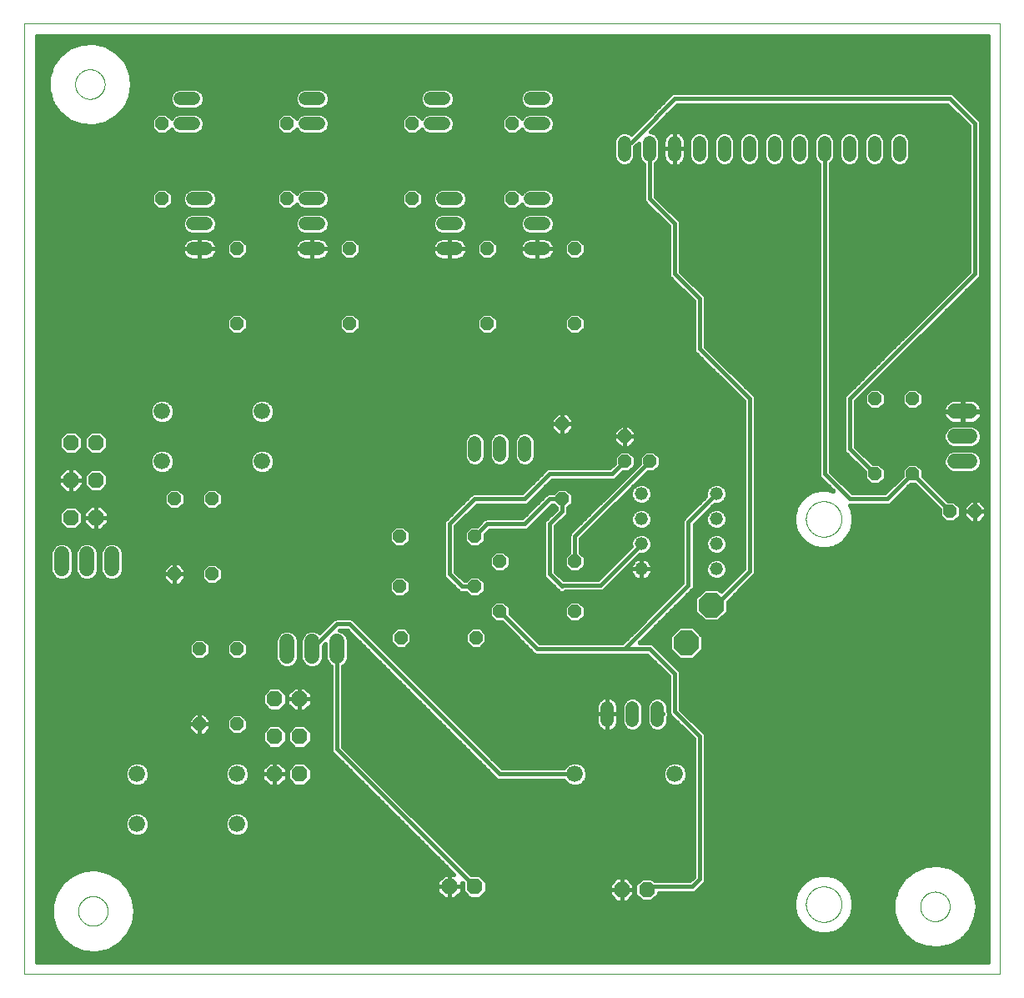
<source format=gbl>
G75*
%MOIN*%
%OFA0B0*%
%FSLAX25Y25*%
%IPPOS*%
%LPD*%
%AMOC8*
5,1,8,0,0,1.08239X$1,22.5*
%
%ADD10C,0.00000*%
%ADD11OC8,0.05200*%
%ADD12OC8,0.06300*%
%ADD13C,0.05200*%
%ADD14C,0.06600*%
%ADD15C,0.06000*%
%ADD16C,0.05200*%
%ADD17OC8,0.10000*%
%ADD18C,0.01600*%
D10*
X0001800Y0001800D02*
X0391800Y0001800D01*
X0391800Y0381800D01*
X0001800Y0381800D01*
X0001800Y0001800D01*
X0023294Y0027100D02*
X0023296Y0027253D01*
X0023302Y0027407D01*
X0023312Y0027560D01*
X0023326Y0027712D01*
X0023344Y0027865D01*
X0023366Y0028016D01*
X0023391Y0028167D01*
X0023421Y0028318D01*
X0023455Y0028468D01*
X0023492Y0028616D01*
X0023533Y0028764D01*
X0023578Y0028910D01*
X0023627Y0029056D01*
X0023680Y0029200D01*
X0023736Y0029342D01*
X0023796Y0029483D01*
X0023860Y0029623D01*
X0023927Y0029761D01*
X0023998Y0029897D01*
X0024073Y0030031D01*
X0024150Y0030163D01*
X0024232Y0030293D01*
X0024316Y0030421D01*
X0024404Y0030547D01*
X0024495Y0030670D01*
X0024589Y0030791D01*
X0024687Y0030909D01*
X0024787Y0031025D01*
X0024891Y0031138D01*
X0024997Y0031249D01*
X0025106Y0031357D01*
X0025218Y0031462D01*
X0025332Y0031563D01*
X0025450Y0031662D01*
X0025569Y0031758D01*
X0025691Y0031851D01*
X0025816Y0031940D01*
X0025943Y0032027D01*
X0026072Y0032109D01*
X0026203Y0032189D01*
X0026336Y0032265D01*
X0026471Y0032338D01*
X0026608Y0032407D01*
X0026747Y0032472D01*
X0026887Y0032534D01*
X0027029Y0032592D01*
X0027172Y0032647D01*
X0027317Y0032698D01*
X0027463Y0032745D01*
X0027610Y0032788D01*
X0027758Y0032827D01*
X0027907Y0032863D01*
X0028057Y0032894D01*
X0028208Y0032922D01*
X0028359Y0032946D01*
X0028512Y0032966D01*
X0028664Y0032982D01*
X0028817Y0032994D01*
X0028970Y0033002D01*
X0029123Y0033006D01*
X0029277Y0033006D01*
X0029430Y0033002D01*
X0029583Y0032994D01*
X0029736Y0032982D01*
X0029888Y0032966D01*
X0030041Y0032946D01*
X0030192Y0032922D01*
X0030343Y0032894D01*
X0030493Y0032863D01*
X0030642Y0032827D01*
X0030790Y0032788D01*
X0030937Y0032745D01*
X0031083Y0032698D01*
X0031228Y0032647D01*
X0031371Y0032592D01*
X0031513Y0032534D01*
X0031653Y0032472D01*
X0031792Y0032407D01*
X0031929Y0032338D01*
X0032064Y0032265D01*
X0032197Y0032189D01*
X0032328Y0032109D01*
X0032457Y0032027D01*
X0032584Y0031940D01*
X0032709Y0031851D01*
X0032831Y0031758D01*
X0032950Y0031662D01*
X0033068Y0031563D01*
X0033182Y0031462D01*
X0033294Y0031357D01*
X0033403Y0031249D01*
X0033509Y0031138D01*
X0033613Y0031025D01*
X0033713Y0030909D01*
X0033811Y0030791D01*
X0033905Y0030670D01*
X0033996Y0030547D01*
X0034084Y0030421D01*
X0034168Y0030293D01*
X0034250Y0030163D01*
X0034327Y0030031D01*
X0034402Y0029897D01*
X0034473Y0029761D01*
X0034540Y0029623D01*
X0034604Y0029483D01*
X0034664Y0029342D01*
X0034720Y0029200D01*
X0034773Y0029056D01*
X0034822Y0028910D01*
X0034867Y0028764D01*
X0034908Y0028616D01*
X0034945Y0028468D01*
X0034979Y0028318D01*
X0035009Y0028167D01*
X0035034Y0028016D01*
X0035056Y0027865D01*
X0035074Y0027712D01*
X0035088Y0027560D01*
X0035098Y0027407D01*
X0035104Y0027253D01*
X0035106Y0027100D01*
X0035104Y0026947D01*
X0035098Y0026793D01*
X0035088Y0026640D01*
X0035074Y0026488D01*
X0035056Y0026335D01*
X0035034Y0026184D01*
X0035009Y0026033D01*
X0034979Y0025882D01*
X0034945Y0025732D01*
X0034908Y0025584D01*
X0034867Y0025436D01*
X0034822Y0025290D01*
X0034773Y0025144D01*
X0034720Y0025000D01*
X0034664Y0024858D01*
X0034604Y0024717D01*
X0034540Y0024577D01*
X0034473Y0024439D01*
X0034402Y0024303D01*
X0034327Y0024169D01*
X0034250Y0024037D01*
X0034168Y0023907D01*
X0034084Y0023779D01*
X0033996Y0023653D01*
X0033905Y0023530D01*
X0033811Y0023409D01*
X0033713Y0023291D01*
X0033613Y0023175D01*
X0033509Y0023062D01*
X0033403Y0022951D01*
X0033294Y0022843D01*
X0033182Y0022738D01*
X0033068Y0022637D01*
X0032950Y0022538D01*
X0032831Y0022442D01*
X0032709Y0022349D01*
X0032584Y0022260D01*
X0032457Y0022173D01*
X0032328Y0022091D01*
X0032197Y0022011D01*
X0032064Y0021935D01*
X0031929Y0021862D01*
X0031792Y0021793D01*
X0031653Y0021728D01*
X0031513Y0021666D01*
X0031371Y0021608D01*
X0031228Y0021553D01*
X0031083Y0021502D01*
X0030937Y0021455D01*
X0030790Y0021412D01*
X0030642Y0021373D01*
X0030493Y0021337D01*
X0030343Y0021306D01*
X0030192Y0021278D01*
X0030041Y0021254D01*
X0029888Y0021234D01*
X0029736Y0021218D01*
X0029583Y0021206D01*
X0029430Y0021198D01*
X0029277Y0021194D01*
X0029123Y0021194D01*
X0028970Y0021198D01*
X0028817Y0021206D01*
X0028664Y0021218D01*
X0028512Y0021234D01*
X0028359Y0021254D01*
X0028208Y0021278D01*
X0028057Y0021306D01*
X0027907Y0021337D01*
X0027758Y0021373D01*
X0027610Y0021412D01*
X0027463Y0021455D01*
X0027317Y0021502D01*
X0027172Y0021553D01*
X0027029Y0021608D01*
X0026887Y0021666D01*
X0026747Y0021728D01*
X0026608Y0021793D01*
X0026471Y0021862D01*
X0026336Y0021935D01*
X0026203Y0022011D01*
X0026072Y0022091D01*
X0025943Y0022173D01*
X0025816Y0022260D01*
X0025691Y0022349D01*
X0025569Y0022442D01*
X0025450Y0022538D01*
X0025332Y0022637D01*
X0025218Y0022738D01*
X0025106Y0022843D01*
X0024997Y0022951D01*
X0024891Y0023062D01*
X0024787Y0023175D01*
X0024687Y0023291D01*
X0024589Y0023409D01*
X0024495Y0023530D01*
X0024404Y0023653D01*
X0024316Y0023779D01*
X0024232Y0023907D01*
X0024150Y0024037D01*
X0024073Y0024169D01*
X0023998Y0024303D01*
X0023927Y0024439D01*
X0023860Y0024577D01*
X0023796Y0024717D01*
X0023736Y0024858D01*
X0023680Y0025000D01*
X0023627Y0025144D01*
X0023578Y0025290D01*
X0023533Y0025436D01*
X0023492Y0025584D01*
X0023455Y0025732D01*
X0023421Y0025882D01*
X0023391Y0026033D01*
X0023366Y0026184D01*
X0023344Y0026335D01*
X0023326Y0026488D01*
X0023312Y0026640D01*
X0023302Y0026793D01*
X0023296Y0026947D01*
X0023294Y0027100D01*
X0314200Y0029800D02*
X0314202Y0029974D01*
X0314209Y0030148D01*
X0314219Y0030322D01*
X0314234Y0030496D01*
X0314253Y0030669D01*
X0314277Y0030842D01*
X0314305Y0031014D01*
X0314336Y0031185D01*
X0314373Y0031356D01*
X0314413Y0031525D01*
X0314457Y0031694D01*
X0314506Y0031861D01*
X0314558Y0032027D01*
X0314615Y0032192D01*
X0314676Y0032355D01*
X0314740Y0032517D01*
X0314809Y0032677D01*
X0314882Y0032836D01*
X0314958Y0032992D01*
X0315038Y0033147D01*
X0315122Y0033300D01*
X0315210Y0033450D01*
X0315302Y0033598D01*
X0315397Y0033745D01*
X0315495Y0033888D01*
X0315597Y0034029D01*
X0315703Y0034168D01*
X0315812Y0034304D01*
X0315924Y0034438D01*
X0316039Y0034568D01*
X0316158Y0034696D01*
X0316280Y0034820D01*
X0316404Y0034942D01*
X0316532Y0035061D01*
X0316662Y0035176D01*
X0316796Y0035288D01*
X0316932Y0035397D01*
X0317071Y0035503D01*
X0317212Y0035605D01*
X0317355Y0035703D01*
X0317502Y0035798D01*
X0317650Y0035890D01*
X0317800Y0035978D01*
X0317953Y0036062D01*
X0318108Y0036142D01*
X0318264Y0036218D01*
X0318423Y0036291D01*
X0318583Y0036360D01*
X0318745Y0036424D01*
X0318908Y0036485D01*
X0319073Y0036542D01*
X0319239Y0036594D01*
X0319406Y0036643D01*
X0319575Y0036687D01*
X0319744Y0036727D01*
X0319915Y0036764D01*
X0320086Y0036795D01*
X0320258Y0036823D01*
X0320431Y0036847D01*
X0320604Y0036866D01*
X0320778Y0036881D01*
X0320952Y0036891D01*
X0321126Y0036898D01*
X0321300Y0036900D01*
X0321474Y0036898D01*
X0321648Y0036891D01*
X0321822Y0036881D01*
X0321996Y0036866D01*
X0322169Y0036847D01*
X0322342Y0036823D01*
X0322514Y0036795D01*
X0322685Y0036764D01*
X0322856Y0036727D01*
X0323025Y0036687D01*
X0323194Y0036643D01*
X0323361Y0036594D01*
X0323527Y0036542D01*
X0323692Y0036485D01*
X0323855Y0036424D01*
X0324017Y0036360D01*
X0324177Y0036291D01*
X0324336Y0036218D01*
X0324492Y0036142D01*
X0324647Y0036062D01*
X0324800Y0035978D01*
X0324950Y0035890D01*
X0325098Y0035798D01*
X0325245Y0035703D01*
X0325388Y0035605D01*
X0325529Y0035503D01*
X0325668Y0035397D01*
X0325804Y0035288D01*
X0325938Y0035176D01*
X0326068Y0035061D01*
X0326196Y0034942D01*
X0326320Y0034820D01*
X0326442Y0034696D01*
X0326561Y0034568D01*
X0326676Y0034438D01*
X0326788Y0034304D01*
X0326897Y0034168D01*
X0327003Y0034029D01*
X0327105Y0033888D01*
X0327203Y0033745D01*
X0327298Y0033598D01*
X0327390Y0033450D01*
X0327478Y0033300D01*
X0327562Y0033147D01*
X0327642Y0032992D01*
X0327718Y0032836D01*
X0327791Y0032677D01*
X0327860Y0032517D01*
X0327924Y0032355D01*
X0327985Y0032192D01*
X0328042Y0032027D01*
X0328094Y0031861D01*
X0328143Y0031694D01*
X0328187Y0031525D01*
X0328227Y0031356D01*
X0328264Y0031185D01*
X0328295Y0031014D01*
X0328323Y0030842D01*
X0328347Y0030669D01*
X0328366Y0030496D01*
X0328381Y0030322D01*
X0328391Y0030148D01*
X0328398Y0029974D01*
X0328400Y0029800D01*
X0328398Y0029626D01*
X0328391Y0029452D01*
X0328381Y0029278D01*
X0328366Y0029104D01*
X0328347Y0028931D01*
X0328323Y0028758D01*
X0328295Y0028586D01*
X0328264Y0028415D01*
X0328227Y0028244D01*
X0328187Y0028075D01*
X0328143Y0027906D01*
X0328094Y0027739D01*
X0328042Y0027573D01*
X0327985Y0027408D01*
X0327924Y0027245D01*
X0327860Y0027083D01*
X0327791Y0026923D01*
X0327718Y0026764D01*
X0327642Y0026608D01*
X0327562Y0026453D01*
X0327478Y0026300D01*
X0327390Y0026150D01*
X0327298Y0026002D01*
X0327203Y0025855D01*
X0327105Y0025712D01*
X0327003Y0025571D01*
X0326897Y0025432D01*
X0326788Y0025296D01*
X0326676Y0025162D01*
X0326561Y0025032D01*
X0326442Y0024904D01*
X0326320Y0024780D01*
X0326196Y0024658D01*
X0326068Y0024539D01*
X0325938Y0024424D01*
X0325804Y0024312D01*
X0325668Y0024203D01*
X0325529Y0024097D01*
X0325388Y0023995D01*
X0325245Y0023897D01*
X0325098Y0023802D01*
X0324950Y0023710D01*
X0324800Y0023622D01*
X0324647Y0023538D01*
X0324492Y0023458D01*
X0324336Y0023382D01*
X0324177Y0023309D01*
X0324017Y0023240D01*
X0323855Y0023176D01*
X0323692Y0023115D01*
X0323527Y0023058D01*
X0323361Y0023006D01*
X0323194Y0022957D01*
X0323025Y0022913D01*
X0322856Y0022873D01*
X0322685Y0022836D01*
X0322514Y0022805D01*
X0322342Y0022777D01*
X0322169Y0022753D01*
X0321996Y0022734D01*
X0321822Y0022719D01*
X0321648Y0022709D01*
X0321474Y0022702D01*
X0321300Y0022700D01*
X0321126Y0022702D01*
X0320952Y0022709D01*
X0320778Y0022719D01*
X0320604Y0022734D01*
X0320431Y0022753D01*
X0320258Y0022777D01*
X0320086Y0022805D01*
X0319915Y0022836D01*
X0319744Y0022873D01*
X0319575Y0022913D01*
X0319406Y0022957D01*
X0319239Y0023006D01*
X0319073Y0023058D01*
X0318908Y0023115D01*
X0318745Y0023176D01*
X0318583Y0023240D01*
X0318423Y0023309D01*
X0318264Y0023382D01*
X0318108Y0023458D01*
X0317953Y0023538D01*
X0317800Y0023622D01*
X0317650Y0023710D01*
X0317502Y0023802D01*
X0317355Y0023897D01*
X0317212Y0023995D01*
X0317071Y0024097D01*
X0316932Y0024203D01*
X0316796Y0024312D01*
X0316662Y0024424D01*
X0316532Y0024539D01*
X0316404Y0024658D01*
X0316280Y0024780D01*
X0316158Y0024904D01*
X0316039Y0025032D01*
X0315924Y0025162D01*
X0315812Y0025296D01*
X0315703Y0025432D01*
X0315597Y0025571D01*
X0315495Y0025712D01*
X0315397Y0025855D01*
X0315302Y0026002D01*
X0315210Y0026150D01*
X0315122Y0026300D01*
X0315038Y0026453D01*
X0314958Y0026608D01*
X0314882Y0026764D01*
X0314809Y0026923D01*
X0314740Y0027083D01*
X0314676Y0027245D01*
X0314615Y0027408D01*
X0314558Y0027573D01*
X0314506Y0027739D01*
X0314457Y0027906D01*
X0314413Y0028075D01*
X0314373Y0028244D01*
X0314336Y0028415D01*
X0314305Y0028586D01*
X0314277Y0028758D01*
X0314253Y0028931D01*
X0314234Y0029104D01*
X0314219Y0029278D01*
X0314209Y0029452D01*
X0314202Y0029626D01*
X0314200Y0029800D01*
X0359894Y0028900D02*
X0359896Y0029053D01*
X0359902Y0029207D01*
X0359912Y0029360D01*
X0359926Y0029512D01*
X0359944Y0029665D01*
X0359966Y0029816D01*
X0359991Y0029967D01*
X0360021Y0030118D01*
X0360055Y0030268D01*
X0360092Y0030416D01*
X0360133Y0030564D01*
X0360178Y0030710D01*
X0360227Y0030856D01*
X0360280Y0031000D01*
X0360336Y0031142D01*
X0360396Y0031283D01*
X0360460Y0031423D01*
X0360527Y0031561D01*
X0360598Y0031697D01*
X0360673Y0031831D01*
X0360750Y0031963D01*
X0360832Y0032093D01*
X0360916Y0032221D01*
X0361004Y0032347D01*
X0361095Y0032470D01*
X0361189Y0032591D01*
X0361287Y0032709D01*
X0361387Y0032825D01*
X0361491Y0032938D01*
X0361597Y0033049D01*
X0361706Y0033157D01*
X0361818Y0033262D01*
X0361932Y0033363D01*
X0362050Y0033462D01*
X0362169Y0033558D01*
X0362291Y0033651D01*
X0362416Y0033740D01*
X0362543Y0033827D01*
X0362672Y0033909D01*
X0362803Y0033989D01*
X0362936Y0034065D01*
X0363071Y0034138D01*
X0363208Y0034207D01*
X0363347Y0034272D01*
X0363487Y0034334D01*
X0363629Y0034392D01*
X0363772Y0034447D01*
X0363917Y0034498D01*
X0364063Y0034545D01*
X0364210Y0034588D01*
X0364358Y0034627D01*
X0364507Y0034663D01*
X0364657Y0034694D01*
X0364808Y0034722D01*
X0364959Y0034746D01*
X0365112Y0034766D01*
X0365264Y0034782D01*
X0365417Y0034794D01*
X0365570Y0034802D01*
X0365723Y0034806D01*
X0365877Y0034806D01*
X0366030Y0034802D01*
X0366183Y0034794D01*
X0366336Y0034782D01*
X0366488Y0034766D01*
X0366641Y0034746D01*
X0366792Y0034722D01*
X0366943Y0034694D01*
X0367093Y0034663D01*
X0367242Y0034627D01*
X0367390Y0034588D01*
X0367537Y0034545D01*
X0367683Y0034498D01*
X0367828Y0034447D01*
X0367971Y0034392D01*
X0368113Y0034334D01*
X0368253Y0034272D01*
X0368392Y0034207D01*
X0368529Y0034138D01*
X0368664Y0034065D01*
X0368797Y0033989D01*
X0368928Y0033909D01*
X0369057Y0033827D01*
X0369184Y0033740D01*
X0369309Y0033651D01*
X0369431Y0033558D01*
X0369550Y0033462D01*
X0369668Y0033363D01*
X0369782Y0033262D01*
X0369894Y0033157D01*
X0370003Y0033049D01*
X0370109Y0032938D01*
X0370213Y0032825D01*
X0370313Y0032709D01*
X0370411Y0032591D01*
X0370505Y0032470D01*
X0370596Y0032347D01*
X0370684Y0032221D01*
X0370768Y0032093D01*
X0370850Y0031963D01*
X0370927Y0031831D01*
X0371002Y0031697D01*
X0371073Y0031561D01*
X0371140Y0031423D01*
X0371204Y0031283D01*
X0371264Y0031142D01*
X0371320Y0031000D01*
X0371373Y0030856D01*
X0371422Y0030710D01*
X0371467Y0030564D01*
X0371508Y0030416D01*
X0371545Y0030268D01*
X0371579Y0030118D01*
X0371609Y0029967D01*
X0371634Y0029816D01*
X0371656Y0029665D01*
X0371674Y0029512D01*
X0371688Y0029360D01*
X0371698Y0029207D01*
X0371704Y0029053D01*
X0371706Y0028900D01*
X0371704Y0028747D01*
X0371698Y0028593D01*
X0371688Y0028440D01*
X0371674Y0028288D01*
X0371656Y0028135D01*
X0371634Y0027984D01*
X0371609Y0027833D01*
X0371579Y0027682D01*
X0371545Y0027532D01*
X0371508Y0027384D01*
X0371467Y0027236D01*
X0371422Y0027090D01*
X0371373Y0026944D01*
X0371320Y0026800D01*
X0371264Y0026658D01*
X0371204Y0026517D01*
X0371140Y0026377D01*
X0371073Y0026239D01*
X0371002Y0026103D01*
X0370927Y0025969D01*
X0370850Y0025837D01*
X0370768Y0025707D01*
X0370684Y0025579D01*
X0370596Y0025453D01*
X0370505Y0025330D01*
X0370411Y0025209D01*
X0370313Y0025091D01*
X0370213Y0024975D01*
X0370109Y0024862D01*
X0370003Y0024751D01*
X0369894Y0024643D01*
X0369782Y0024538D01*
X0369668Y0024437D01*
X0369550Y0024338D01*
X0369431Y0024242D01*
X0369309Y0024149D01*
X0369184Y0024060D01*
X0369057Y0023973D01*
X0368928Y0023891D01*
X0368797Y0023811D01*
X0368664Y0023735D01*
X0368529Y0023662D01*
X0368392Y0023593D01*
X0368253Y0023528D01*
X0368113Y0023466D01*
X0367971Y0023408D01*
X0367828Y0023353D01*
X0367683Y0023302D01*
X0367537Y0023255D01*
X0367390Y0023212D01*
X0367242Y0023173D01*
X0367093Y0023137D01*
X0366943Y0023106D01*
X0366792Y0023078D01*
X0366641Y0023054D01*
X0366488Y0023034D01*
X0366336Y0023018D01*
X0366183Y0023006D01*
X0366030Y0022998D01*
X0365877Y0022994D01*
X0365723Y0022994D01*
X0365570Y0022998D01*
X0365417Y0023006D01*
X0365264Y0023018D01*
X0365112Y0023034D01*
X0364959Y0023054D01*
X0364808Y0023078D01*
X0364657Y0023106D01*
X0364507Y0023137D01*
X0364358Y0023173D01*
X0364210Y0023212D01*
X0364063Y0023255D01*
X0363917Y0023302D01*
X0363772Y0023353D01*
X0363629Y0023408D01*
X0363487Y0023466D01*
X0363347Y0023528D01*
X0363208Y0023593D01*
X0363071Y0023662D01*
X0362936Y0023735D01*
X0362803Y0023811D01*
X0362672Y0023891D01*
X0362543Y0023973D01*
X0362416Y0024060D01*
X0362291Y0024149D01*
X0362169Y0024242D01*
X0362050Y0024338D01*
X0361932Y0024437D01*
X0361818Y0024538D01*
X0361706Y0024643D01*
X0361597Y0024751D01*
X0361491Y0024862D01*
X0361387Y0024975D01*
X0361287Y0025091D01*
X0361189Y0025209D01*
X0361095Y0025330D01*
X0361004Y0025453D01*
X0360916Y0025579D01*
X0360832Y0025707D01*
X0360750Y0025837D01*
X0360673Y0025969D01*
X0360598Y0026103D01*
X0360527Y0026239D01*
X0360460Y0026377D01*
X0360396Y0026517D01*
X0360336Y0026658D01*
X0360280Y0026800D01*
X0360227Y0026944D01*
X0360178Y0027090D01*
X0360133Y0027236D01*
X0360092Y0027384D01*
X0360055Y0027532D01*
X0360021Y0027682D01*
X0359991Y0027833D01*
X0359966Y0027984D01*
X0359944Y0028135D01*
X0359926Y0028288D01*
X0359912Y0028440D01*
X0359902Y0028593D01*
X0359896Y0028747D01*
X0359894Y0028900D01*
X0314200Y0183800D02*
X0314202Y0183974D01*
X0314209Y0184148D01*
X0314219Y0184322D01*
X0314234Y0184496D01*
X0314253Y0184669D01*
X0314277Y0184842D01*
X0314305Y0185014D01*
X0314336Y0185185D01*
X0314373Y0185356D01*
X0314413Y0185525D01*
X0314457Y0185694D01*
X0314506Y0185861D01*
X0314558Y0186027D01*
X0314615Y0186192D01*
X0314676Y0186355D01*
X0314740Y0186517D01*
X0314809Y0186677D01*
X0314882Y0186836D01*
X0314958Y0186992D01*
X0315038Y0187147D01*
X0315122Y0187300D01*
X0315210Y0187450D01*
X0315302Y0187598D01*
X0315397Y0187745D01*
X0315495Y0187888D01*
X0315597Y0188029D01*
X0315703Y0188168D01*
X0315812Y0188304D01*
X0315924Y0188438D01*
X0316039Y0188568D01*
X0316158Y0188696D01*
X0316280Y0188820D01*
X0316404Y0188942D01*
X0316532Y0189061D01*
X0316662Y0189176D01*
X0316796Y0189288D01*
X0316932Y0189397D01*
X0317071Y0189503D01*
X0317212Y0189605D01*
X0317355Y0189703D01*
X0317502Y0189798D01*
X0317650Y0189890D01*
X0317800Y0189978D01*
X0317953Y0190062D01*
X0318108Y0190142D01*
X0318264Y0190218D01*
X0318423Y0190291D01*
X0318583Y0190360D01*
X0318745Y0190424D01*
X0318908Y0190485D01*
X0319073Y0190542D01*
X0319239Y0190594D01*
X0319406Y0190643D01*
X0319575Y0190687D01*
X0319744Y0190727D01*
X0319915Y0190764D01*
X0320086Y0190795D01*
X0320258Y0190823D01*
X0320431Y0190847D01*
X0320604Y0190866D01*
X0320778Y0190881D01*
X0320952Y0190891D01*
X0321126Y0190898D01*
X0321300Y0190900D01*
X0321474Y0190898D01*
X0321648Y0190891D01*
X0321822Y0190881D01*
X0321996Y0190866D01*
X0322169Y0190847D01*
X0322342Y0190823D01*
X0322514Y0190795D01*
X0322685Y0190764D01*
X0322856Y0190727D01*
X0323025Y0190687D01*
X0323194Y0190643D01*
X0323361Y0190594D01*
X0323527Y0190542D01*
X0323692Y0190485D01*
X0323855Y0190424D01*
X0324017Y0190360D01*
X0324177Y0190291D01*
X0324336Y0190218D01*
X0324492Y0190142D01*
X0324647Y0190062D01*
X0324800Y0189978D01*
X0324950Y0189890D01*
X0325098Y0189798D01*
X0325245Y0189703D01*
X0325388Y0189605D01*
X0325529Y0189503D01*
X0325668Y0189397D01*
X0325804Y0189288D01*
X0325938Y0189176D01*
X0326068Y0189061D01*
X0326196Y0188942D01*
X0326320Y0188820D01*
X0326442Y0188696D01*
X0326561Y0188568D01*
X0326676Y0188438D01*
X0326788Y0188304D01*
X0326897Y0188168D01*
X0327003Y0188029D01*
X0327105Y0187888D01*
X0327203Y0187745D01*
X0327298Y0187598D01*
X0327390Y0187450D01*
X0327478Y0187300D01*
X0327562Y0187147D01*
X0327642Y0186992D01*
X0327718Y0186836D01*
X0327791Y0186677D01*
X0327860Y0186517D01*
X0327924Y0186355D01*
X0327985Y0186192D01*
X0328042Y0186027D01*
X0328094Y0185861D01*
X0328143Y0185694D01*
X0328187Y0185525D01*
X0328227Y0185356D01*
X0328264Y0185185D01*
X0328295Y0185014D01*
X0328323Y0184842D01*
X0328347Y0184669D01*
X0328366Y0184496D01*
X0328381Y0184322D01*
X0328391Y0184148D01*
X0328398Y0183974D01*
X0328400Y0183800D01*
X0328398Y0183626D01*
X0328391Y0183452D01*
X0328381Y0183278D01*
X0328366Y0183104D01*
X0328347Y0182931D01*
X0328323Y0182758D01*
X0328295Y0182586D01*
X0328264Y0182415D01*
X0328227Y0182244D01*
X0328187Y0182075D01*
X0328143Y0181906D01*
X0328094Y0181739D01*
X0328042Y0181573D01*
X0327985Y0181408D01*
X0327924Y0181245D01*
X0327860Y0181083D01*
X0327791Y0180923D01*
X0327718Y0180764D01*
X0327642Y0180608D01*
X0327562Y0180453D01*
X0327478Y0180300D01*
X0327390Y0180150D01*
X0327298Y0180002D01*
X0327203Y0179855D01*
X0327105Y0179712D01*
X0327003Y0179571D01*
X0326897Y0179432D01*
X0326788Y0179296D01*
X0326676Y0179162D01*
X0326561Y0179032D01*
X0326442Y0178904D01*
X0326320Y0178780D01*
X0326196Y0178658D01*
X0326068Y0178539D01*
X0325938Y0178424D01*
X0325804Y0178312D01*
X0325668Y0178203D01*
X0325529Y0178097D01*
X0325388Y0177995D01*
X0325245Y0177897D01*
X0325098Y0177802D01*
X0324950Y0177710D01*
X0324800Y0177622D01*
X0324647Y0177538D01*
X0324492Y0177458D01*
X0324336Y0177382D01*
X0324177Y0177309D01*
X0324017Y0177240D01*
X0323855Y0177176D01*
X0323692Y0177115D01*
X0323527Y0177058D01*
X0323361Y0177006D01*
X0323194Y0176957D01*
X0323025Y0176913D01*
X0322856Y0176873D01*
X0322685Y0176836D01*
X0322514Y0176805D01*
X0322342Y0176777D01*
X0322169Y0176753D01*
X0321996Y0176734D01*
X0321822Y0176719D01*
X0321648Y0176709D01*
X0321474Y0176702D01*
X0321300Y0176700D01*
X0321126Y0176702D01*
X0320952Y0176709D01*
X0320778Y0176719D01*
X0320604Y0176734D01*
X0320431Y0176753D01*
X0320258Y0176777D01*
X0320086Y0176805D01*
X0319915Y0176836D01*
X0319744Y0176873D01*
X0319575Y0176913D01*
X0319406Y0176957D01*
X0319239Y0177006D01*
X0319073Y0177058D01*
X0318908Y0177115D01*
X0318745Y0177176D01*
X0318583Y0177240D01*
X0318423Y0177309D01*
X0318264Y0177382D01*
X0318108Y0177458D01*
X0317953Y0177538D01*
X0317800Y0177622D01*
X0317650Y0177710D01*
X0317502Y0177802D01*
X0317355Y0177897D01*
X0317212Y0177995D01*
X0317071Y0178097D01*
X0316932Y0178203D01*
X0316796Y0178312D01*
X0316662Y0178424D01*
X0316532Y0178539D01*
X0316404Y0178658D01*
X0316280Y0178780D01*
X0316158Y0178904D01*
X0316039Y0179032D01*
X0315924Y0179162D01*
X0315812Y0179296D01*
X0315703Y0179432D01*
X0315597Y0179571D01*
X0315495Y0179712D01*
X0315397Y0179855D01*
X0315302Y0180002D01*
X0315210Y0180150D01*
X0315122Y0180300D01*
X0315038Y0180453D01*
X0314958Y0180608D01*
X0314882Y0180764D01*
X0314809Y0180923D01*
X0314740Y0181083D01*
X0314676Y0181245D01*
X0314615Y0181408D01*
X0314558Y0181573D01*
X0314506Y0181739D01*
X0314457Y0181906D01*
X0314413Y0182075D01*
X0314373Y0182244D01*
X0314336Y0182415D01*
X0314305Y0182586D01*
X0314277Y0182758D01*
X0314253Y0182931D01*
X0314234Y0183104D01*
X0314219Y0183278D01*
X0314209Y0183452D01*
X0314202Y0183626D01*
X0314200Y0183800D01*
X0022094Y0357650D02*
X0022096Y0357803D01*
X0022102Y0357957D01*
X0022112Y0358110D01*
X0022126Y0358262D01*
X0022144Y0358415D01*
X0022166Y0358566D01*
X0022191Y0358717D01*
X0022221Y0358868D01*
X0022255Y0359018D01*
X0022292Y0359166D01*
X0022333Y0359314D01*
X0022378Y0359460D01*
X0022427Y0359606D01*
X0022480Y0359750D01*
X0022536Y0359892D01*
X0022596Y0360033D01*
X0022660Y0360173D01*
X0022727Y0360311D01*
X0022798Y0360447D01*
X0022873Y0360581D01*
X0022950Y0360713D01*
X0023032Y0360843D01*
X0023116Y0360971D01*
X0023204Y0361097D01*
X0023295Y0361220D01*
X0023389Y0361341D01*
X0023487Y0361459D01*
X0023587Y0361575D01*
X0023691Y0361688D01*
X0023797Y0361799D01*
X0023906Y0361907D01*
X0024018Y0362012D01*
X0024132Y0362113D01*
X0024250Y0362212D01*
X0024369Y0362308D01*
X0024491Y0362401D01*
X0024616Y0362490D01*
X0024743Y0362577D01*
X0024872Y0362659D01*
X0025003Y0362739D01*
X0025136Y0362815D01*
X0025271Y0362888D01*
X0025408Y0362957D01*
X0025547Y0363022D01*
X0025687Y0363084D01*
X0025829Y0363142D01*
X0025972Y0363197D01*
X0026117Y0363248D01*
X0026263Y0363295D01*
X0026410Y0363338D01*
X0026558Y0363377D01*
X0026707Y0363413D01*
X0026857Y0363444D01*
X0027008Y0363472D01*
X0027159Y0363496D01*
X0027312Y0363516D01*
X0027464Y0363532D01*
X0027617Y0363544D01*
X0027770Y0363552D01*
X0027923Y0363556D01*
X0028077Y0363556D01*
X0028230Y0363552D01*
X0028383Y0363544D01*
X0028536Y0363532D01*
X0028688Y0363516D01*
X0028841Y0363496D01*
X0028992Y0363472D01*
X0029143Y0363444D01*
X0029293Y0363413D01*
X0029442Y0363377D01*
X0029590Y0363338D01*
X0029737Y0363295D01*
X0029883Y0363248D01*
X0030028Y0363197D01*
X0030171Y0363142D01*
X0030313Y0363084D01*
X0030453Y0363022D01*
X0030592Y0362957D01*
X0030729Y0362888D01*
X0030864Y0362815D01*
X0030997Y0362739D01*
X0031128Y0362659D01*
X0031257Y0362577D01*
X0031384Y0362490D01*
X0031509Y0362401D01*
X0031631Y0362308D01*
X0031750Y0362212D01*
X0031868Y0362113D01*
X0031982Y0362012D01*
X0032094Y0361907D01*
X0032203Y0361799D01*
X0032309Y0361688D01*
X0032413Y0361575D01*
X0032513Y0361459D01*
X0032611Y0361341D01*
X0032705Y0361220D01*
X0032796Y0361097D01*
X0032884Y0360971D01*
X0032968Y0360843D01*
X0033050Y0360713D01*
X0033127Y0360581D01*
X0033202Y0360447D01*
X0033273Y0360311D01*
X0033340Y0360173D01*
X0033404Y0360033D01*
X0033464Y0359892D01*
X0033520Y0359750D01*
X0033573Y0359606D01*
X0033622Y0359460D01*
X0033667Y0359314D01*
X0033708Y0359166D01*
X0033745Y0359018D01*
X0033779Y0358868D01*
X0033809Y0358717D01*
X0033834Y0358566D01*
X0033856Y0358415D01*
X0033874Y0358262D01*
X0033888Y0358110D01*
X0033898Y0357957D01*
X0033904Y0357803D01*
X0033906Y0357650D01*
X0033904Y0357497D01*
X0033898Y0357343D01*
X0033888Y0357190D01*
X0033874Y0357038D01*
X0033856Y0356885D01*
X0033834Y0356734D01*
X0033809Y0356583D01*
X0033779Y0356432D01*
X0033745Y0356282D01*
X0033708Y0356134D01*
X0033667Y0355986D01*
X0033622Y0355840D01*
X0033573Y0355694D01*
X0033520Y0355550D01*
X0033464Y0355408D01*
X0033404Y0355267D01*
X0033340Y0355127D01*
X0033273Y0354989D01*
X0033202Y0354853D01*
X0033127Y0354719D01*
X0033050Y0354587D01*
X0032968Y0354457D01*
X0032884Y0354329D01*
X0032796Y0354203D01*
X0032705Y0354080D01*
X0032611Y0353959D01*
X0032513Y0353841D01*
X0032413Y0353725D01*
X0032309Y0353612D01*
X0032203Y0353501D01*
X0032094Y0353393D01*
X0031982Y0353288D01*
X0031868Y0353187D01*
X0031750Y0353088D01*
X0031631Y0352992D01*
X0031509Y0352899D01*
X0031384Y0352810D01*
X0031257Y0352723D01*
X0031128Y0352641D01*
X0030997Y0352561D01*
X0030864Y0352485D01*
X0030729Y0352412D01*
X0030592Y0352343D01*
X0030453Y0352278D01*
X0030313Y0352216D01*
X0030171Y0352158D01*
X0030028Y0352103D01*
X0029883Y0352052D01*
X0029737Y0352005D01*
X0029590Y0351962D01*
X0029442Y0351923D01*
X0029293Y0351887D01*
X0029143Y0351856D01*
X0028992Y0351828D01*
X0028841Y0351804D01*
X0028688Y0351784D01*
X0028536Y0351768D01*
X0028383Y0351756D01*
X0028230Y0351748D01*
X0028077Y0351744D01*
X0027923Y0351744D01*
X0027770Y0351748D01*
X0027617Y0351756D01*
X0027464Y0351768D01*
X0027312Y0351784D01*
X0027159Y0351804D01*
X0027008Y0351828D01*
X0026857Y0351856D01*
X0026707Y0351887D01*
X0026558Y0351923D01*
X0026410Y0351962D01*
X0026263Y0352005D01*
X0026117Y0352052D01*
X0025972Y0352103D01*
X0025829Y0352158D01*
X0025687Y0352216D01*
X0025547Y0352278D01*
X0025408Y0352343D01*
X0025271Y0352412D01*
X0025136Y0352485D01*
X0025003Y0352561D01*
X0024872Y0352641D01*
X0024743Y0352723D01*
X0024616Y0352810D01*
X0024491Y0352899D01*
X0024369Y0352992D01*
X0024250Y0353088D01*
X0024132Y0353187D01*
X0024018Y0353288D01*
X0023906Y0353393D01*
X0023797Y0353501D01*
X0023691Y0353612D01*
X0023587Y0353725D01*
X0023487Y0353841D01*
X0023389Y0353959D01*
X0023295Y0354080D01*
X0023204Y0354203D01*
X0023116Y0354329D01*
X0023032Y0354457D01*
X0022950Y0354587D01*
X0022873Y0354719D01*
X0022798Y0354853D01*
X0022727Y0354989D01*
X0022660Y0355127D01*
X0022596Y0355267D01*
X0022536Y0355408D01*
X0022480Y0355550D01*
X0022427Y0355694D01*
X0022378Y0355840D01*
X0022333Y0355986D01*
X0022292Y0356134D01*
X0022255Y0356282D01*
X0022221Y0356432D01*
X0022191Y0356583D01*
X0022166Y0356734D01*
X0022144Y0356885D01*
X0022126Y0357038D01*
X0022112Y0357190D01*
X0022102Y0357343D01*
X0022096Y0357497D01*
X0022094Y0357650D01*
D11*
X0056800Y0341800D03*
X0056800Y0311800D03*
X0086800Y0291800D03*
X0106800Y0311800D03*
X0131800Y0291800D03*
X0156800Y0311800D03*
X0156800Y0341800D03*
X0196800Y0341800D03*
X0196800Y0311800D03*
X0186800Y0291800D03*
X0186800Y0261800D03*
X0221800Y0261800D03*
X0221800Y0291800D03*
X0216800Y0221800D03*
X0241800Y0216800D03*
X0241800Y0206800D03*
X0251800Y0206800D03*
X0216800Y0191800D03*
X0221800Y0166800D03*
X0221800Y0146800D03*
X0191800Y0146800D03*
X0181800Y0156800D03*
X0191800Y0166800D03*
X0181800Y0176800D03*
X0151800Y0176800D03*
X0151800Y0156800D03*
X0152300Y0136300D03*
X0182300Y0136300D03*
X0086800Y0131800D03*
X0071800Y0131800D03*
X0071800Y0101800D03*
X0086800Y0101800D03*
X0076800Y0161800D03*
X0061800Y0161800D03*
X0061800Y0191800D03*
X0076800Y0191800D03*
X0086800Y0261800D03*
X0131800Y0261800D03*
X0106800Y0341800D03*
X0341800Y0231800D03*
X0356800Y0231800D03*
X0356800Y0201800D03*
X0341800Y0201800D03*
X0371800Y0186800D03*
X0381800Y0186800D03*
D12*
X0250550Y0035550D03*
X0240550Y0035550D03*
X0181800Y0036800D03*
X0171800Y0036800D03*
X0111800Y0081800D03*
X0101800Y0081800D03*
X0101800Y0096800D03*
X0111800Y0096800D03*
X0111800Y0111800D03*
X0101800Y0111800D03*
X0030300Y0184300D03*
X0020300Y0184300D03*
X0020300Y0199300D03*
X0030300Y0199300D03*
X0030300Y0214300D03*
X0020300Y0214300D03*
D13*
X0069200Y0291800D02*
X0074400Y0291800D01*
X0074400Y0301800D02*
X0069200Y0301800D01*
X0069200Y0311800D02*
X0074400Y0311800D01*
X0069400Y0341800D02*
X0064200Y0341800D01*
X0064200Y0351800D02*
X0069400Y0351800D01*
X0114200Y0351800D02*
X0119400Y0351800D01*
X0119400Y0341800D02*
X0114200Y0341800D01*
X0114200Y0311800D02*
X0119400Y0311800D01*
X0119400Y0301800D02*
X0114200Y0301800D01*
X0114200Y0291800D02*
X0119400Y0291800D01*
X0169200Y0291800D02*
X0174400Y0291800D01*
X0174400Y0301800D02*
X0169200Y0301800D01*
X0169200Y0311800D02*
X0174400Y0311800D01*
X0204200Y0311800D02*
X0209400Y0311800D01*
X0209400Y0301800D02*
X0204200Y0301800D01*
X0204200Y0291800D02*
X0209400Y0291800D01*
X0241600Y0329200D02*
X0241600Y0334400D01*
X0251600Y0334400D02*
X0251600Y0329200D01*
X0261600Y0329200D02*
X0261600Y0334400D01*
X0271600Y0334400D02*
X0271600Y0329200D01*
X0281600Y0329200D02*
X0281600Y0334400D01*
X0291600Y0334400D02*
X0291600Y0329200D01*
X0301600Y0329200D02*
X0301600Y0334400D01*
X0311600Y0334400D02*
X0311600Y0329200D01*
X0321600Y0329200D02*
X0321600Y0334400D01*
X0331600Y0334400D02*
X0331600Y0329200D01*
X0341600Y0329200D02*
X0341600Y0334400D01*
X0351600Y0334400D02*
X0351600Y0329200D01*
X0209400Y0341800D02*
X0204200Y0341800D01*
X0204200Y0351800D02*
X0209400Y0351800D01*
X0169400Y0351800D02*
X0164200Y0351800D01*
X0164200Y0341800D02*
X0169400Y0341800D01*
X0181800Y0214400D02*
X0181800Y0209200D01*
X0191800Y0209200D02*
X0191800Y0214400D01*
X0201800Y0214400D02*
X0201800Y0209200D01*
X0234800Y0108400D02*
X0234800Y0103200D01*
X0244800Y0103200D02*
X0244800Y0108400D01*
X0254800Y0108400D02*
X0254800Y0103200D01*
D14*
X0261800Y0081800D03*
X0221800Y0081800D03*
X0096800Y0206800D03*
X0096800Y0226800D03*
X0056800Y0226800D03*
X0056800Y0206800D03*
X0046800Y0081800D03*
X0046800Y0061800D03*
X0086800Y0061800D03*
X0086800Y0081800D03*
D15*
X0106800Y0128800D02*
X0106800Y0134800D01*
X0116800Y0134800D02*
X0116800Y0128800D01*
X0126800Y0128800D02*
X0126800Y0134800D01*
X0036800Y0163800D02*
X0036800Y0169800D01*
X0026800Y0169800D02*
X0026800Y0163800D01*
X0016800Y0163800D02*
X0016800Y0169800D01*
X0373800Y0206800D02*
X0379800Y0206800D01*
X0379800Y0216800D02*
X0373800Y0216800D01*
X0373800Y0226800D02*
X0379800Y0226800D01*
D16*
X0278400Y0193800D03*
X0278400Y0183800D03*
X0278400Y0173800D03*
X0278400Y0163800D03*
X0248400Y0163800D03*
X0248400Y0173800D03*
X0248400Y0183800D03*
X0248400Y0193800D03*
D17*
X0276300Y0149400D03*
X0266300Y0134200D03*
D18*
X0261485Y0129681D02*
X0257313Y0129681D01*
X0255715Y0131279D02*
X0259887Y0131279D01*
X0259700Y0131466D02*
X0259700Y0136934D01*
X0263566Y0140800D01*
X0269034Y0140800D01*
X0272900Y0136934D01*
X0272900Y0131466D01*
X0269034Y0127600D01*
X0263566Y0127600D01*
X0259700Y0131466D01*
X0259700Y0132878D02*
X0254116Y0132878D01*
X0253159Y0133835D02*
X0252277Y0134200D01*
X0247594Y0134200D01*
X0253159Y0139765D01*
X0253835Y0140441D01*
X0253976Y0140782D01*
X0268559Y0155365D01*
X0269235Y0156041D01*
X0269600Y0156923D01*
X0269600Y0181606D01*
X0277594Y0189600D01*
X0279235Y0189600D01*
X0280779Y0190239D01*
X0281961Y0191421D01*
X0282600Y0192965D01*
X0282600Y0194635D01*
X0281961Y0196179D01*
X0280779Y0197361D01*
X0279235Y0198000D01*
X0277565Y0198000D01*
X0276021Y0197361D01*
X0274839Y0196179D01*
X0274200Y0194635D01*
X0274200Y0192994D01*
X0265165Y0183959D01*
X0264800Y0183077D01*
X0264800Y0158394D01*
X0249765Y0143359D01*
X0249624Y0143018D01*
X0240806Y0134200D01*
X0207794Y0134200D01*
X0196000Y0145994D01*
X0196000Y0148540D01*
X0193540Y0151000D01*
X0190060Y0151000D01*
X0187600Y0148540D01*
X0187600Y0145060D01*
X0190060Y0142600D01*
X0192606Y0142600D01*
X0205441Y0129765D01*
X0206323Y0129400D01*
X0250806Y0129400D01*
X0259400Y0120806D01*
X0259400Y0106323D01*
X0259765Y0105441D01*
X0269400Y0095806D01*
X0269400Y0040794D01*
X0267806Y0039200D01*
X0253617Y0039200D01*
X0252518Y0040300D01*
X0248582Y0040300D01*
X0245800Y0037518D01*
X0245800Y0033582D01*
X0248582Y0030800D01*
X0252518Y0030800D01*
X0255300Y0033582D01*
X0255300Y0034400D01*
X0269277Y0034400D01*
X0270159Y0034765D01*
X0270835Y0035441D01*
X0273835Y0038441D01*
X0274200Y0039323D01*
X0274200Y0097277D01*
X0273835Y0098159D01*
X0273159Y0098835D01*
X0264200Y0107794D01*
X0264200Y0122277D01*
X0263835Y0123159D01*
X0263159Y0123835D01*
X0253159Y0133835D01*
X0251800Y0131800D02*
X0261800Y0121800D01*
X0261800Y0106800D01*
X0271800Y0096800D01*
X0271800Y0039800D01*
X0268800Y0036800D01*
X0251800Y0036800D01*
X0250550Y0035550D01*
X0247211Y0032172D02*
X0244172Y0032172D01*
X0245500Y0033500D02*
X0245500Y0035550D01*
X0245500Y0037600D01*
X0242600Y0040500D01*
X0240550Y0040500D01*
X0240550Y0035550D01*
X0245500Y0035550D01*
X0240550Y0035550D01*
X0240550Y0035550D01*
X0240550Y0035550D01*
X0240550Y0030600D01*
X0242600Y0030600D01*
X0245500Y0033500D01*
X0245500Y0033770D02*
X0245800Y0033770D01*
X0245800Y0035369D02*
X0245500Y0035369D01*
X0245500Y0036967D02*
X0245800Y0036967D01*
X0246848Y0038566D02*
X0244535Y0038566D01*
X0242936Y0040164D02*
X0248447Y0040164D01*
X0252653Y0040164D02*
X0268770Y0040164D01*
X0269400Y0041763D02*
X0180231Y0041763D01*
X0180444Y0041550D02*
X0129200Y0092794D01*
X0129200Y0124815D01*
X0129406Y0124900D01*
X0130700Y0126194D01*
X0131400Y0127885D01*
X0131400Y0135715D01*
X0130700Y0137406D01*
X0129406Y0138700D01*
X0127771Y0139377D01*
X0127794Y0139400D01*
X0130806Y0139400D01*
X0190441Y0079765D01*
X0191323Y0079400D01*
X0217490Y0079400D01*
X0217646Y0079024D01*
X0219024Y0077646D01*
X0220825Y0076900D01*
X0222775Y0076900D01*
X0224576Y0077646D01*
X0225954Y0079024D01*
X0226700Y0080825D01*
X0226700Y0082775D01*
X0225954Y0084576D01*
X0224576Y0085954D01*
X0222775Y0086700D01*
X0220825Y0086700D01*
X0219024Y0085954D01*
X0217646Y0084576D01*
X0217490Y0084200D01*
X0192794Y0084200D01*
X0133835Y0143159D01*
X0133159Y0143835D01*
X0132277Y0144200D01*
X0126323Y0144200D01*
X0125441Y0143835D01*
X0119856Y0138250D01*
X0119406Y0138700D01*
X0117715Y0139400D01*
X0115885Y0139400D01*
X0114194Y0138700D01*
X0112900Y0137406D01*
X0112200Y0135715D01*
X0112200Y0127885D01*
X0112900Y0126194D01*
X0114194Y0124900D01*
X0115885Y0124200D01*
X0117715Y0124200D01*
X0119406Y0124900D01*
X0120700Y0126194D01*
X0121400Y0127885D01*
X0121400Y0133006D01*
X0122200Y0133806D01*
X0122200Y0127885D01*
X0122900Y0126194D01*
X0124194Y0124900D01*
X0124400Y0124815D01*
X0124400Y0091323D01*
X0124765Y0090441D01*
X0173456Y0041750D01*
X0171800Y0041750D01*
X0171800Y0036800D01*
X0176750Y0036800D01*
X0176750Y0038456D01*
X0177050Y0038156D01*
X0177050Y0034832D01*
X0179832Y0032050D01*
X0183768Y0032050D01*
X0186550Y0034832D01*
X0186550Y0038768D01*
X0183768Y0041550D01*
X0180444Y0041550D01*
X0178633Y0043361D02*
X0269400Y0043361D01*
X0269400Y0044960D02*
X0177034Y0044960D01*
X0175436Y0046558D02*
X0269400Y0046558D01*
X0269400Y0048157D02*
X0173837Y0048157D01*
X0172239Y0049755D02*
X0269400Y0049755D01*
X0269400Y0051354D02*
X0170640Y0051354D01*
X0169042Y0052952D02*
X0269400Y0052952D01*
X0269400Y0054551D02*
X0167443Y0054551D01*
X0165845Y0056149D02*
X0269400Y0056149D01*
X0269400Y0057748D02*
X0164246Y0057748D01*
X0162648Y0059346D02*
X0269400Y0059346D01*
X0269400Y0060945D02*
X0161049Y0060945D01*
X0159451Y0062543D02*
X0269400Y0062543D01*
X0269400Y0064142D02*
X0157852Y0064142D01*
X0156254Y0065740D02*
X0269400Y0065740D01*
X0269400Y0067339D02*
X0154655Y0067339D01*
X0153057Y0068937D02*
X0269400Y0068937D01*
X0269400Y0070536D02*
X0151458Y0070536D01*
X0149860Y0072134D02*
X0269400Y0072134D01*
X0269400Y0073733D02*
X0148261Y0073733D01*
X0146663Y0075332D02*
X0269400Y0075332D01*
X0269400Y0076930D02*
X0262847Y0076930D01*
X0262775Y0076900D02*
X0264576Y0077646D01*
X0265954Y0079024D01*
X0266700Y0080825D01*
X0266700Y0082775D01*
X0265954Y0084576D01*
X0264576Y0085954D01*
X0262775Y0086700D01*
X0260825Y0086700D01*
X0259024Y0085954D01*
X0257646Y0084576D01*
X0256900Y0082775D01*
X0256900Y0080825D01*
X0257646Y0079024D01*
X0259024Y0077646D01*
X0260825Y0076900D01*
X0262775Y0076900D01*
X0260753Y0076930D02*
X0222847Y0076930D01*
X0220753Y0076930D02*
X0145064Y0076930D01*
X0143466Y0078529D02*
X0218142Y0078529D01*
X0221800Y0081800D02*
X0191800Y0081800D01*
X0131800Y0141800D01*
X0126800Y0141800D01*
X0116800Y0131800D01*
X0121400Y0131279D02*
X0122200Y0131279D01*
X0122200Y0129681D02*
X0121400Y0129681D01*
X0121400Y0128082D02*
X0122200Y0128082D01*
X0122780Y0126484D02*
X0120820Y0126484D01*
X0119370Y0124885D02*
X0124230Y0124885D01*
X0124400Y0123287D02*
X0006600Y0123287D01*
X0006600Y0124885D02*
X0104230Y0124885D01*
X0104194Y0124900D02*
X0105885Y0124200D01*
X0107715Y0124200D01*
X0109406Y0124900D01*
X0110700Y0126194D01*
X0111400Y0127885D01*
X0111400Y0135715D01*
X0110700Y0137406D01*
X0109406Y0138700D01*
X0107715Y0139400D01*
X0105885Y0139400D01*
X0104194Y0138700D01*
X0102900Y0137406D01*
X0102200Y0135715D01*
X0102200Y0127885D01*
X0102900Y0126194D01*
X0104194Y0124900D01*
X0102780Y0126484D02*
X0006600Y0126484D01*
X0006600Y0128082D02*
X0069578Y0128082D01*
X0070060Y0127600D02*
X0073540Y0127600D01*
X0076000Y0130060D01*
X0076000Y0133540D01*
X0073540Y0136000D01*
X0070060Y0136000D01*
X0067600Y0133540D01*
X0067600Y0130060D01*
X0070060Y0127600D01*
X0067979Y0129681D02*
X0006600Y0129681D01*
X0006600Y0131279D02*
X0067600Y0131279D01*
X0067600Y0132878D02*
X0006600Y0132878D01*
X0006600Y0134476D02*
X0068537Y0134476D01*
X0075063Y0134476D02*
X0083537Y0134476D01*
X0082600Y0133540D02*
X0085060Y0136000D01*
X0088540Y0136000D01*
X0091000Y0133540D01*
X0091000Y0130060D01*
X0088540Y0127600D01*
X0085060Y0127600D01*
X0082600Y0130060D01*
X0082600Y0133540D01*
X0082600Y0132878D02*
X0076000Y0132878D01*
X0076000Y0131279D02*
X0082600Y0131279D01*
X0082979Y0129681D02*
X0075621Y0129681D01*
X0074022Y0128082D02*
X0084578Y0128082D01*
X0089022Y0128082D02*
X0102200Y0128082D01*
X0102200Y0129681D02*
X0090621Y0129681D01*
X0091000Y0131279D02*
X0102200Y0131279D01*
X0102200Y0132878D02*
X0091000Y0132878D01*
X0090063Y0134476D02*
X0102200Y0134476D01*
X0102349Y0136075D02*
X0006600Y0136075D01*
X0006600Y0137673D02*
X0103168Y0137673D01*
X0105576Y0139272D02*
X0006600Y0139272D01*
X0006600Y0140870D02*
X0122476Y0140870D01*
X0120878Y0139272D02*
X0118024Y0139272D01*
X0115576Y0139272D02*
X0108024Y0139272D01*
X0110432Y0137673D02*
X0113168Y0137673D01*
X0112349Y0136075D02*
X0111251Y0136075D01*
X0111400Y0134476D02*
X0112200Y0134476D01*
X0112200Y0132878D02*
X0111400Y0132878D01*
X0111400Y0131279D02*
X0112200Y0131279D01*
X0112200Y0129681D02*
X0111400Y0129681D01*
X0111400Y0128082D02*
X0112200Y0128082D01*
X0112780Y0126484D02*
X0110820Y0126484D01*
X0109370Y0124885D02*
X0114230Y0124885D01*
X0113850Y0116750D02*
X0111800Y0116750D01*
X0111800Y0111800D01*
X0116750Y0111800D01*
X0116750Y0113850D01*
X0113850Y0116750D01*
X0111800Y0116750D02*
X0109750Y0116750D01*
X0106850Y0113850D01*
X0106850Y0111800D01*
X0111800Y0111800D01*
X0111800Y0111800D01*
X0111800Y0111800D01*
X0116750Y0111800D01*
X0116750Y0109750D01*
X0113850Y0106850D01*
X0111800Y0106850D01*
X0111800Y0111800D01*
X0111800Y0111800D01*
X0111800Y0111800D01*
X0111800Y0116750D01*
X0111800Y0115294D02*
X0111800Y0115294D01*
X0111800Y0113696D02*
X0111800Y0113696D01*
X0111800Y0112097D02*
X0111800Y0112097D01*
X0111800Y0111800D02*
X0106850Y0111800D01*
X0106850Y0109750D01*
X0109750Y0106850D01*
X0111800Y0106850D01*
X0111800Y0111800D01*
X0111800Y0110499D02*
X0111800Y0110499D01*
X0111800Y0108900D02*
X0111800Y0108900D01*
X0111800Y0107302D02*
X0111800Y0107302D01*
X0114302Y0107302D02*
X0124400Y0107302D01*
X0124400Y0108900D02*
X0115901Y0108900D01*
X0116750Y0110499D02*
X0124400Y0110499D01*
X0124400Y0112097D02*
X0116750Y0112097D01*
X0116750Y0113696D02*
X0124400Y0113696D01*
X0124400Y0115294D02*
X0115306Y0115294D01*
X0108294Y0115294D02*
X0105023Y0115294D01*
X0103768Y0116550D02*
X0099832Y0116550D01*
X0097050Y0113768D01*
X0097050Y0109832D01*
X0099832Y0107050D01*
X0103768Y0107050D01*
X0106550Y0109832D01*
X0106550Y0113768D01*
X0103768Y0116550D01*
X0106550Y0113696D02*
X0106850Y0113696D01*
X0106850Y0112097D02*
X0106550Y0112097D01*
X0106550Y0110499D02*
X0106850Y0110499D01*
X0107699Y0108900D02*
X0105618Y0108900D01*
X0104019Y0107302D02*
X0109298Y0107302D01*
X0109832Y0101550D02*
X0107050Y0098768D01*
X0107050Y0094832D01*
X0109832Y0092050D01*
X0113768Y0092050D01*
X0116550Y0094832D01*
X0116550Y0098768D01*
X0113768Y0101550D01*
X0109832Y0101550D01*
X0109190Y0100908D02*
X0104410Y0100908D01*
X0103768Y0101550D02*
X0099832Y0101550D01*
X0097050Y0098768D01*
X0097050Y0094832D01*
X0099832Y0092050D01*
X0103768Y0092050D01*
X0106550Y0094832D01*
X0106550Y0098768D01*
X0103768Y0101550D01*
X0106008Y0099309D02*
X0107592Y0099309D01*
X0107050Y0097711D02*
X0106550Y0097711D01*
X0106550Y0096112D02*
X0107050Y0096112D01*
X0107369Y0094514D02*
X0106231Y0094514D01*
X0104633Y0092915D02*
X0108967Y0092915D01*
X0114633Y0092915D02*
X0124400Y0092915D01*
X0124402Y0091317D02*
X0006600Y0091317D01*
X0006600Y0092915D02*
X0098967Y0092915D01*
X0097369Y0094514D02*
X0006600Y0094514D01*
X0006600Y0096112D02*
X0097050Y0096112D01*
X0097050Y0097711D02*
X0088650Y0097711D01*
X0088540Y0097600D02*
X0091000Y0100060D01*
X0091000Y0103540D01*
X0088540Y0106000D01*
X0085060Y0106000D01*
X0082600Y0103540D01*
X0082600Y0100060D01*
X0085060Y0097600D01*
X0088540Y0097600D01*
X0090249Y0099309D02*
X0097592Y0099309D01*
X0099190Y0100908D02*
X0091000Y0100908D01*
X0091000Y0102506D02*
X0124400Y0102506D01*
X0124400Y0100908D02*
X0114410Y0100908D01*
X0116008Y0099309D02*
X0124400Y0099309D01*
X0124400Y0097711D02*
X0116550Y0097711D01*
X0116550Y0096112D02*
X0124400Y0096112D01*
X0124400Y0094514D02*
X0116231Y0094514D01*
X0113768Y0086550D02*
X0109832Y0086550D01*
X0107050Y0083768D01*
X0107050Y0079832D01*
X0109832Y0077050D01*
X0113768Y0077050D01*
X0116550Y0079832D01*
X0116550Y0083768D01*
X0113768Y0086550D01*
X0113796Y0086521D02*
X0128685Y0086521D01*
X0130283Y0084923D02*
X0115395Y0084923D01*
X0116550Y0083324D02*
X0131882Y0083324D01*
X0133480Y0081726D02*
X0116550Y0081726D01*
X0116550Y0080127D02*
X0135079Y0080127D01*
X0136677Y0078529D02*
X0115246Y0078529D01*
X0108354Y0078529D02*
X0105529Y0078529D01*
X0106750Y0079750D02*
X0103850Y0076850D01*
X0101800Y0076850D01*
X0101800Y0081800D01*
X0106750Y0081800D01*
X0106750Y0083850D01*
X0103850Y0086750D01*
X0101800Y0086750D01*
X0101800Y0081800D01*
X0101800Y0081800D01*
X0101800Y0081800D01*
X0106750Y0081800D01*
X0106750Y0079750D01*
X0106750Y0080127D02*
X0107050Y0080127D01*
X0107050Y0081726D02*
X0106750Y0081726D01*
X0106750Y0083324D02*
X0107050Y0083324D01*
X0108205Y0084923D02*
X0105678Y0084923D01*
X0104079Y0086521D02*
X0109804Y0086521D01*
X0101800Y0086521D02*
X0101800Y0086521D01*
X0101800Y0086750D02*
X0099750Y0086750D01*
X0096850Y0083850D01*
X0096850Y0081800D01*
X0101800Y0081800D01*
X0101800Y0081800D01*
X0101800Y0081800D01*
X0101800Y0086750D01*
X0101800Y0084923D02*
X0101800Y0084923D01*
X0101800Y0083324D02*
X0101800Y0083324D01*
X0101800Y0081800D02*
X0096850Y0081800D01*
X0096850Y0079750D01*
X0099750Y0076850D01*
X0101800Y0076850D01*
X0101800Y0081800D01*
X0101800Y0081726D02*
X0101800Y0081726D01*
X0101800Y0080127D02*
X0101800Y0080127D01*
X0101800Y0078529D02*
X0101800Y0078529D01*
X0101800Y0076930D02*
X0101800Y0076930D01*
X0103930Y0076930D02*
X0138276Y0076930D01*
X0139874Y0075332D02*
X0006600Y0075332D01*
X0006600Y0076930D02*
X0045753Y0076930D01*
X0045825Y0076900D02*
X0047775Y0076900D01*
X0049576Y0077646D01*
X0050954Y0079024D01*
X0051700Y0080825D01*
X0051700Y0082775D01*
X0050954Y0084576D01*
X0049576Y0085954D01*
X0047775Y0086700D01*
X0045825Y0086700D01*
X0044024Y0085954D01*
X0042646Y0084576D01*
X0041900Y0082775D01*
X0041900Y0080825D01*
X0042646Y0079024D01*
X0044024Y0077646D01*
X0045825Y0076900D01*
X0047847Y0076930D02*
X0085753Y0076930D01*
X0085825Y0076900D02*
X0087775Y0076900D01*
X0089576Y0077646D01*
X0090954Y0079024D01*
X0091700Y0080825D01*
X0091700Y0082775D01*
X0090954Y0084576D01*
X0089576Y0085954D01*
X0087775Y0086700D01*
X0085825Y0086700D01*
X0084024Y0085954D01*
X0082646Y0084576D01*
X0081900Y0082775D01*
X0081900Y0080825D01*
X0082646Y0079024D01*
X0084024Y0077646D01*
X0085825Y0076900D01*
X0087847Y0076930D02*
X0099670Y0076930D01*
X0098071Y0078529D02*
X0090458Y0078529D01*
X0091411Y0080127D02*
X0096850Y0080127D01*
X0096850Y0081726D02*
X0091700Y0081726D01*
X0091472Y0083324D02*
X0096850Y0083324D01*
X0097922Y0084923D02*
X0090607Y0084923D01*
X0088207Y0086521D02*
X0099521Y0086521D01*
X0085393Y0086521D02*
X0048207Y0086521D01*
X0045393Y0086521D02*
X0006600Y0086521D01*
X0006600Y0084923D02*
X0042993Y0084923D01*
X0042128Y0083324D02*
X0006600Y0083324D01*
X0006600Y0081726D02*
X0041900Y0081726D01*
X0042189Y0080127D02*
X0006600Y0080127D01*
X0006600Y0078529D02*
X0043142Y0078529D01*
X0050458Y0078529D02*
X0083142Y0078529D01*
X0082189Y0080127D02*
X0051411Y0080127D01*
X0051700Y0081726D02*
X0081900Y0081726D01*
X0082128Y0083324D02*
X0051472Y0083324D01*
X0050607Y0084923D02*
X0082993Y0084923D01*
X0084950Y0097711D02*
X0073933Y0097711D01*
X0073623Y0097400D02*
X0076200Y0099977D01*
X0076200Y0101800D01*
X0076200Y0103623D01*
X0073623Y0106200D01*
X0071800Y0106200D01*
X0071800Y0101800D01*
X0071800Y0101800D01*
X0076200Y0101800D01*
X0071800Y0101800D01*
X0071800Y0101800D01*
X0071800Y0101800D01*
X0067400Y0101800D01*
X0067400Y0103623D01*
X0069977Y0106200D01*
X0071800Y0106200D01*
X0071800Y0101800D01*
X0071800Y0097400D01*
X0073623Y0097400D01*
X0071800Y0097400D02*
X0071800Y0101800D01*
X0071800Y0101800D01*
X0067400Y0101800D01*
X0067400Y0099977D01*
X0069977Y0097400D01*
X0071800Y0097400D01*
X0071800Y0097711D02*
X0071800Y0097711D01*
X0071800Y0099309D02*
X0071800Y0099309D01*
X0071800Y0100908D02*
X0071800Y0100908D01*
X0071800Y0102506D02*
X0071800Y0102506D01*
X0071800Y0104105D02*
X0071800Y0104105D01*
X0071800Y0105703D02*
X0071800Y0105703D01*
X0074119Y0105703D02*
X0084764Y0105703D01*
X0083165Y0104105D02*
X0075718Y0104105D01*
X0076200Y0102506D02*
X0082600Y0102506D01*
X0082600Y0100908D02*
X0076200Y0100908D01*
X0075532Y0099309D02*
X0083351Y0099309D01*
X0088836Y0105703D02*
X0124400Y0105703D01*
X0124400Y0104105D02*
X0090435Y0104105D01*
X0097982Y0108900D02*
X0006600Y0108900D01*
X0006600Y0107302D02*
X0099581Y0107302D01*
X0097050Y0110499D02*
X0006600Y0110499D01*
X0006600Y0112097D02*
X0097050Y0112097D01*
X0097050Y0113696D02*
X0006600Y0113696D01*
X0006600Y0115294D02*
X0098577Y0115294D01*
X0121400Y0132878D02*
X0122200Y0132878D01*
X0126800Y0131800D02*
X0126800Y0091800D01*
X0181800Y0036800D01*
X0185153Y0040164D02*
X0238164Y0040164D01*
X0238500Y0040500D02*
X0235600Y0037600D01*
X0235600Y0035550D01*
X0240550Y0035550D01*
X0240550Y0035550D01*
X0240550Y0035550D01*
X0240550Y0040500D01*
X0238500Y0040500D01*
X0240550Y0040164D02*
X0240550Y0040164D01*
X0240550Y0038566D02*
X0240550Y0038566D01*
X0240550Y0036967D02*
X0240550Y0036967D01*
X0240550Y0035550D02*
X0235600Y0035550D01*
X0235600Y0033500D01*
X0238500Y0030600D01*
X0240550Y0030600D01*
X0240550Y0035550D01*
X0240550Y0035369D02*
X0240550Y0035369D01*
X0240550Y0033770D02*
X0240550Y0033770D01*
X0240550Y0032172D02*
X0240550Y0032172D01*
X0236928Y0032172D02*
X0183889Y0032172D01*
X0185488Y0033770D02*
X0235600Y0033770D01*
X0235600Y0035369D02*
X0186550Y0035369D01*
X0186550Y0036967D02*
X0235600Y0036967D01*
X0236565Y0038566D02*
X0186550Y0038566D01*
X0179711Y0032172D02*
X0174172Y0032172D01*
X0173850Y0031850D02*
X0176750Y0034750D01*
X0176750Y0036800D01*
X0171800Y0036800D01*
X0171800Y0036800D01*
X0171800Y0036800D01*
X0171800Y0031850D01*
X0173850Y0031850D01*
X0171800Y0031850D02*
X0171800Y0036800D01*
X0171800Y0036800D01*
X0171800Y0036800D01*
X0166850Y0036800D01*
X0166850Y0038850D01*
X0169750Y0041750D01*
X0171800Y0041750D01*
X0171800Y0036800D01*
X0166850Y0036800D01*
X0166850Y0034750D01*
X0169750Y0031850D01*
X0171800Y0031850D01*
X0171800Y0032172D02*
X0171800Y0032172D01*
X0171800Y0033770D02*
X0171800Y0033770D01*
X0171800Y0035369D02*
X0171800Y0035369D01*
X0171800Y0036967D02*
X0171800Y0036967D01*
X0171800Y0038566D02*
X0171800Y0038566D01*
X0171800Y0040164D02*
X0171800Y0040164D01*
X0173443Y0041763D02*
X0037028Y0041763D01*
X0035338Y0042739D02*
X0035338Y0042739D01*
X0039675Y0040235D01*
X0039675Y0040235D01*
X0043081Y0036564D01*
X0043081Y0036564D01*
X0045254Y0032052D01*
X0045254Y0032052D01*
X0046000Y0027100D01*
X0045254Y0022148D01*
X0043081Y0017636D01*
X0043081Y0017636D01*
X0039675Y0013965D01*
X0039675Y0013965D01*
X0035338Y0011461D01*
X0035338Y0011461D01*
X0030455Y0010347D01*
X0030455Y0010347D01*
X0025462Y0010721D01*
X0025462Y0010721D01*
X0020800Y0012551D01*
X0020800Y0012551D01*
X0016885Y0015673D01*
X0016885Y0015673D01*
X0016885Y0015673D01*
X0014064Y0019811D01*
X0014064Y0019811D01*
X0012588Y0024596D01*
X0012588Y0029604D01*
X0012588Y0029604D01*
X0014064Y0034389D01*
X0016885Y0038527D01*
X0016885Y0038527D01*
X0020800Y0041649D01*
X0025462Y0043479D01*
X0025462Y0043479D01*
X0030455Y0043853D01*
X0030455Y0043853D01*
X0035338Y0042739D01*
X0032610Y0043361D02*
X0171845Y0043361D01*
X0170246Y0044960D02*
X0006600Y0044960D01*
X0006600Y0046558D02*
X0168648Y0046558D01*
X0167049Y0048157D02*
X0006600Y0048157D01*
X0006600Y0049755D02*
X0165451Y0049755D01*
X0163852Y0051354D02*
X0006600Y0051354D01*
X0006600Y0052952D02*
X0162254Y0052952D01*
X0160655Y0054551D02*
X0006600Y0054551D01*
X0006600Y0056149D02*
X0159056Y0056149D01*
X0157458Y0057748D02*
X0089678Y0057748D01*
X0089576Y0057646D02*
X0090954Y0059024D01*
X0091700Y0060825D01*
X0091700Y0062775D01*
X0090954Y0064576D01*
X0089576Y0065954D01*
X0087775Y0066700D01*
X0085825Y0066700D01*
X0084024Y0065954D01*
X0082646Y0064576D01*
X0081900Y0062775D01*
X0081900Y0060825D01*
X0082646Y0059024D01*
X0084024Y0057646D01*
X0085825Y0056900D01*
X0087775Y0056900D01*
X0089576Y0057646D01*
X0091087Y0059346D02*
X0155859Y0059346D01*
X0154261Y0060945D02*
X0091700Y0060945D01*
X0091700Y0062543D02*
X0152662Y0062543D01*
X0151064Y0064142D02*
X0091134Y0064142D01*
X0089789Y0065740D02*
X0149465Y0065740D01*
X0147867Y0067339D02*
X0006600Y0067339D01*
X0006600Y0068937D02*
X0146268Y0068937D01*
X0144670Y0070536D02*
X0006600Y0070536D01*
X0006600Y0072134D02*
X0143071Y0072134D01*
X0141473Y0073733D02*
X0006600Y0073733D01*
X0006600Y0065740D02*
X0043811Y0065740D01*
X0044024Y0065954D02*
X0042646Y0064576D01*
X0041900Y0062775D01*
X0041900Y0060825D01*
X0042646Y0059024D01*
X0044024Y0057646D01*
X0045825Y0056900D01*
X0047775Y0056900D01*
X0049576Y0057646D01*
X0050954Y0059024D01*
X0051700Y0060825D01*
X0051700Y0062775D01*
X0050954Y0064576D01*
X0049576Y0065954D01*
X0047775Y0066700D01*
X0045825Y0066700D01*
X0044024Y0065954D01*
X0042466Y0064142D02*
X0006600Y0064142D01*
X0006600Y0062543D02*
X0041900Y0062543D01*
X0041900Y0060945D02*
X0006600Y0060945D01*
X0006600Y0059346D02*
X0042513Y0059346D01*
X0043922Y0057748D02*
X0006600Y0057748D01*
X0006600Y0043361D02*
X0025162Y0043361D01*
X0021089Y0041763D02*
X0006600Y0041763D01*
X0006600Y0040164D02*
X0018938Y0040164D01*
X0016933Y0038566D02*
X0006600Y0038566D01*
X0006600Y0036967D02*
X0015821Y0036967D01*
X0014732Y0035369D02*
X0006600Y0035369D01*
X0006600Y0033770D02*
X0013873Y0033770D01*
X0013380Y0032172D02*
X0006600Y0032172D01*
X0006600Y0030573D02*
X0012887Y0030573D01*
X0012588Y0028975D02*
X0006600Y0028975D01*
X0006600Y0027376D02*
X0012588Y0027376D01*
X0012588Y0025778D02*
X0006600Y0025778D01*
X0006600Y0024179D02*
X0012716Y0024179D01*
X0013209Y0022581D02*
X0006600Y0022581D01*
X0006600Y0020982D02*
X0013702Y0020982D01*
X0014355Y0019384D02*
X0006600Y0019384D01*
X0006600Y0017785D02*
X0015445Y0017785D01*
X0016535Y0016187D02*
X0006600Y0016187D01*
X0006600Y0014588D02*
X0018245Y0014588D01*
X0020250Y0012990D02*
X0006600Y0012990D01*
X0006600Y0011391D02*
X0023755Y0011391D01*
X0035030Y0011391D02*
X0387000Y0011391D01*
X0387000Y0009793D02*
X0006600Y0009793D01*
X0006600Y0008194D02*
X0387000Y0008194D01*
X0387000Y0006600D02*
X0006600Y0006600D01*
X0006600Y0377000D01*
X0387000Y0377000D01*
X0387000Y0006600D01*
X0387000Y0012990D02*
X0370747Y0012990D01*
X0371938Y0013261D02*
X0376275Y0015765D01*
X0379681Y0019436D01*
X0381854Y0023948D01*
X0382600Y0028900D01*
X0381854Y0033852D01*
X0379681Y0038364D01*
X0376275Y0042035D01*
X0376275Y0042035D01*
X0371938Y0044539D01*
X0371938Y0044539D01*
X0367055Y0045653D01*
X0362062Y0045279D01*
X0362062Y0045279D01*
X0357400Y0043449D01*
X0353485Y0040327D01*
X0353485Y0040327D01*
X0350664Y0036189D01*
X0349188Y0031404D01*
X0349188Y0026396D01*
X0350664Y0021611D01*
X0350664Y0021611D01*
X0353485Y0017473D01*
X0357400Y0014351D01*
X0362062Y0012521D01*
X0367055Y0012147D01*
X0371938Y0013261D01*
X0371938Y0013261D01*
X0374236Y0014588D02*
X0387000Y0014588D01*
X0387000Y0016187D02*
X0376666Y0016187D01*
X0378149Y0017785D02*
X0387000Y0017785D01*
X0387000Y0019384D02*
X0379632Y0019384D01*
X0379681Y0019436D02*
X0379681Y0019436D01*
X0380425Y0020982D02*
X0387000Y0020982D01*
X0387000Y0022581D02*
X0381195Y0022581D01*
X0381854Y0023948D02*
X0381854Y0023948D01*
X0381888Y0024179D02*
X0387000Y0024179D01*
X0387000Y0025778D02*
X0382129Y0025778D01*
X0382370Y0027376D02*
X0387000Y0027376D01*
X0387000Y0028975D02*
X0382589Y0028975D01*
X0382348Y0030573D02*
X0387000Y0030573D01*
X0387000Y0032172D02*
X0382107Y0032172D01*
X0381866Y0033770D02*
X0387000Y0033770D01*
X0387000Y0035369D02*
X0381123Y0035369D01*
X0381854Y0033852D02*
X0381854Y0033852D01*
X0380353Y0036967D02*
X0387000Y0036967D01*
X0387000Y0038566D02*
X0379493Y0038566D01*
X0379681Y0038364D02*
X0379681Y0038364D01*
X0378010Y0040164D02*
X0387000Y0040164D01*
X0387000Y0041763D02*
X0376527Y0041763D01*
X0373977Y0043361D02*
X0387000Y0043361D01*
X0387000Y0044960D02*
X0370093Y0044960D01*
X0367055Y0045653D02*
X0367055Y0045653D01*
X0361249Y0044960D02*
X0274200Y0044960D01*
X0274200Y0046558D02*
X0387000Y0046558D01*
X0387000Y0048157D02*
X0274200Y0048157D01*
X0274200Y0049755D02*
X0387000Y0049755D01*
X0387000Y0051354D02*
X0274200Y0051354D01*
X0274200Y0052952D02*
X0387000Y0052952D01*
X0387000Y0054551D02*
X0274200Y0054551D01*
X0274200Y0056149D02*
X0387000Y0056149D01*
X0387000Y0057748D02*
X0274200Y0057748D01*
X0274200Y0059346D02*
X0387000Y0059346D01*
X0387000Y0060945D02*
X0274200Y0060945D01*
X0274200Y0062543D02*
X0387000Y0062543D01*
X0387000Y0064142D02*
X0274200Y0064142D01*
X0274200Y0065740D02*
X0387000Y0065740D01*
X0387000Y0067339D02*
X0274200Y0067339D01*
X0274200Y0068937D02*
X0387000Y0068937D01*
X0387000Y0070536D02*
X0274200Y0070536D01*
X0274200Y0072134D02*
X0387000Y0072134D01*
X0387000Y0073733D02*
X0274200Y0073733D01*
X0274200Y0075332D02*
X0387000Y0075332D01*
X0387000Y0076930D02*
X0274200Y0076930D01*
X0274200Y0078529D02*
X0387000Y0078529D01*
X0387000Y0080127D02*
X0274200Y0080127D01*
X0274200Y0081726D02*
X0387000Y0081726D01*
X0387000Y0083324D02*
X0274200Y0083324D01*
X0274200Y0084923D02*
X0387000Y0084923D01*
X0387000Y0086521D02*
X0274200Y0086521D01*
X0274200Y0088120D02*
X0387000Y0088120D01*
X0387000Y0089718D02*
X0274200Y0089718D01*
X0274200Y0091317D02*
X0387000Y0091317D01*
X0387000Y0092915D02*
X0274200Y0092915D01*
X0274200Y0094514D02*
X0387000Y0094514D01*
X0387000Y0096112D02*
X0274200Y0096112D01*
X0274021Y0097711D02*
X0387000Y0097711D01*
X0387000Y0099309D02*
X0272685Y0099309D01*
X0271086Y0100908D02*
X0387000Y0100908D01*
X0387000Y0102506D02*
X0269488Y0102506D01*
X0267889Y0104105D02*
X0387000Y0104105D01*
X0387000Y0105703D02*
X0266291Y0105703D01*
X0264692Y0107302D02*
X0387000Y0107302D01*
X0387000Y0108900D02*
X0264200Y0108900D01*
X0264200Y0110499D02*
X0387000Y0110499D01*
X0387000Y0112097D02*
X0264200Y0112097D01*
X0264200Y0113696D02*
X0387000Y0113696D01*
X0387000Y0115294D02*
X0264200Y0115294D01*
X0264200Y0116893D02*
X0387000Y0116893D01*
X0387000Y0118491D02*
X0264200Y0118491D01*
X0264200Y0120090D02*
X0387000Y0120090D01*
X0387000Y0121688D02*
X0264200Y0121688D01*
X0263707Y0123287D02*
X0387000Y0123287D01*
X0387000Y0124885D02*
X0262109Y0124885D01*
X0260510Y0126484D02*
X0387000Y0126484D01*
X0387000Y0128082D02*
X0269516Y0128082D01*
X0271115Y0129681D02*
X0387000Y0129681D01*
X0387000Y0131279D02*
X0272713Y0131279D01*
X0272900Y0132878D02*
X0387000Y0132878D01*
X0387000Y0134476D02*
X0272900Y0134476D01*
X0272900Y0136075D02*
X0387000Y0136075D01*
X0387000Y0137673D02*
X0272160Y0137673D01*
X0270562Y0139272D02*
X0387000Y0139272D01*
X0387000Y0140870D02*
X0254065Y0140870D01*
X0253159Y0139765D02*
X0253159Y0139765D01*
X0252666Y0139272D02*
X0262038Y0139272D01*
X0260440Y0137673D02*
X0251068Y0137673D01*
X0249469Y0136075D02*
X0259700Y0136075D01*
X0259700Y0134476D02*
X0247871Y0134476D01*
X0251800Y0131800D02*
X0241800Y0131800D01*
X0206800Y0131800D01*
X0191800Y0146800D01*
X0188593Y0144068D02*
X0132597Y0144068D01*
X0134525Y0142469D02*
X0192737Y0142469D01*
X0194335Y0140870D02*
X0136124Y0140870D01*
X0137722Y0139272D02*
X0149332Y0139272D01*
X0150560Y0140500D02*
X0148100Y0138040D01*
X0148100Y0134560D01*
X0150560Y0132100D01*
X0154040Y0132100D01*
X0156500Y0134560D01*
X0156500Y0138040D01*
X0154040Y0140500D01*
X0150560Y0140500D01*
X0148100Y0137673D02*
X0139321Y0137673D01*
X0140919Y0136075D02*
X0148100Y0136075D01*
X0148184Y0134476D02*
X0142518Y0134476D01*
X0144116Y0132878D02*
X0149782Y0132878D01*
X0147313Y0129681D02*
X0205644Y0129681D01*
X0203926Y0131279D02*
X0145715Y0131279D01*
X0148912Y0128082D02*
X0252123Y0128082D01*
X0253722Y0126484D02*
X0150510Y0126484D01*
X0152109Y0124885D02*
X0255321Y0124885D01*
X0256919Y0123287D02*
X0153707Y0123287D01*
X0155306Y0121688D02*
X0258518Y0121688D01*
X0259400Y0120090D02*
X0156904Y0120090D01*
X0158503Y0118491D02*
X0259400Y0118491D01*
X0259400Y0116893D02*
X0160101Y0116893D01*
X0161700Y0115294D02*
X0259400Y0115294D01*
X0259400Y0113696D02*
X0163298Y0113696D01*
X0164897Y0112097D02*
X0232403Y0112097D01*
X0232494Y0112163D02*
X0231934Y0111756D01*
X0231444Y0111266D01*
X0231037Y0110706D01*
X0230722Y0110089D01*
X0230508Y0109430D01*
X0230400Y0108746D01*
X0230400Y0105800D01*
X0234800Y0105800D01*
X0239200Y0105800D01*
X0239200Y0108746D01*
X0239092Y0109430D01*
X0238878Y0110089D01*
X0238563Y0110706D01*
X0238156Y0111266D01*
X0237666Y0111756D01*
X0237106Y0112163D01*
X0236489Y0112478D01*
X0235830Y0112692D01*
X0235146Y0112800D01*
X0234800Y0112800D01*
X0234800Y0105800D01*
X0234800Y0105800D01*
X0234800Y0105800D01*
X0239200Y0105800D01*
X0239200Y0102854D01*
X0239092Y0102170D01*
X0238878Y0101511D01*
X0238563Y0100894D01*
X0238156Y0100334D01*
X0237666Y0099844D01*
X0237106Y0099437D01*
X0236489Y0099122D01*
X0235830Y0098908D01*
X0235146Y0098800D01*
X0234800Y0098800D01*
X0234800Y0105800D01*
X0234800Y0105800D01*
X0234800Y0105800D01*
X0234800Y0112800D01*
X0234454Y0112800D01*
X0233770Y0112692D01*
X0233111Y0112478D01*
X0232494Y0112163D01*
X0230931Y0110499D02*
X0166495Y0110499D01*
X0168094Y0108900D02*
X0230424Y0108900D01*
X0230400Y0107302D02*
X0169692Y0107302D01*
X0171291Y0105703D02*
X0230400Y0105703D01*
X0230400Y0105800D02*
X0230400Y0102854D01*
X0230508Y0102170D01*
X0230722Y0101511D01*
X0231037Y0100894D01*
X0231444Y0100334D01*
X0231934Y0099844D01*
X0232494Y0099437D01*
X0233111Y0099122D01*
X0233770Y0098908D01*
X0234454Y0098800D01*
X0234800Y0098800D01*
X0234800Y0105800D01*
X0230400Y0105800D01*
X0230400Y0104105D02*
X0172889Y0104105D01*
X0174488Y0102506D02*
X0230455Y0102506D01*
X0231030Y0100908D02*
X0176086Y0100908D01*
X0177685Y0099309D02*
X0232744Y0099309D01*
X0234800Y0099309D02*
X0234800Y0099309D01*
X0234800Y0100908D02*
X0234800Y0100908D01*
X0234800Y0102506D02*
X0234800Y0102506D01*
X0234800Y0104105D02*
X0234800Y0104105D01*
X0234800Y0105703D02*
X0234800Y0105703D01*
X0234800Y0107302D02*
X0234800Y0107302D01*
X0234800Y0108900D02*
X0234800Y0108900D01*
X0234800Y0110499D02*
X0234800Y0110499D01*
X0234800Y0112097D02*
X0234800Y0112097D01*
X0237197Y0112097D02*
X0242751Y0112097D01*
X0242421Y0111961D02*
X0241239Y0110779D01*
X0240600Y0109235D01*
X0240600Y0102365D01*
X0241239Y0100821D01*
X0242421Y0099639D01*
X0243965Y0099000D01*
X0245635Y0099000D01*
X0247179Y0099639D01*
X0248361Y0100821D01*
X0249000Y0102365D01*
X0249000Y0109235D01*
X0248361Y0110779D01*
X0247179Y0111961D01*
X0245635Y0112600D01*
X0243965Y0112600D01*
X0242421Y0111961D01*
X0241123Y0110499D02*
X0238669Y0110499D01*
X0239176Y0108900D02*
X0240600Y0108900D01*
X0240600Y0107302D02*
X0239200Y0107302D01*
X0239200Y0105703D02*
X0240600Y0105703D01*
X0240600Y0104105D02*
X0239200Y0104105D01*
X0239145Y0102506D02*
X0240600Y0102506D01*
X0241203Y0100908D02*
X0238570Y0100908D01*
X0236856Y0099309D02*
X0243218Y0099309D01*
X0246382Y0099309D02*
X0253218Y0099309D01*
X0253965Y0099000D02*
X0255635Y0099000D01*
X0257179Y0099639D01*
X0258361Y0100821D01*
X0259000Y0102365D01*
X0259000Y0104598D01*
X0259300Y0105323D01*
X0259300Y0106277D01*
X0259000Y0107002D01*
X0259000Y0109235D01*
X0258361Y0110779D01*
X0257179Y0111961D01*
X0255635Y0112600D01*
X0253965Y0112600D01*
X0252421Y0111961D01*
X0251239Y0110779D01*
X0250600Y0109235D01*
X0250600Y0102365D01*
X0251239Y0100821D01*
X0252421Y0099639D01*
X0253965Y0099000D01*
X0256382Y0099309D02*
X0265897Y0099309D01*
X0267495Y0097711D02*
X0179283Y0097711D01*
X0180882Y0096112D02*
X0269094Y0096112D01*
X0269400Y0094514D02*
X0182480Y0094514D01*
X0184079Y0092915D02*
X0269400Y0092915D01*
X0269400Y0091317D02*
X0185677Y0091317D01*
X0187276Y0089718D02*
X0269400Y0089718D01*
X0269400Y0088120D02*
X0188874Y0088120D01*
X0190473Y0086521D02*
X0220393Y0086521D01*
X0223207Y0086521D02*
X0260393Y0086521D01*
X0263207Y0086521D02*
X0269400Y0086521D01*
X0269400Y0084923D02*
X0265607Y0084923D01*
X0266472Y0083324D02*
X0269400Y0083324D01*
X0269400Y0081726D02*
X0266700Y0081726D01*
X0266411Y0080127D02*
X0269400Y0080127D01*
X0269400Y0078529D02*
X0265458Y0078529D01*
X0258142Y0078529D02*
X0225458Y0078529D01*
X0226411Y0080127D02*
X0257189Y0080127D01*
X0256900Y0081726D02*
X0226700Y0081726D01*
X0226472Y0083324D02*
X0257128Y0083324D01*
X0257993Y0084923D02*
X0225607Y0084923D01*
X0217993Y0084923D02*
X0192072Y0084923D01*
X0188480Y0081726D02*
X0140269Y0081726D01*
X0141867Y0080127D02*
X0190079Y0080127D01*
X0186882Y0083324D02*
X0138670Y0083324D01*
X0137072Y0084923D02*
X0185283Y0084923D01*
X0183685Y0086521D02*
X0135473Y0086521D01*
X0133874Y0088120D02*
X0182086Y0088120D01*
X0180488Y0089718D02*
X0132276Y0089718D01*
X0130677Y0091317D02*
X0178889Y0091317D01*
X0177291Y0092915D02*
X0129200Y0092915D01*
X0129200Y0094514D02*
X0175692Y0094514D01*
X0174094Y0096112D02*
X0129200Y0096112D01*
X0129200Y0097711D02*
X0172495Y0097711D01*
X0170897Y0099309D02*
X0129200Y0099309D01*
X0129200Y0100908D02*
X0169298Y0100908D01*
X0167700Y0102506D02*
X0129200Y0102506D01*
X0129200Y0104105D02*
X0166101Y0104105D01*
X0164503Y0105703D02*
X0129200Y0105703D01*
X0129200Y0107302D02*
X0162904Y0107302D01*
X0161306Y0108900D02*
X0129200Y0108900D01*
X0129200Y0110499D02*
X0159707Y0110499D01*
X0158109Y0112097D02*
X0129200Y0112097D01*
X0129200Y0113696D02*
X0156510Y0113696D01*
X0154912Y0115294D02*
X0129200Y0115294D01*
X0129200Y0116893D02*
X0153313Y0116893D01*
X0151715Y0118491D02*
X0129200Y0118491D01*
X0129200Y0120090D02*
X0150116Y0120090D01*
X0148518Y0121688D02*
X0129200Y0121688D01*
X0129200Y0123287D02*
X0146919Y0123287D01*
X0145321Y0124885D02*
X0129370Y0124885D01*
X0130820Y0126484D02*
X0143722Y0126484D01*
X0142123Y0128082D02*
X0131400Y0128082D01*
X0131400Y0129681D02*
X0140525Y0129681D01*
X0138926Y0131279D02*
X0131400Y0131279D01*
X0131400Y0132878D02*
X0137328Y0132878D01*
X0135729Y0134476D02*
X0131400Y0134476D01*
X0131251Y0136075D02*
X0134131Y0136075D01*
X0132532Y0137673D02*
X0130432Y0137673D01*
X0130934Y0139272D02*
X0128024Y0139272D01*
X0124075Y0142469D02*
X0006600Y0142469D01*
X0006600Y0144068D02*
X0126003Y0144068D01*
X0147600Y0155060D02*
X0150060Y0152600D01*
X0153540Y0152600D01*
X0156000Y0155060D01*
X0156000Y0158540D01*
X0153540Y0161000D01*
X0150060Y0161000D01*
X0147600Y0158540D01*
X0147600Y0155060D01*
X0147600Y0155257D02*
X0006600Y0155257D01*
X0006600Y0153659D02*
X0149002Y0153659D01*
X0147600Y0156856D02*
X0006600Y0156856D01*
X0006600Y0158454D02*
X0058923Y0158454D01*
X0059977Y0157400D02*
X0057400Y0159977D01*
X0057400Y0161800D01*
X0061800Y0161800D01*
X0061800Y0161800D01*
X0061800Y0166200D01*
X0063623Y0166200D01*
X0066200Y0163623D01*
X0066200Y0161800D01*
X0061800Y0161800D01*
X0061800Y0161800D01*
X0061800Y0161800D01*
X0061800Y0166200D01*
X0059977Y0166200D01*
X0057400Y0163623D01*
X0057400Y0161800D01*
X0061800Y0161800D01*
X0066200Y0161800D01*
X0066200Y0159977D01*
X0063623Y0157400D01*
X0061800Y0157400D01*
X0061800Y0161800D01*
X0061800Y0161800D01*
X0061800Y0157400D01*
X0059977Y0157400D01*
X0061800Y0158454D02*
X0061800Y0158454D01*
X0061800Y0160053D02*
X0061800Y0160053D01*
X0061800Y0161651D02*
X0061800Y0161651D01*
X0061800Y0163250D02*
X0061800Y0163250D01*
X0061800Y0164848D02*
X0061800Y0164848D01*
X0064974Y0164848D02*
X0073908Y0164848D01*
X0075060Y0166000D02*
X0072600Y0163540D01*
X0072600Y0160060D01*
X0075060Y0157600D01*
X0078540Y0157600D01*
X0081000Y0160060D01*
X0081000Y0163540D01*
X0078540Y0166000D01*
X0075060Y0166000D01*
X0072600Y0163250D02*
X0066200Y0163250D01*
X0066200Y0161651D02*
X0072600Y0161651D01*
X0072608Y0160053D02*
X0066200Y0160053D01*
X0064677Y0158454D02*
X0074206Y0158454D01*
X0079394Y0158454D02*
X0147600Y0158454D01*
X0149113Y0160053D02*
X0080992Y0160053D01*
X0081000Y0161651D02*
X0169400Y0161651D01*
X0169400Y0161323D02*
X0169765Y0160441D01*
X0170441Y0159765D01*
X0175441Y0154765D01*
X0176323Y0154400D01*
X0178260Y0154400D01*
X0180060Y0152600D01*
X0183540Y0152600D01*
X0186000Y0155060D01*
X0186000Y0158540D01*
X0183540Y0161000D01*
X0180060Y0161000D01*
X0178260Y0159200D01*
X0177794Y0159200D01*
X0174200Y0162794D01*
X0174200Y0180806D01*
X0182794Y0189400D01*
X0202277Y0189400D01*
X0203159Y0189765D01*
X0212794Y0199400D01*
X0237277Y0199400D01*
X0238159Y0199765D01*
X0240994Y0202600D01*
X0243540Y0202600D01*
X0246000Y0205060D01*
X0246000Y0208540D01*
X0243540Y0211000D01*
X0240060Y0211000D01*
X0237600Y0208540D01*
X0237600Y0205994D01*
X0235806Y0204200D01*
X0211323Y0204200D01*
X0210441Y0203835D01*
X0209765Y0203159D01*
X0200806Y0194200D01*
X0181323Y0194200D01*
X0180441Y0193835D01*
X0179765Y0193159D01*
X0169765Y0183159D01*
X0169400Y0182277D01*
X0169400Y0161323D01*
X0170153Y0160053D02*
X0154487Y0160053D01*
X0156000Y0158454D02*
X0171752Y0158454D01*
X0173350Y0156856D02*
X0156000Y0156856D01*
X0156000Y0155257D02*
X0174949Y0155257D01*
X0176800Y0156800D02*
X0171800Y0161800D01*
X0171800Y0181800D01*
X0181800Y0191800D01*
X0201800Y0191800D01*
X0211800Y0201800D01*
X0236800Y0201800D01*
X0241800Y0206800D01*
X0244933Y0209606D02*
X0248667Y0209606D01*
X0247600Y0208540D02*
X0247600Y0205994D01*
X0219765Y0178159D01*
X0219400Y0177277D01*
X0219400Y0170340D01*
X0217600Y0168540D01*
X0217600Y0165060D01*
X0220060Y0162600D01*
X0223540Y0162600D01*
X0226000Y0165060D01*
X0226000Y0168540D01*
X0224200Y0170340D01*
X0224200Y0175806D01*
X0250994Y0202600D01*
X0253540Y0202600D01*
X0256000Y0205060D01*
X0256000Y0208540D01*
X0253540Y0211000D01*
X0250060Y0211000D01*
X0247600Y0208540D01*
X0247600Y0208008D02*
X0246000Y0208008D01*
X0246000Y0206409D02*
X0247600Y0206409D01*
X0246417Y0204811D02*
X0245751Y0204811D01*
X0244818Y0203212D02*
X0244152Y0203212D01*
X0243220Y0201614D02*
X0240008Y0201614D01*
X0238409Y0200015D02*
X0241621Y0200015D01*
X0240023Y0198417D02*
X0211811Y0198417D01*
X0210212Y0196818D02*
X0238424Y0196818D01*
X0236826Y0195220D02*
X0219320Y0195220D01*
X0218540Y0196000D02*
X0215060Y0196000D01*
X0213260Y0194200D01*
X0211323Y0194200D01*
X0210441Y0193835D01*
X0209765Y0193159D01*
X0200806Y0184200D01*
X0186323Y0184200D01*
X0185441Y0183835D01*
X0182606Y0181000D01*
X0180060Y0181000D01*
X0177600Y0178540D01*
X0177600Y0175060D01*
X0180060Y0172600D01*
X0183540Y0172600D01*
X0186000Y0175060D01*
X0186000Y0177606D01*
X0187794Y0179400D01*
X0202277Y0179400D01*
X0203159Y0179765D01*
X0203835Y0180441D01*
X0212794Y0189400D01*
X0213260Y0189400D01*
X0214400Y0188260D01*
X0214400Y0187794D01*
X0210441Y0183835D01*
X0209765Y0183159D01*
X0209400Y0182277D01*
X0209400Y0161323D01*
X0209765Y0160441D01*
X0214765Y0155441D01*
X0214765Y0155441D01*
X0215441Y0154765D01*
X0216323Y0154400D01*
X0217277Y0154400D01*
X0218159Y0154765D01*
X0218194Y0154800D01*
X0232477Y0154800D01*
X0233359Y0155165D01*
X0234035Y0155841D01*
X0247794Y0169600D01*
X0249235Y0169600D01*
X0250779Y0170239D01*
X0251961Y0171421D01*
X0252600Y0172965D01*
X0252600Y0174635D01*
X0251961Y0176179D01*
X0250779Y0177361D01*
X0249235Y0178000D01*
X0247565Y0178000D01*
X0246021Y0177361D01*
X0244839Y0176179D01*
X0244200Y0174635D01*
X0244200Y0172965D01*
X0244250Y0172844D01*
X0231006Y0159600D01*
X0217394Y0159600D01*
X0214200Y0162794D01*
X0214200Y0180806D01*
X0218835Y0185441D01*
X0219200Y0186323D01*
X0219200Y0188260D01*
X0221000Y0190060D01*
X0221000Y0193540D01*
X0218540Y0196000D01*
X0220918Y0193621D02*
X0235227Y0193621D01*
X0233629Y0192023D02*
X0221000Y0192023D01*
X0221000Y0190424D02*
X0232030Y0190424D01*
X0230432Y0188826D02*
X0219766Y0188826D01*
X0219200Y0187227D02*
X0228833Y0187227D01*
X0227235Y0185629D02*
X0218913Y0185629D01*
X0217424Y0184030D02*
X0225636Y0184030D01*
X0224038Y0182432D02*
X0215826Y0182432D01*
X0214227Y0180833D02*
X0222439Y0180833D01*
X0220841Y0179235D02*
X0214200Y0179235D01*
X0214200Y0177636D02*
X0219549Y0177636D01*
X0219400Y0176038D02*
X0214200Y0176038D01*
X0214200Y0174439D02*
X0219400Y0174439D01*
X0219400Y0172841D02*
X0214200Y0172841D01*
X0214200Y0171242D02*
X0219400Y0171242D01*
X0218704Y0169644D02*
X0214200Y0169644D01*
X0214200Y0168045D02*
X0217600Y0168045D01*
X0217600Y0166447D02*
X0214200Y0166447D01*
X0214200Y0164848D02*
X0217812Y0164848D01*
X0219411Y0163250D02*
X0214200Y0163250D01*
X0215343Y0161651D02*
X0233057Y0161651D01*
X0231459Y0160053D02*
X0216941Y0160053D01*
X0217200Y0157200D02*
X0216800Y0156800D01*
X0211800Y0161800D01*
X0211800Y0181800D01*
X0216800Y0186800D01*
X0216800Y0191800D01*
X0211800Y0191800D01*
X0201800Y0181800D01*
X0186800Y0181800D01*
X0181800Y0176800D01*
X0178295Y0179235D02*
X0174200Y0179235D01*
X0174227Y0180833D02*
X0179894Y0180833D01*
X0177600Y0177636D02*
X0174200Y0177636D01*
X0174200Y0176038D02*
X0177600Y0176038D01*
X0178221Y0174439D02*
X0174200Y0174439D01*
X0174200Y0172841D02*
X0179820Y0172841D01*
X0183780Y0172841D02*
X0209400Y0172841D01*
X0209400Y0174439D02*
X0185379Y0174439D01*
X0186000Y0176038D02*
X0209400Y0176038D01*
X0209400Y0177636D02*
X0186030Y0177636D01*
X0187629Y0179235D02*
X0209400Y0179235D01*
X0209400Y0180833D02*
X0204227Y0180833D01*
X0203835Y0180441D02*
X0203835Y0180441D01*
X0205826Y0182432D02*
X0209464Y0182432D01*
X0210636Y0184030D02*
X0207424Y0184030D01*
X0209023Y0185629D02*
X0212235Y0185629D01*
X0213833Y0187227D02*
X0210621Y0187227D01*
X0212220Y0188826D02*
X0213834Y0188826D01*
X0209765Y0193159D02*
X0209765Y0193159D01*
X0210227Y0193621D02*
X0207015Y0193621D01*
X0205417Y0192023D02*
X0208629Y0192023D01*
X0207030Y0190424D02*
X0203818Y0190424D01*
X0205432Y0188826D02*
X0182220Y0188826D01*
X0180621Y0187227D02*
X0203833Y0187227D01*
X0202235Y0185629D02*
X0179023Y0185629D01*
X0177424Y0184030D02*
X0185913Y0184030D01*
X0184038Y0182432D02*
X0175826Y0182432D01*
X0172235Y0185629D02*
X0035250Y0185629D01*
X0035250Y0186350D02*
X0032350Y0189250D01*
X0030300Y0189250D01*
X0030300Y0184300D01*
X0035250Y0184300D01*
X0035250Y0186350D01*
X0034373Y0187227D02*
X0173833Y0187227D01*
X0175432Y0188826D02*
X0079766Y0188826D01*
X0078540Y0187600D02*
X0081000Y0190060D01*
X0081000Y0193540D01*
X0078540Y0196000D01*
X0075060Y0196000D01*
X0072600Y0193540D01*
X0072600Y0190060D01*
X0075060Y0187600D01*
X0078540Y0187600D01*
X0081000Y0190424D02*
X0177030Y0190424D01*
X0178629Y0192023D02*
X0081000Y0192023D01*
X0080918Y0193621D02*
X0180227Y0193621D01*
X0180965Y0205000D02*
X0182635Y0205000D01*
X0184179Y0205639D01*
X0185361Y0206821D01*
X0186000Y0208365D01*
X0186000Y0215235D01*
X0185361Y0216779D01*
X0184179Y0217961D01*
X0182635Y0218600D01*
X0180965Y0218600D01*
X0179421Y0217961D01*
X0178239Y0216779D01*
X0177600Y0215235D01*
X0177600Y0208365D01*
X0178239Y0206821D01*
X0179421Y0205639D01*
X0180965Y0205000D01*
X0178651Y0206409D02*
X0101700Y0206409D01*
X0101700Y0205825D02*
X0100954Y0204024D01*
X0099576Y0202646D01*
X0097775Y0201900D01*
X0095825Y0201900D01*
X0094024Y0202646D01*
X0092646Y0204024D01*
X0091900Y0205825D01*
X0091900Y0207775D01*
X0092646Y0209576D01*
X0094024Y0210954D01*
X0095825Y0211700D01*
X0097775Y0211700D01*
X0099576Y0210954D01*
X0100954Y0209576D01*
X0101700Y0207775D01*
X0101700Y0205825D01*
X0101280Y0204811D02*
X0236417Y0204811D01*
X0237600Y0206409D02*
X0204949Y0206409D01*
X0205361Y0206821D02*
X0206000Y0208365D01*
X0206000Y0215235D01*
X0205361Y0216779D01*
X0204179Y0217961D01*
X0202635Y0218600D01*
X0200965Y0218600D01*
X0199421Y0217961D01*
X0198239Y0216779D01*
X0197600Y0215235D01*
X0197600Y0208365D01*
X0198239Y0206821D01*
X0199421Y0205639D01*
X0200965Y0205000D01*
X0202635Y0205000D01*
X0204179Y0205639D01*
X0205361Y0206821D01*
X0205852Y0208008D02*
X0237600Y0208008D01*
X0238667Y0209606D02*
X0206000Y0209606D01*
X0206000Y0211205D02*
X0289400Y0211205D01*
X0289400Y0212803D02*
X0244026Y0212803D01*
X0243623Y0212400D02*
X0246200Y0214977D01*
X0246200Y0216800D01*
X0246200Y0218623D01*
X0243623Y0221200D01*
X0241800Y0221200D01*
X0241800Y0216800D01*
X0241800Y0216800D01*
X0246200Y0216800D01*
X0241800Y0216800D01*
X0241800Y0216800D01*
X0241800Y0216800D01*
X0237400Y0216800D01*
X0237400Y0218623D01*
X0239977Y0221200D01*
X0241800Y0221200D01*
X0241800Y0216800D01*
X0241800Y0212400D01*
X0243623Y0212400D01*
X0241800Y0212400D02*
X0241800Y0216800D01*
X0241800Y0216800D01*
X0237400Y0216800D01*
X0237400Y0214977D01*
X0239977Y0212400D01*
X0241800Y0212400D01*
X0241800Y0212803D02*
X0241800Y0212803D01*
X0241800Y0214402D02*
X0241800Y0214402D01*
X0241800Y0216001D02*
X0241800Y0216001D01*
X0241800Y0217599D02*
X0241800Y0217599D01*
X0241800Y0219198D02*
X0241800Y0219198D01*
X0241800Y0220796D02*
X0241800Y0220796D01*
X0244026Y0220796D02*
X0289400Y0220796D01*
X0289400Y0219198D02*
X0245625Y0219198D01*
X0246200Y0217599D02*
X0289400Y0217599D01*
X0289400Y0216001D02*
X0246200Y0216001D01*
X0245625Y0214402D02*
X0289400Y0214402D01*
X0289400Y0209606D02*
X0254933Y0209606D01*
X0256000Y0208008D02*
X0289400Y0208008D01*
X0289400Y0206409D02*
X0256000Y0206409D01*
X0255751Y0204811D02*
X0289400Y0204811D01*
X0289400Y0203212D02*
X0254152Y0203212D01*
X0251800Y0206800D02*
X0221800Y0176800D01*
X0221800Y0166800D01*
X0224896Y0169644D02*
X0241050Y0169644D01*
X0242648Y0171242D02*
X0224200Y0171242D01*
X0224200Y0172841D02*
X0244247Y0172841D01*
X0244200Y0174439D02*
X0224200Y0174439D01*
X0224432Y0176038D02*
X0244781Y0176038D01*
X0246686Y0177636D02*
X0226030Y0177636D01*
X0227629Y0179235D02*
X0264800Y0179235D01*
X0264800Y0180833D02*
X0251373Y0180833D01*
X0251961Y0181421D02*
X0250779Y0180239D01*
X0249235Y0179600D01*
X0247565Y0179600D01*
X0246021Y0180239D01*
X0244839Y0181421D01*
X0244200Y0182965D01*
X0244200Y0184635D01*
X0244839Y0186179D01*
X0246021Y0187361D01*
X0247565Y0188000D01*
X0249235Y0188000D01*
X0250779Y0187361D01*
X0251961Y0186179D01*
X0252600Y0184635D01*
X0252600Y0182965D01*
X0251961Y0181421D01*
X0252379Y0182432D02*
X0264800Y0182432D01*
X0265236Y0184030D02*
X0252600Y0184030D01*
X0252189Y0185629D02*
X0266835Y0185629D01*
X0268433Y0187227D02*
X0250912Y0187227D01*
X0249235Y0189600D02*
X0247565Y0189600D01*
X0246021Y0190239D01*
X0244839Y0191421D01*
X0244200Y0192965D01*
X0244200Y0194635D01*
X0244839Y0196179D01*
X0246021Y0197361D01*
X0247565Y0198000D01*
X0249235Y0198000D01*
X0250779Y0197361D01*
X0251961Y0196179D01*
X0252600Y0194635D01*
X0252600Y0192965D01*
X0251961Y0191421D01*
X0250779Y0190239D01*
X0249235Y0189600D01*
X0250964Y0190424D02*
X0271630Y0190424D01*
X0270032Y0188826D02*
X0237220Y0188826D01*
X0238818Y0190424D02*
X0245836Y0190424D01*
X0244590Y0192023D02*
X0240417Y0192023D01*
X0242015Y0193621D02*
X0244200Y0193621D01*
X0244442Y0195220D02*
X0243614Y0195220D01*
X0245212Y0196818D02*
X0245479Y0196818D01*
X0246811Y0198417D02*
X0289400Y0198417D01*
X0289400Y0200015D02*
X0248410Y0200015D01*
X0250008Y0201614D02*
X0289400Y0201614D01*
X0289400Y0196818D02*
X0281321Y0196818D01*
X0282358Y0195220D02*
X0289400Y0195220D01*
X0289400Y0193621D02*
X0282600Y0193621D01*
X0282210Y0192023D02*
X0289400Y0192023D01*
X0289400Y0190424D02*
X0280964Y0190424D01*
X0279235Y0188000D02*
X0280779Y0187361D01*
X0281961Y0186179D01*
X0282600Y0184635D01*
X0282600Y0182965D01*
X0281961Y0181421D01*
X0280779Y0180239D01*
X0279235Y0179600D01*
X0277565Y0179600D01*
X0276021Y0180239D01*
X0274839Y0181421D01*
X0274200Y0182965D01*
X0274200Y0184635D01*
X0274839Y0186179D01*
X0276021Y0187361D01*
X0277565Y0188000D01*
X0279235Y0188000D01*
X0280912Y0187227D02*
X0289400Y0187227D01*
X0289400Y0185629D02*
X0282189Y0185629D01*
X0282600Y0184030D02*
X0289400Y0184030D01*
X0289400Y0182432D02*
X0282379Y0182432D01*
X0281373Y0180833D02*
X0289400Y0180833D01*
X0289400Y0179235D02*
X0269600Y0179235D01*
X0269600Y0180833D02*
X0275427Y0180833D01*
X0274421Y0182432D02*
X0270426Y0182432D01*
X0272024Y0184030D02*
X0274200Y0184030D01*
X0274611Y0185629D02*
X0273623Y0185629D01*
X0275221Y0187227D02*
X0275888Y0187227D01*
X0276820Y0188826D02*
X0289400Y0188826D01*
X0294200Y0188826D02*
X0310461Y0188826D01*
X0310211Y0188393D02*
X0309400Y0185367D01*
X0309400Y0182233D01*
X0310211Y0179207D01*
X0311778Y0176493D01*
X0313993Y0174278D01*
X0316707Y0172711D01*
X0319733Y0171900D01*
X0322867Y0171900D01*
X0325893Y0172711D01*
X0328607Y0174278D01*
X0330822Y0176493D01*
X0332389Y0179207D01*
X0333200Y0182233D01*
X0333200Y0185367D01*
X0332389Y0188393D01*
X0331808Y0189400D01*
X0347277Y0189400D01*
X0348159Y0189765D01*
X0355994Y0197600D01*
X0357606Y0197600D01*
X0367600Y0187606D01*
X0367600Y0185060D01*
X0370060Y0182600D01*
X0373540Y0182600D01*
X0376000Y0185060D01*
X0376000Y0188540D01*
X0373540Y0191000D01*
X0370994Y0191000D01*
X0361000Y0200994D01*
X0361000Y0203540D01*
X0358540Y0206000D01*
X0355060Y0206000D01*
X0352600Y0203540D01*
X0352600Y0200994D01*
X0345806Y0194200D01*
X0332794Y0194200D01*
X0324200Y0202794D01*
X0324200Y0325860D01*
X0325161Y0326821D01*
X0325800Y0328365D01*
X0325800Y0335235D01*
X0325161Y0336779D01*
X0323979Y0337961D01*
X0322435Y0338600D01*
X0320765Y0338600D01*
X0319221Y0337961D01*
X0318039Y0336779D01*
X0317400Y0335235D01*
X0317400Y0328365D01*
X0318039Y0326821D01*
X0319221Y0325639D01*
X0319400Y0325565D01*
X0319400Y0201323D01*
X0319765Y0200441D01*
X0320441Y0199765D01*
X0325106Y0195100D01*
X0322867Y0195700D01*
X0319733Y0195700D01*
X0316707Y0194889D01*
X0313993Y0193322D01*
X0311778Y0191107D01*
X0310211Y0188393D01*
X0309899Y0187227D02*
X0294200Y0187227D01*
X0294200Y0185629D02*
X0309470Y0185629D01*
X0309400Y0184030D02*
X0294200Y0184030D01*
X0294200Y0182432D02*
X0309400Y0182432D01*
X0309775Y0180833D02*
X0294200Y0180833D01*
X0294200Y0179235D02*
X0310203Y0179235D01*
X0311118Y0177636D02*
X0294200Y0177636D01*
X0294200Y0176038D02*
X0312233Y0176038D01*
X0313832Y0174439D02*
X0294200Y0174439D01*
X0294200Y0172841D02*
X0316482Y0172841D01*
X0326118Y0172841D02*
X0387000Y0172841D01*
X0387000Y0174439D02*
X0328768Y0174439D01*
X0330367Y0176038D02*
X0387000Y0176038D01*
X0387000Y0177636D02*
X0331482Y0177636D01*
X0332397Y0179235D02*
X0387000Y0179235D01*
X0387000Y0180833D02*
X0332825Y0180833D01*
X0333200Y0182432D02*
X0379946Y0182432D01*
X0379977Y0182400D02*
X0381800Y0182400D01*
X0383623Y0182400D01*
X0386200Y0184977D01*
X0386200Y0186800D01*
X0386200Y0188623D01*
X0383623Y0191200D01*
X0381800Y0191200D01*
X0381800Y0186800D01*
X0386200Y0186800D01*
X0381800Y0186800D01*
X0381800Y0186800D01*
X0381800Y0186800D01*
X0381800Y0182400D01*
X0381800Y0186800D01*
X0381800Y0186800D01*
X0381800Y0186800D01*
X0377400Y0186800D01*
X0377400Y0188623D01*
X0379977Y0191200D01*
X0381800Y0191200D01*
X0381800Y0186800D01*
X0377400Y0186800D01*
X0377400Y0184977D01*
X0379977Y0182400D01*
X0381800Y0182432D02*
X0381800Y0182432D01*
X0381800Y0184030D02*
X0381800Y0184030D01*
X0381800Y0185629D02*
X0381800Y0185629D01*
X0381800Y0187227D02*
X0381800Y0187227D01*
X0381800Y0188826D02*
X0381800Y0188826D01*
X0381800Y0190424D02*
X0381800Y0190424D01*
X0384398Y0190424D02*
X0387000Y0190424D01*
X0387000Y0188826D02*
X0385997Y0188826D01*
X0386200Y0187227D02*
X0387000Y0187227D01*
X0387000Y0185629D02*
X0386200Y0185629D01*
X0387000Y0184030D02*
X0385253Y0184030D01*
X0383654Y0182432D02*
X0387000Y0182432D01*
X0378347Y0184030D02*
X0374970Y0184030D01*
X0376000Y0185629D02*
X0377400Y0185629D01*
X0377400Y0187227D02*
X0376000Y0187227D01*
X0375714Y0188826D02*
X0377603Y0188826D01*
X0379202Y0190424D02*
X0374115Y0190424D01*
X0371800Y0186800D02*
X0356800Y0201800D01*
X0346800Y0191800D01*
X0331800Y0191800D01*
X0321800Y0201800D01*
X0321800Y0327000D01*
X0321600Y0331800D01*
X0325800Y0331093D02*
X0327400Y0331093D01*
X0327400Y0329495D02*
X0325800Y0329495D01*
X0325606Y0327896D02*
X0327594Y0327896D01*
X0327400Y0328365D02*
X0328039Y0326821D01*
X0329221Y0325639D01*
X0330765Y0325000D01*
X0332435Y0325000D01*
X0333979Y0325639D01*
X0335161Y0326821D01*
X0335800Y0328365D01*
X0335800Y0335235D01*
X0335161Y0336779D01*
X0333979Y0337961D01*
X0332435Y0338600D01*
X0330765Y0338600D01*
X0329221Y0337961D01*
X0328039Y0336779D01*
X0327400Y0335235D01*
X0327400Y0328365D01*
X0328563Y0326298D02*
X0324637Y0326298D01*
X0324200Y0324699D02*
X0379400Y0324699D01*
X0379400Y0323101D02*
X0324200Y0323101D01*
X0324200Y0321502D02*
X0379400Y0321502D01*
X0379400Y0319904D02*
X0324200Y0319904D01*
X0324200Y0318305D02*
X0379400Y0318305D01*
X0379400Y0316707D02*
X0324200Y0316707D01*
X0324200Y0315108D02*
X0379400Y0315108D01*
X0379400Y0313510D02*
X0324200Y0313510D01*
X0324200Y0311911D02*
X0379400Y0311911D01*
X0379400Y0310313D02*
X0324200Y0310313D01*
X0324200Y0308714D02*
X0379400Y0308714D01*
X0379400Y0307116D02*
X0324200Y0307116D01*
X0324200Y0305517D02*
X0379400Y0305517D01*
X0379400Y0303919D02*
X0324200Y0303919D01*
X0324200Y0302320D02*
X0379400Y0302320D01*
X0379400Y0300722D02*
X0324200Y0300722D01*
X0324200Y0299123D02*
X0379400Y0299123D01*
X0379400Y0297525D02*
X0324200Y0297525D01*
X0324200Y0295926D02*
X0379400Y0295926D01*
X0379400Y0294328D02*
X0324200Y0294328D01*
X0324200Y0292729D02*
X0379400Y0292729D01*
X0379400Y0291131D02*
X0324200Y0291131D01*
X0324200Y0289532D02*
X0379400Y0289532D01*
X0379400Y0287934D02*
X0324200Y0287934D01*
X0324200Y0286335D02*
X0379400Y0286335D01*
X0379400Y0284737D02*
X0324200Y0284737D01*
X0324200Y0283138D02*
X0379400Y0283138D01*
X0379400Y0282794D02*
X0330441Y0233835D01*
X0329765Y0233159D01*
X0329400Y0232277D01*
X0329400Y0211323D01*
X0329765Y0210441D01*
X0337600Y0202606D01*
X0337600Y0200060D01*
X0340060Y0197600D01*
X0343540Y0197600D01*
X0346000Y0200060D01*
X0346000Y0203540D01*
X0343540Y0206000D01*
X0340994Y0206000D01*
X0334200Y0212794D01*
X0334200Y0230806D01*
X0383835Y0280441D01*
X0384200Y0281323D01*
X0384200Y0342277D01*
X0383835Y0343159D01*
X0383159Y0343835D01*
X0373835Y0353159D01*
X0373159Y0353835D01*
X0372277Y0354200D01*
X0261323Y0354200D01*
X0260441Y0353835D01*
X0259765Y0353159D01*
X0244920Y0338314D01*
X0244260Y0337680D01*
X0243979Y0337961D01*
X0242435Y0338600D01*
X0240765Y0338600D01*
X0239221Y0337961D01*
X0238039Y0336779D01*
X0237400Y0335235D01*
X0237400Y0328365D01*
X0238039Y0326821D01*
X0239221Y0325639D01*
X0240765Y0325000D01*
X0242435Y0325000D01*
X0243979Y0325639D01*
X0245161Y0326821D01*
X0245800Y0328365D01*
X0245800Y0332505D01*
X0247400Y0334041D01*
X0247400Y0328365D01*
X0248039Y0326821D01*
X0249221Y0325639D01*
X0249400Y0325565D01*
X0249400Y0311323D01*
X0249765Y0310441D01*
X0250441Y0309765D01*
X0259400Y0300806D01*
X0259400Y0281323D01*
X0259765Y0280441D01*
X0260441Y0279765D01*
X0269400Y0270806D01*
X0269400Y0251323D01*
X0269765Y0250441D01*
X0270441Y0249765D01*
X0289400Y0230806D01*
X0289400Y0163994D01*
X0280220Y0154814D01*
X0279034Y0156000D01*
X0273566Y0156000D01*
X0269700Y0152134D01*
X0269700Y0146666D01*
X0273566Y0142800D01*
X0279034Y0142800D01*
X0282900Y0146666D01*
X0282900Y0150706D01*
X0293159Y0160965D01*
X0293835Y0161641D01*
X0294200Y0162523D01*
X0294200Y0232277D01*
X0293835Y0233159D01*
X0293159Y0233835D01*
X0274200Y0252794D01*
X0274200Y0272277D01*
X0273835Y0273159D01*
X0264200Y0282794D01*
X0264200Y0302277D01*
X0263835Y0303159D01*
X0254200Y0312794D01*
X0254200Y0325860D01*
X0255161Y0326821D01*
X0255800Y0328365D01*
X0255800Y0335235D01*
X0255161Y0336779D01*
X0253979Y0337961D01*
X0252435Y0338600D01*
X0251994Y0338600D01*
X0262794Y0349400D01*
X0370806Y0349400D01*
X0379400Y0340806D01*
X0379400Y0282794D01*
X0378145Y0281539D02*
X0324200Y0281539D01*
X0324200Y0279941D02*
X0376547Y0279941D01*
X0374948Y0278342D02*
X0324200Y0278342D01*
X0324200Y0276744D02*
X0373350Y0276744D01*
X0371751Y0275145D02*
X0324200Y0275145D01*
X0324200Y0273547D02*
X0370153Y0273547D01*
X0368554Y0271948D02*
X0324200Y0271948D01*
X0324200Y0270350D02*
X0366956Y0270350D01*
X0365357Y0268751D02*
X0324200Y0268751D01*
X0324200Y0267153D02*
X0363759Y0267153D01*
X0362160Y0265554D02*
X0324200Y0265554D01*
X0324200Y0263956D02*
X0360562Y0263956D01*
X0358963Y0262357D02*
X0324200Y0262357D01*
X0324200Y0260759D02*
X0357365Y0260759D01*
X0355766Y0259160D02*
X0324200Y0259160D01*
X0324200Y0257562D02*
X0354168Y0257562D01*
X0352569Y0255963D02*
X0324200Y0255963D01*
X0324200Y0254365D02*
X0350971Y0254365D01*
X0349372Y0252766D02*
X0324200Y0252766D01*
X0324200Y0251168D02*
X0347774Y0251168D01*
X0346175Y0249569D02*
X0324200Y0249569D01*
X0324200Y0247971D02*
X0344577Y0247971D01*
X0342978Y0246372D02*
X0324200Y0246372D01*
X0324200Y0244774D02*
X0341380Y0244774D01*
X0339781Y0243175D02*
X0324200Y0243175D01*
X0324200Y0241577D02*
X0338183Y0241577D01*
X0336584Y0239978D02*
X0324200Y0239978D01*
X0324200Y0238380D02*
X0334986Y0238380D01*
X0333387Y0236781D02*
X0324200Y0236781D01*
X0324200Y0235183D02*
X0331789Y0235183D01*
X0330190Y0233584D02*
X0324200Y0233584D01*
X0324200Y0231986D02*
X0329400Y0231986D01*
X0329400Y0230387D02*
X0324200Y0230387D01*
X0324200Y0228789D02*
X0329400Y0228789D01*
X0329400Y0227190D02*
X0324200Y0227190D01*
X0324200Y0225592D02*
X0329400Y0225592D01*
X0329400Y0223993D02*
X0324200Y0223993D01*
X0324200Y0222395D02*
X0329400Y0222395D01*
X0329400Y0220796D02*
X0324200Y0220796D01*
X0324200Y0219198D02*
X0329400Y0219198D01*
X0329400Y0217599D02*
X0324200Y0217599D01*
X0324200Y0216001D02*
X0329400Y0216001D01*
X0329400Y0214402D02*
X0324200Y0214402D01*
X0324200Y0212803D02*
X0329400Y0212803D01*
X0329449Y0211205D02*
X0324200Y0211205D01*
X0324200Y0209606D02*
X0330599Y0209606D01*
X0332198Y0208008D02*
X0324200Y0208008D01*
X0324200Y0206409D02*
X0333796Y0206409D01*
X0335395Y0204811D02*
X0324200Y0204811D01*
X0324200Y0203212D02*
X0336993Y0203212D01*
X0337600Y0201614D02*
X0325380Y0201614D01*
X0326979Y0200015D02*
X0337645Y0200015D01*
X0339243Y0198417D02*
X0328577Y0198417D01*
X0330176Y0196818D02*
X0348424Y0196818D01*
X0346826Y0195220D02*
X0331774Y0195220D01*
X0332139Y0188826D02*
X0366380Y0188826D01*
X0367600Y0187227D02*
X0332701Y0187227D01*
X0333130Y0185629D02*
X0367600Y0185629D01*
X0368630Y0184030D02*
X0333200Y0184030D01*
X0324986Y0195220D02*
X0324658Y0195220D01*
X0323388Y0196818D02*
X0294200Y0196818D01*
X0294200Y0195220D02*
X0317941Y0195220D01*
X0314511Y0193621D02*
X0294200Y0193621D01*
X0294200Y0192023D02*
X0312694Y0192023D01*
X0311384Y0190424D02*
X0294200Y0190424D01*
X0294200Y0198417D02*
X0321789Y0198417D01*
X0320190Y0200015D02*
X0294200Y0200015D01*
X0294200Y0201614D02*
X0319400Y0201614D01*
X0319400Y0203212D02*
X0294200Y0203212D01*
X0294200Y0204811D02*
X0319400Y0204811D01*
X0319400Y0206409D02*
X0294200Y0206409D01*
X0294200Y0208008D02*
X0319400Y0208008D01*
X0319400Y0209606D02*
X0294200Y0209606D01*
X0294200Y0211205D02*
X0319400Y0211205D01*
X0319400Y0212803D02*
X0294200Y0212803D01*
X0294200Y0214402D02*
X0319400Y0214402D01*
X0319400Y0216001D02*
X0294200Y0216001D01*
X0294200Y0217599D02*
X0319400Y0217599D01*
X0319400Y0219198D02*
X0294200Y0219198D01*
X0294200Y0220796D02*
X0319400Y0220796D01*
X0319400Y0222395D02*
X0294200Y0222395D01*
X0294200Y0223993D02*
X0319400Y0223993D01*
X0319400Y0225592D02*
X0294200Y0225592D01*
X0294200Y0227190D02*
X0319400Y0227190D01*
X0319400Y0228789D02*
X0294200Y0228789D01*
X0294200Y0230387D02*
X0319400Y0230387D01*
X0319400Y0231986D02*
X0294200Y0231986D01*
X0293410Y0233584D02*
X0319400Y0233584D01*
X0319400Y0235183D02*
X0291811Y0235183D01*
X0293159Y0233835D02*
X0293159Y0233835D01*
X0291800Y0231800D02*
X0291800Y0163000D01*
X0278200Y0149400D01*
X0276300Y0149400D01*
X0282900Y0148863D02*
X0387000Y0148863D01*
X0387000Y0147265D02*
X0282900Y0147265D01*
X0281900Y0145666D02*
X0387000Y0145666D01*
X0387000Y0144068D02*
X0280301Y0144068D01*
X0282900Y0150462D02*
X0387000Y0150462D01*
X0387000Y0152060D02*
X0284254Y0152060D01*
X0285853Y0153659D02*
X0387000Y0153659D01*
X0387000Y0155257D02*
X0287451Y0155257D01*
X0289050Y0156856D02*
X0387000Y0156856D01*
X0387000Y0158454D02*
X0290648Y0158454D01*
X0292247Y0160053D02*
X0387000Y0160053D01*
X0387000Y0161651D02*
X0293839Y0161651D01*
X0294200Y0163250D02*
X0387000Y0163250D01*
X0387000Y0164848D02*
X0294200Y0164848D01*
X0294200Y0166447D02*
X0387000Y0166447D01*
X0387000Y0168045D02*
X0294200Y0168045D01*
X0294200Y0169644D02*
X0387000Y0169644D01*
X0387000Y0171242D02*
X0294200Y0171242D01*
X0289400Y0171242D02*
X0281782Y0171242D01*
X0281961Y0171421D02*
X0282600Y0172965D01*
X0282600Y0174635D01*
X0281961Y0176179D01*
X0280779Y0177361D01*
X0279235Y0178000D01*
X0277565Y0178000D01*
X0276021Y0177361D01*
X0274839Y0176179D01*
X0274200Y0174635D01*
X0274200Y0172965D01*
X0274839Y0171421D01*
X0276021Y0170239D01*
X0277565Y0169600D01*
X0279235Y0169600D01*
X0280779Y0170239D01*
X0281961Y0171421D01*
X0282549Y0172841D02*
X0289400Y0172841D01*
X0289400Y0174439D02*
X0282600Y0174439D01*
X0282019Y0176038D02*
X0289400Y0176038D01*
X0289400Y0177636D02*
X0280114Y0177636D01*
X0276686Y0177636D02*
X0269600Y0177636D01*
X0269600Y0176038D02*
X0274781Y0176038D01*
X0274200Y0174439D02*
X0269600Y0174439D01*
X0269600Y0172841D02*
X0274251Y0172841D01*
X0275018Y0171242D02*
X0269600Y0171242D01*
X0269600Y0169644D02*
X0277459Y0169644D01*
X0277565Y0168000D02*
X0276021Y0167361D01*
X0274839Y0166179D01*
X0274200Y0164635D01*
X0274200Y0162965D01*
X0274839Y0161421D01*
X0276021Y0160239D01*
X0277565Y0159600D01*
X0279235Y0159600D01*
X0280779Y0160239D01*
X0281961Y0161421D01*
X0282600Y0162965D01*
X0282600Y0164635D01*
X0281961Y0166179D01*
X0280779Y0167361D01*
X0279235Y0168000D01*
X0277565Y0168000D01*
X0279341Y0169644D02*
X0289400Y0169644D01*
X0289400Y0168045D02*
X0269600Y0168045D01*
X0269600Y0166447D02*
X0275107Y0166447D01*
X0274288Y0164848D02*
X0269600Y0164848D01*
X0269600Y0163250D02*
X0274200Y0163250D01*
X0274744Y0161651D02*
X0269600Y0161651D01*
X0269600Y0160053D02*
X0276472Y0160053D01*
X0280328Y0160053D02*
X0285459Y0160053D01*
X0287057Y0161651D02*
X0282056Y0161651D01*
X0282600Y0163250D02*
X0288656Y0163250D01*
X0289400Y0164848D02*
X0282512Y0164848D01*
X0281693Y0166447D02*
X0289400Y0166447D01*
X0283860Y0158454D02*
X0269600Y0158454D01*
X0269572Y0156856D02*
X0282262Y0156856D01*
X0280663Y0155257D02*
X0279777Y0155257D01*
X0272823Y0155257D02*
X0268451Y0155257D01*
X0266853Y0153659D02*
X0271225Y0153659D01*
X0269700Y0152060D02*
X0265254Y0152060D01*
X0263656Y0150462D02*
X0269700Y0150462D01*
X0269700Y0148863D02*
X0262057Y0148863D01*
X0260459Y0147265D02*
X0269700Y0147265D01*
X0270700Y0145666D02*
X0258860Y0145666D01*
X0257262Y0144068D02*
X0272299Y0144068D01*
X0261663Y0155257D02*
X0233451Y0155257D01*
X0235050Y0156856D02*
X0263261Y0156856D01*
X0264800Y0158454D02*
X0236648Y0158454D01*
X0238247Y0160053D02*
X0246072Y0160053D01*
X0246094Y0160037D02*
X0246711Y0159722D01*
X0247370Y0159508D01*
X0248054Y0159400D01*
X0248400Y0159400D01*
X0248746Y0159400D01*
X0249430Y0159508D01*
X0250089Y0159722D01*
X0250706Y0160037D01*
X0251266Y0160444D01*
X0251756Y0160934D01*
X0252163Y0161494D01*
X0252478Y0162111D01*
X0252692Y0162770D01*
X0252800Y0163454D01*
X0252800Y0163800D01*
X0252800Y0164146D01*
X0252692Y0164830D01*
X0252478Y0165489D01*
X0252163Y0166106D01*
X0251756Y0166666D01*
X0251266Y0167156D01*
X0250706Y0167563D01*
X0250089Y0167878D01*
X0249430Y0168092D01*
X0248746Y0168200D01*
X0248400Y0168200D01*
X0248400Y0163800D01*
X0252800Y0163800D01*
X0248400Y0163800D01*
X0248400Y0163800D01*
X0248400Y0163800D01*
X0248400Y0159400D01*
X0248400Y0163800D01*
X0248400Y0163800D01*
X0248400Y0163800D01*
X0244000Y0163800D01*
X0244000Y0164146D01*
X0244108Y0164830D01*
X0244322Y0165489D01*
X0244637Y0166106D01*
X0245044Y0166666D01*
X0245534Y0167156D01*
X0246094Y0167563D01*
X0246711Y0167878D01*
X0247370Y0168092D01*
X0248054Y0168200D01*
X0248400Y0168200D01*
X0248400Y0163800D01*
X0244000Y0163800D01*
X0244000Y0163454D01*
X0244108Y0162770D01*
X0244322Y0162111D01*
X0244637Y0161494D01*
X0245044Y0160934D01*
X0245534Y0160444D01*
X0246094Y0160037D01*
X0244557Y0161651D02*
X0239845Y0161651D01*
X0241444Y0163250D02*
X0244032Y0163250D01*
X0244114Y0164848D02*
X0243042Y0164848D01*
X0244641Y0166447D02*
X0244884Y0166447D01*
X0246239Y0168045D02*
X0247227Y0168045D01*
X0248400Y0168045D02*
X0248400Y0168045D01*
X0249573Y0168045D02*
X0264800Y0168045D01*
X0264800Y0166447D02*
X0251916Y0166447D01*
X0252686Y0164848D02*
X0264800Y0164848D01*
X0264800Y0163250D02*
X0252768Y0163250D01*
X0252243Y0161651D02*
X0264800Y0161651D01*
X0264800Y0160053D02*
X0250728Y0160053D01*
X0248400Y0160053D02*
X0248400Y0160053D01*
X0248400Y0161651D02*
X0248400Y0161651D01*
X0248400Y0163250D02*
X0248400Y0163250D01*
X0248400Y0164848D02*
X0248400Y0164848D01*
X0248400Y0166447D02*
X0248400Y0166447D01*
X0249341Y0169644D02*
X0264800Y0169644D01*
X0264800Y0171242D02*
X0251782Y0171242D01*
X0252549Y0172841D02*
X0264800Y0172841D01*
X0264800Y0174439D02*
X0252600Y0174439D01*
X0252019Y0176038D02*
X0264800Y0176038D01*
X0264800Y0177636D02*
X0250114Y0177636D01*
X0248400Y0173800D02*
X0248400Y0173600D01*
X0232000Y0157200D01*
X0217200Y0157200D01*
X0214949Y0155257D02*
X0186000Y0155257D01*
X0186000Y0156856D02*
X0213350Y0156856D01*
X0211752Y0158454D02*
X0186000Y0158454D01*
X0184487Y0160053D02*
X0210153Y0160053D01*
X0209400Y0161651D02*
X0175343Y0161651D01*
X0174200Y0163250D02*
X0189411Y0163250D01*
X0190060Y0162600D02*
X0193540Y0162600D01*
X0196000Y0165060D01*
X0196000Y0168540D01*
X0193540Y0171000D01*
X0190060Y0171000D01*
X0187600Y0168540D01*
X0187600Y0165060D01*
X0190060Y0162600D01*
X0187812Y0164848D02*
X0174200Y0164848D01*
X0174200Y0166447D02*
X0187600Y0166447D01*
X0187600Y0168045D02*
X0174200Y0168045D01*
X0174200Y0169644D02*
X0188704Y0169644D01*
X0194896Y0169644D02*
X0209400Y0169644D01*
X0209400Y0171242D02*
X0174200Y0171242D01*
X0169400Y0171242D02*
X0041182Y0171242D01*
X0041400Y0170715D02*
X0040700Y0172406D01*
X0039406Y0173700D01*
X0037715Y0174400D01*
X0035885Y0174400D01*
X0034194Y0173700D01*
X0032900Y0172406D01*
X0032200Y0170715D01*
X0032200Y0162885D01*
X0032900Y0161194D01*
X0034194Y0159900D01*
X0035885Y0159200D01*
X0037715Y0159200D01*
X0039406Y0159900D01*
X0040700Y0161194D01*
X0041400Y0162885D01*
X0041400Y0170715D01*
X0041400Y0169644D02*
X0169400Y0169644D01*
X0169400Y0168045D02*
X0041400Y0168045D01*
X0041400Y0166447D02*
X0169400Y0166447D01*
X0169400Y0164848D02*
X0079692Y0164848D01*
X0081000Y0163250D02*
X0169400Y0163250D01*
X0176941Y0160053D02*
X0179113Y0160053D01*
X0176800Y0156800D02*
X0181800Y0156800D01*
X0184598Y0153659D02*
X0260064Y0153659D01*
X0258466Y0152060D02*
X0006600Y0152060D01*
X0006600Y0150462D02*
X0189522Y0150462D01*
X0187923Y0148863D02*
X0006600Y0148863D01*
X0006600Y0147265D02*
X0187600Y0147265D01*
X0187600Y0145666D02*
X0006600Y0145666D01*
X0006600Y0160053D02*
X0014042Y0160053D01*
X0014194Y0159900D02*
X0015885Y0159200D01*
X0017715Y0159200D01*
X0019406Y0159900D01*
X0020700Y0161194D01*
X0021400Y0162885D01*
X0021400Y0170715D01*
X0020700Y0172406D01*
X0019406Y0173700D01*
X0017715Y0174400D01*
X0015885Y0174400D01*
X0014194Y0173700D01*
X0012900Y0172406D01*
X0012200Y0170715D01*
X0012200Y0162885D01*
X0012900Y0161194D01*
X0014194Y0159900D01*
X0012711Y0161651D02*
X0006600Y0161651D01*
X0006600Y0163250D02*
X0012200Y0163250D01*
X0012200Y0164848D02*
X0006600Y0164848D01*
X0006600Y0166447D02*
X0012200Y0166447D01*
X0012200Y0168045D02*
X0006600Y0168045D01*
X0006600Y0169644D02*
X0012200Y0169644D01*
X0012418Y0171242D02*
X0006600Y0171242D01*
X0006600Y0172841D02*
X0013335Y0172841D01*
X0018332Y0179550D02*
X0022268Y0179550D01*
X0025050Y0182332D01*
X0025050Y0186268D01*
X0022268Y0189050D01*
X0018332Y0189050D01*
X0015550Y0186268D01*
X0015550Y0182332D01*
X0018332Y0179550D01*
X0017049Y0180833D02*
X0006600Y0180833D01*
X0006600Y0179235D02*
X0148295Y0179235D01*
X0147600Y0178540D02*
X0147600Y0175060D01*
X0150060Y0172600D01*
X0153540Y0172600D01*
X0156000Y0175060D01*
X0156000Y0178540D01*
X0153540Y0181000D01*
X0150060Y0181000D01*
X0147600Y0178540D01*
X0147600Y0177636D02*
X0006600Y0177636D01*
X0006600Y0176038D02*
X0147600Y0176038D01*
X0148221Y0174439D02*
X0006600Y0174439D01*
X0006600Y0182432D02*
X0015550Y0182432D01*
X0015550Y0184030D02*
X0006600Y0184030D01*
X0006600Y0185629D02*
X0015550Y0185629D01*
X0016510Y0187227D02*
X0006600Y0187227D01*
X0006600Y0188826D02*
X0018108Y0188826D01*
X0022492Y0188826D02*
X0027825Y0188826D01*
X0028250Y0189250D02*
X0025350Y0186350D01*
X0025350Y0184300D01*
X0030300Y0184300D01*
X0030300Y0184300D01*
X0030300Y0184300D01*
X0035250Y0184300D01*
X0035250Y0182250D01*
X0032350Y0179350D01*
X0030300Y0179350D01*
X0030300Y0184300D01*
X0030300Y0184300D01*
X0030300Y0184300D01*
X0030300Y0189250D01*
X0028250Y0189250D01*
X0030300Y0188826D02*
X0030300Y0188826D01*
X0030300Y0187227D02*
X0030300Y0187227D01*
X0030300Y0185629D02*
X0030300Y0185629D01*
X0030300Y0184300D02*
X0025350Y0184300D01*
X0025350Y0182250D01*
X0028250Y0179350D01*
X0030300Y0179350D01*
X0030300Y0184300D01*
X0030300Y0184030D02*
X0030300Y0184030D01*
X0030300Y0182432D02*
X0030300Y0182432D01*
X0030300Y0180833D02*
X0030300Y0180833D01*
X0033834Y0180833D02*
X0149894Y0180833D01*
X0153706Y0180833D02*
X0169400Y0180833D01*
X0169400Y0179235D02*
X0155305Y0179235D01*
X0156000Y0177636D02*
X0169400Y0177636D01*
X0169400Y0176038D02*
X0156000Y0176038D01*
X0155379Y0174439D02*
X0169400Y0174439D01*
X0169400Y0172841D02*
X0153780Y0172841D01*
X0149820Y0172841D02*
X0040265Y0172841D01*
X0033335Y0172841D02*
X0030265Y0172841D01*
X0030700Y0172406D02*
X0029406Y0173700D01*
X0027715Y0174400D01*
X0025885Y0174400D01*
X0024194Y0173700D01*
X0022900Y0172406D01*
X0022200Y0170715D01*
X0022200Y0162885D01*
X0022900Y0161194D01*
X0024194Y0159900D01*
X0025885Y0159200D01*
X0027715Y0159200D01*
X0029406Y0159900D01*
X0030700Y0161194D01*
X0031400Y0162885D01*
X0031400Y0170715D01*
X0030700Y0172406D01*
X0031182Y0171242D02*
X0032418Y0171242D01*
X0032200Y0169644D02*
X0031400Y0169644D01*
X0031400Y0168045D02*
X0032200Y0168045D01*
X0032200Y0166447D02*
X0031400Y0166447D01*
X0031400Y0164848D02*
X0032200Y0164848D01*
X0032200Y0163250D02*
X0031400Y0163250D01*
X0030889Y0161651D02*
X0032711Y0161651D01*
X0034042Y0160053D02*
X0029558Y0160053D01*
X0024042Y0160053D02*
X0019558Y0160053D01*
X0020889Y0161651D02*
X0022711Y0161651D01*
X0022200Y0163250D02*
X0021400Y0163250D01*
X0021400Y0164848D02*
X0022200Y0164848D01*
X0022200Y0166447D02*
X0021400Y0166447D01*
X0021400Y0168045D02*
X0022200Y0168045D01*
X0022200Y0169644D02*
X0021400Y0169644D01*
X0021182Y0171242D02*
X0022418Y0171242D01*
X0023335Y0172841D02*
X0020265Y0172841D01*
X0023551Y0180833D02*
X0026766Y0180833D01*
X0025350Y0182432D02*
X0025050Y0182432D01*
X0025050Y0184030D02*
X0025350Y0184030D01*
X0025350Y0185629D02*
X0025050Y0185629D01*
X0024090Y0187227D02*
X0026227Y0187227D01*
X0032775Y0188826D02*
X0058834Y0188826D01*
X0060060Y0187600D02*
X0057600Y0190060D01*
X0057600Y0193540D01*
X0060060Y0196000D01*
X0063540Y0196000D01*
X0066000Y0193540D01*
X0066000Y0190060D01*
X0063540Y0187600D01*
X0060060Y0187600D01*
X0057600Y0190424D02*
X0006600Y0190424D01*
X0006600Y0192023D02*
X0057600Y0192023D01*
X0057682Y0193621D02*
X0006600Y0193621D01*
X0006600Y0195220D02*
X0017380Y0195220D01*
X0018250Y0194350D02*
X0020300Y0194350D01*
X0022350Y0194350D01*
X0025250Y0197250D01*
X0025250Y0199300D01*
X0025250Y0201350D01*
X0022350Y0204250D01*
X0020300Y0204250D01*
X0020300Y0199300D01*
X0025250Y0199300D01*
X0020300Y0199300D01*
X0020300Y0199300D01*
X0020300Y0199300D01*
X0020300Y0194350D01*
X0020300Y0199300D01*
X0020300Y0199300D01*
X0020300Y0199300D01*
X0015350Y0199300D01*
X0015350Y0201350D01*
X0018250Y0204250D01*
X0020300Y0204250D01*
X0020300Y0199300D01*
X0015350Y0199300D01*
X0015350Y0197250D01*
X0018250Y0194350D01*
X0020300Y0195220D02*
X0020300Y0195220D01*
X0020300Y0196818D02*
X0020300Y0196818D01*
X0020300Y0198417D02*
X0020300Y0198417D01*
X0020300Y0200015D02*
X0020300Y0200015D01*
X0020300Y0201614D02*
X0020300Y0201614D01*
X0020300Y0203212D02*
X0020300Y0203212D01*
X0023388Y0203212D02*
X0027495Y0203212D01*
X0028332Y0204050D02*
X0025550Y0201268D01*
X0025550Y0197332D01*
X0028332Y0194550D01*
X0032268Y0194550D01*
X0035050Y0197332D01*
X0035050Y0201268D01*
X0032268Y0204050D01*
X0028332Y0204050D01*
X0025896Y0201614D02*
X0024986Y0201614D01*
X0025250Y0200015D02*
X0025550Y0200015D01*
X0025550Y0198417D02*
X0025250Y0198417D01*
X0024819Y0196818D02*
X0026064Y0196818D01*
X0027663Y0195220D02*
X0023220Y0195220D01*
X0015781Y0196818D02*
X0006600Y0196818D01*
X0006600Y0198417D02*
X0015350Y0198417D01*
X0015350Y0200015D02*
X0006600Y0200015D01*
X0006600Y0201614D02*
X0015614Y0201614D01*
X0017212Y0203212D02*
X0006600Y0203212D01*
X0006600Y0204811D02*
X0052320Y0204811D01*
X0052646Y0204024D02*
X0054024Y0202646D01*
X0055825Y0201900D01*
X0057775Y0201900D01*
X0059576Y0202646D01*
X0060954Y0204024D01*
X0061700Y0205825D01*
X0061700Y0207775D01*
X0060954Y0209576D01*
X0059576Y0210954D01*
X0057775Y0211700D01*
X0055825Y0211700D01*
X0054024Y0210954D01*
X0052646Y0209576D01*
X0051900Y0207775D01*
X0051900Y0205825D01*
X0052646Y0204024D01*
X0053458Y0203212D02*
X0033105Y0203212D01*
X0034704Y0201614D02*
X0208220Y0201614D01*
X0209818Y0203212D02*
X0100142Y0203212D01*
X0101603Y0208008D02*
X0177748Y0208008D01*
X0177600Y0209606D02*
X0100923Y0209606D01*
X0098970Y0211205D02*
X0177600Y0211205D01*
X0177600Y0212803D02*
X0035050Y0212803D01*
X0035050Y0212332D02*
X0032268Y0209550D01*
X0028332Y0209550D01*
X0025550Y0212332D01*
X0025550Y0216268D01*
X0028332Y0219050D01*
X0032268Y0219050D01*
X0035050Y0216268D01*
X0035050Y0212332D01*
X0033922Y0211205D02*
X0054630Y0211205D01*
X0052677Y0209606D02*
X0032324Y0209606D01*
X0028276Y0209606D02*
X0022324Y0209606D01*
X0022268Y0209550D02*
X0025050Y0212332D01*
X0025050Y0216268D01*
X0022268Y0219050D01*
X0018332Y0219050D01*
X0015550Y0216268D01*
X0015550Y0212332D01*
X0018332Y0209550D01*
X0022268Y0209550D01*
X0023922Y0211205D02*
X0026677Y0211205D01*
X0025550Y0212803D02*
X0025050Y0212803D01*
X0025050Y0214402D02*
X0025550Y0214402D01*
X0025550Y0216001D02*
X0025050Y0216001D01*
X0023718Y0217599D02*
X0026882Y0217599D01*
X0033718Y0217599D02*
X0179059Y0217599D01*
X0177917Y0216001D02*
X0035050Y0216001D01*
X0035050Y0214402D02*
X0177600Y0214402D01*
X0184541Y0217599D02*
X0189059Y0217599D01*
X0189421Y0217961D02*
X0188239Y0216779D01*
X0187600Y0215235D01*
X0187600Y0208365D01*
X0188239Y0206821D01*
X0189421Y0205639D01*
X0190965Y0205000D01*
X0192635Y0205000D01*
X0194179Y0205639D01*
X0195361Y0206821D01*
X0196000Y0208365D01*
X0196000Y0215235D01*
X0195361Y0216779D01*
X0194179Y0217961D01*
X0192635Y0218600D01*
X0190965Y0218600D01*
X0189421Y0217961D01*
X0187917Y0216001D02*
X0185683Y0216001D01*
X0186000Y0214402D02*
X0187600Y0214402D01*
X0187600Y0212803D02*
X0186000Y0212803D01*
X0186000Y0211205D02*
X0187600Y0211205D01*
X0187600Y0209606D02*
X0186000Y0209606D01*
X0185852Y0208008D02*
X0187748Y0208008D01*
X0188651Y0206409D02*
X0184949Y0206409D01*
X0194949Y0206409D02*
X0198651Y0206409D01*
X0197748Y0208008D02*
X0195852Y0208008D01*
X0196000Y0209606D02*
X0197600Y0209606D01*
X0197600Y0211205D02*
X0196000Y0211205D01*
X0196000Y0212803D02*
X0197600Y0212803D01*
X0197600Y0214402D02*
X0196000Y0214402D01*
X0195683Y0216001D02*
X0197917Y0216001D01*
X0199059Y0217599D02*
X0194541Y0217599D01*
X0204541Y0217599D02*
X0214778Y0217599D01*
X0214977Y0217400D02*
X0212400Y0219977D01*
X0212400Y0221800D01*
X0216800Y0221800D01*
X0216800Y0221800D01*
X0216800Y0226200D01*
X0218623Y0226200D01*
X0221200Y0223623D01*
X0221200Y0221800D01*
X0216800Y0221800D01*
X0216800Y0221800D01*
X0216800Y0221800D01*
X0216800Y0226200D01*
X0214977Y0226200D01*
X0212400Y0223623D01*
X0212400Y0221800D01*
X0216800Y0221800D01*
X0221200Y0221800D01*
X0221200Y0219977D01*
X0218623Y0217400D01*
X0216800Y0217400D01*
X0216800Y0221800D01*
X0216800Y0221800D01*
X0216800Y0217400D01*
X0214977Y0217400D01*
X0216800Y0217599D02*
X0216800Y0217599D01*
X0216800Y0219198D02*
X0216800Y0219198D01*
X0216800Y0220796D02*
X0216800Y0220796D01*
X0216800Y0222395D02*
X0216800Y0222395D01*
X0216800Y0223993D02*
X0216800Y0223993D01*
X0216800Y0225592D02*
X0216800Y0225592D01*
X0219231Y0225592D02*
X0289400Y0225592D01*
X0289400Y0227190D02*
X0101700Y0227190D01*
X0101700Y0227775D02*
X0100954Y0229576D01*
X0099576Y0230954D01*
X0097775Y0231700D01*
X0095825Y0231700D01*
X0094024Y0230954D01*
X0092646Y0229576D01*
X0091900Y0227775D01*
X0091900Y0225825D01*
X0092646Y0224024D01*
X0094024Y0222646D01*
X0095825Y0221900D01*
X0097775Y0221900D01*
X0099576Y0222646D01*
X0100954Y0224024D01*
X0101700Y0225825D01*
X0101700Y0227775D01*
X0101280Y0228789D02*
X0289400Y0228789D01*
X0289400Y0230387D02*
X0100143Y0230387D01*
X0101603Y0225592D02*
X0214369Y0225592D01*
X0212771Y0223993D02*
X0100923Y0223993D01*
X0098969Y0222395D02*
X0212400Y0222395D01*
X0212400Y0220796D02*
X0006600Y0220796D01*
X0006600Y0219198D02*
X0213180Y0219198D01*
X0218822Y0217599D02*
X0237400Y0217599D01*
X0237400Y0216001D02*
X0205683Y0216001D01*
X0206000Y0214402D02*
X0237975Y0214402D01*
X0239574Y0212803D02*
X0206000Y0212803D01*
X0206621Y0200015D02*
X0035050Y0200015D01*
X0035050Y0198417D02*
X0205023Y0198417D01*
X0203424Y0196818D02*
X0034536Y0196818D01*
X0032937Y0195220D02*
X0059280Y0195220D01*
X0064320Y0195220D02*
X0074280Y0195220D01*
X0072682Y0193621D02*
X0065918Y0193621D01*
X0066000Y0192023D02*
X0072600Y0192023D01*
X0072600Y0190424D02*
X0066000Y0190424D01*
X0064766Y0188826D02*
X0073834Y0188826D01*
X0079320Y0195220D02*
X0201826Y0195220D01*
X0208614Y0195220D02*
X0214280Y0195220D01*
X0229227Y0180833D02*
X0245427Y0180833D01*
X0244421Y0182432D02*
X0230826Y0182432D01*
X0232424Y0184030D02*
X0244200Y0184030D01*
X0244611Y0185629D02*
X0234023Y0185629D01*
X0235621Y0187227D02*
X0245888Y0187227D01*
X0252210Y0192023D02*
X0273229Y0192023D01*
X0274200Y0193621D02*
X0252600Y0193621D01*
X0252358Y0195220D02*
X0274442Y0195220D01*
X0275479Y0196818D02*
X0251321Y0196818D01*
X0267200Y0182600D02*
X0278400Y0193800D01*
X0267200Y0182600D02*
X0267200Y0157400D01*
X0251800Y0142000D01*
X0251800Y0141800D01*
X0241800Y0131800D01*
X0241082Y0134476D02*
X0207518Y0134476D01*
X0205919Y0136075D02*
X0242681Y0136075D01*
X0244279Y0137673D02*
X0204321Y0137673D01*
X0202722Y0139272D02*
X0245878Y0139272D01*
X0247476Y0140870D02*
X0201124Y0140870D01*
X0199525Y0142469D02*
X0249075Y0142469D01*
X0250473Y0144068D02*
X0225007Y0144068D01*
X0226000Y0145060D02*
X0223540Y0142600D01*
X0220060Y0142600D01*
X0217600Y0145060D01*
X0217600Y0148540D01*
X0220060Y0151000D01*
X0223540Y0151000D01*
X0226000Y0148540D01*
X0226000Y0145060D01*
X0226000Y0145666D02*
X0252072Y0145666D01*
X0253670Y0147265D02*
X0226000Y0147265D01*
X0225677Y0148863D02*
X0255269Y0148863D01*
X0256867Y0150462D02*
X0224078Y0150462D01*
X0219522Y0150462D02*
X0194078Y0150462D01*
X0195677Y0148863D02*
X0217923Y0148863D01*
X0217600Y0147265D02*
X0196000Y0147265D01*
X0196328Y0145666D02*
X0217600Y0145666D01*
X0218593Y0144068D02*
X0197927Y0144068D01*
X0195934Y0139272D02*
X0185268Y0139272D01*
X0184040Y0140500D02*
X0186500Y0138040D01*
X0186500Y0134560D01*
X0184040Y0132100D01*
X0180560Y0132100D01*
X0178100Y0134560D01*
X0178100Y0138040D01*
X0180560Y0140500D01*
X0184040Y0140500D01*
X0186500Y0137673D02*
X0197532Y0137673D01*
X0199131Y0136075D02*
X0186500Y0136075D01*
X0186416Y0134476D02*
X0200729Y0134476D01*
X0202328Y0132878D02*
X0184818Y0132878D01*
X0179782Y0132878D02*
X0154818Y0132878D01*
X0156416Y0134476D02*
X0178184Y0134476D01*
X0178100Y0136075D02*
X0156500Y0136075D01*
X0156500Y0137673D02*
X0178100Y0137673D01*
X0179332Y0139272D02*
X0155268Y0139272D01*
X0154598Y0153659D02*
X0179002Y0153659D01*
X0194189Y0163250D02*
X0209400Y0163250D01*
X0209400Y0164848D02*
X0195788Y0164848D01*
X0196000Y0166447D02*
X0209400Y0166447D01*
X0209400Y0168045D02*
X0196000Y0168045D01*
X0170636Y0184030D02*
X0035250Y0184030D01*
X0035250Y0182432D02*
X0169464Y0182432D01*
X0224189Y0163250D02*
X0234656Y0163250D01*
X0236254Y0164848D02*
X0225788Y0164848D01*
X0226000Y0166447D02*
X0237853Y0166447D01*
X0239451Y0168045D02*
X0226000Y0168045D01*
X0255663Y0142469D02*
X0387000Y0142469D01*
X0364782Y0190424D02*
X0348818Y0190424D01*
X0350417Y0192023D02*
X0363183Y0192023D01*
X0361585Y0193621D02*
X0352015Y0193621D01*
X0353614Y0195220D02*
X0359986Y0195220D01*
X0358387Y0196818D02*
X0355212Y0196818D01*
X0351621Y0200015D02*
X0345955Y0200015D01*
X0346000Y0201614D02*
X0352600Y0201614D01*
X0352600Y0203212D02*
X0346000Y0203212D01*
X0344729Y0204811D02*
X0353871Y0204811D01*
X0359729Y0204811D02*
X0369645Y0204811D01*
X0369900Y0204194D02*
X0371194Y0202900D01*
X0372885Y0202200D01*
X0380715Y0202200D01*
X0382406Y0202900D01*
X0383700Y0204194D01*
X0384400Y0205885D01*
X0384400Y0207715D01*
X0383700Y0209406D01*
X0382406Y0210700D01*
X0380715Y0211400D01*
X0372885Y0211400D01*
X0371194Y0210700D01*
X0369900Y0209406D01*
X0369200Y0207715D01*
X0369200Y0205885D01*
X0369900Y0204194D01*
X0370882Y0203212D02*
X0361000Y0203212D01*
X0361000Y0201614D02*
X0387000Y0201614D01*
X0387000Y0203212D02*
X0382718Y0203212D01*
X0383955Y0204811D02*
X0387000Y0204811D01*
X0387000Y0206409D02*
X0384400Y0206409D01*
X0384279Y0208008D02*
X0387000Y0208008D01*
X0387000Y0209606D02*
X0383499Y0209606D01*
X0381186Y0211205D02*
X0387000Y0211205D01*
X0387000Y0212803D02*
X0382172Y0212803D01*
X0382406Y0212900D02*
X0383700Y0214194D01*
X0384400Y0215885D01*
X0384400Y0217715D01*
X0383700Y0219406D01*
X0382406Y0220700D01*
X0380715Y0221400D01*
X0372885Y0221400D01*
X0371194Y0220700D01*
X0369900Y0219406D01*
X0369200Y0217715D01*
X0369200Y0215885D01*
X0369900Y0214194D01*
X0371194Y0212900D01*
X0372885Y0212200D01*
X0380715Y0212200D01*
X0382406Y0212900D01*
X0383786Y0214402D02*
X0387000Y0214402D01*
X0387000Y0216001D02*
X0384400Y0216001D01*
X0384400Y0217599D02*
X0387000Y0217599D01*
X0387000Y0219198D02*
X0383786Y0219198D01*
X0382173Y0220796D02*
X0387000Y0220796D01*
X0387000Y0222395D02*
X0381727Y0222395D01*
X0381643Y0222352D02*
X0382316Y0222695D01*
X0382927Y0223139D01*
X0383461Y0223673D01*
X0383905Y0224284D01*
X0384248Y0224957D01*
X0384482Y0225676D01*
X0384600Y0226422D01*
X0384600Y0226600D01*
X0377000Y0226600D01*
X0377000Y0227000D01*
X0376600Y0227000D01*
X0376600Y0231600D01*
X0373422Y0231600D01*
X0372676Y0231482D01*
X0371957Y0231248D01*
X0371284Y0230905D01*
X0370673Y0230461D01*
X0370139Y0229927D01*
X0369695Y0229316D01*
X0369352Y0228643D01*
X0369118Y0227924D01*
X0369000Y0227178D01*
X0369000Y0227000D01*
X0376600Y0227000D01*
X0376600Y0226600D01*
X0377000Y0226600D01*
X0377000Y0222000D01*
X0380178Y0222000D01*
X0380924Y0222118D01*
X0381643Y0222352D01*
X0383694Y0223993D02*
X0387000Y0223993D01*
X0387000Y0225592D02*
X0384454Y0225592D01*
X0384600Y0227000D02*
X0384600Y0227178D01*
X0384482Y0227924D01*
X0384248Y0228643D01*
X0383905Y0229316D01*
X0383461Y0229927D01*
X0382927Y0230461D01*
X0382316Y0230905D01*
X0381643Y0231248D01*
X0380924Y0231482D01*
X0380178Y0231600D01*
X0377000Y0231600D01*
X0377000Y0227000D01*
X0384600Y0227000D01*
X0384598Y0227190D02*
X0387000Y0227190D01*
X0387000Y0228789D02*
X0384174Y0228789D01*
X0383001Y0230387D02*
X0387000Y0230387D01*
X0387000Y0231986D02*
X0361000Y0231986D01*
X0361000Y0233540D02*
X0358540Y0236000D01*
X0355060Y0236000D01*
X0352600Y0233540D01*
X0352600Y0230060D01*
X0355060Y0227600D01*
X0358540Y0227600D01*
X0361000Y0230060D01*
X0361000Y0233540D01*
X0360956Y0233584D02*
X0387000Y0233584D01*
X0387000Y0235183D02*
X0359357Y0235183D01*
X0361000Y0230387D02*
X0370599Y0230387D01*
X0369426Y0228789D02*
X0359728Y0228789D01*
X0353872Y0228789D02*
X0344728Y0228789D01*
X0343540Y0227600D02*
X0346000Y0230060D01*
X0346000Y0233540D01*
X0343540Y0236000D01*
X0340060Y0236000D01*
X0337600Y0233540D01*
X0337600Y0230060D01*
X0340060Y0227600D01*
X0343540Y0227600D01*
X0346000Y0230387D02*
X0352600Y0230387D01*
X0352600Y0231986D02*
X0346000Y0231986D01*
X0345956Y0233584D02*
X0352644Y0233584D01*
X0354243Y0235183D02*
X0344357Y0235183D01*
X0341774Y0238380D02*
X0387000Y0238380D01*
X0387000Y0239978D02*
X0343372Y0239978D01*
X0344971Y0241577D02*
X0387000Y0241577D01*
X0387000Y0243175D02*
X0346569Y0243175D01*
X0348168Y0244774D02*
X0387000Y0244774D01*
X0387000Y0246372D02*
X0349766Y0246372D01*
X0351365Y0247971D02*
X0387000Y0247971D01*
X0387000Y0249569D02*
X0352963Y0249569D01*
X0354562Y0251168D02*
X0387000Y0251168D01*
X0387000Y0252766D02*
X0356160Y0252766D01*
X0357759Y0254365D02*
X0387000Y0254365D01*
X0387000Y0255963D02*
X0359357Y0255963D01*
X0360956Y0257562D02*
X0387000Y0257562D01*
X0387000Y0259160D02*
X0362554Y0259160D01*
X0364153Y0260759D02*
X0387000Y0260759D01*
X0387000Y0262357D02*
X0365751Y0262357D01*
X0367350Y0263956D02*
X0387000Y0263956D01*
X0387000Y0265554D02*
X0368948Y0265554D01*
X0370547Y0267153D02*
X0387000Y0267153D01*
X0387000Y0268751D02*
X0372145Y0268751D01*
X0373744Y0270350D02*
X0387000Y0270350D01*
X0387000Y0271948D02*
X0375343Y0271948D01*
X0376941Y0273547D02*
X0387000Y0273547D01*
X0387000Y0275145D02*
X0378540Y0275145D01*
X0380138Y0276744D02*
X0387000Y0276744D01*
X0387000Y0278342D02*
X0381737Y0278342D01*
X0383335Y0279941D02*
X0387000Y0279941D01*
X0387000Y0281539D02*
X0384200Y0281539D01*
X0384200Y0283138D02*
X0387000Y0283138D01*
X0387000Y0284737D02*
X0384200Y0284737D01*
X0384200Y0286335D02*
X0387000Y0286335D01*
X0387000Y0287934D02*
X0384200Y0287934D01*
X0384200Y0289532D02*
X0387000Y0289532D01*
X0387000Y0291131D02*
X0384200Y0291131D01*
X0384200Y0292729D02*
X0387000Y0292729D01*
X0387000Y0294328D02*
X0384200Y0294328D01*
X0384200Y0295926D02*
X0387000Y0295926D01*
X0387000Y0297525D02*
X0384200Y0297525D01*
X0384200Y0299123D02*
X0387000Y0299123D01*
X0387000Y0300722D02*
X0384200Y0300722D01*
X0384200Y0302320D02*
X0387000Y0302320D01*
X0387000Y0303919D02*
X0384200Y0303919D01*
X0384200Y0305517D02*
X0387000Y0305517D01*
X0387000Y0307116D02*
X0384200Y0307116D01*
X0384200Y0308714D02*
X0387000Y0308714D01*
X0387000Y0310313D02*
X0384200Y0310313D01*
X0384200Y0311911D02*
X0387000Y0311911D01*
X0387000Y0313510D02*
X0384200Y0313510D01*
X0384200Y0315108D02*
X0387000Y0315108D01*
X0387000Y0316707D02*
X0384200Y0316707D01*
X0384200Y0318305D02*
X0387000Y0318305D01*
X0387000Y0319904D02*
X0384200Y0319904D01*
X0384200Y0321502D02*
X0387000Y0321502D01*
X0387000Y0323101D02*
X0384200Y0323101D01*
X0384200Y0324699D02*
X0387000Y0324699D01*
X0387000Y0326298D02*
X0384200Y0326298D01*
X0384200Y0327896D02*
X0387000Y0327896D01*
X0387000Y0329495D02*
X0384200Y0329495D01*
X0384200Y0331093D02*
X0387000Y0331093D01*
X0387000Y0332692D02*
X0384200Y0332692D01*
X0384200Y0334290D02*
X0387000Y0334290D01*
X0387000Y0335889D02*
X0384200Y0335889D01*
X0384200Y0337487D02*
X0387000Y0337487D01*
X0387000Y0339086D02*
X0384200Y0339086D01*
X0384200Y0340684D02*
X0387000Y0340684D01*
X0387000Y0342283D02*
X0384198Y0342283D01*
X0383113Y0343881D02*
X0387000Y0343881D01*
X0387000Y0345480D02*
X0381514Y0345480D01*
X0379916Y0347078D02*
X0387000Y0347078D01*
X0387000Y0348677D02*
X0378317Y0348677D01*
X0376719Y0350275D02*
X0387000Y0350275D01*
X0387000Y0351874D02*
X0375120Y0351874D01*
X0373522Y0353472D02*
X0387000Y0353472D01*
X0387000Y0355071D02*
X0212069Y0355071D01*
X0211779Y0355361D02*
X0210235Y0356000D01*
X0203365Y0356000D01*
X0201821Y0355361D01*
X0200639Y0354179D01*
X0200000Y0352635D01*
X0200000Y0350965D01*
X0200639Y0349421D01*
X0201821Y0348239D01*
X0203365Y0347600D01*
X0210235Y0347600D01*
X0211779Y0348239D01*
X0212961Y0349421D01*
X0213600Y0350965D01*
X0213600Y0352635D01*
X0212961Y0354179D01*
X0211779Y0355361D01*
X0213253Y0353472D02*
X0260078Y0353472D01*
X0258480Y0351874D02*
X0213600Y0351874D01*
X0213315Y0350275D02*
X0256881Y0350275D01*
X0255283Y0348677D02*
X0212217Y0348677D01*
X0211491Y0345480D02*
X0252086Y0345480D01*
X0253684Y0347078D02*
X0040853Y0347078D01*
X0041881Y0348186D02*
X0044054Y0352698D01*
X0044800Y0357650D01*
X0044054Y0362602D01*
X0041881Y0367114D01*
X0038475Y0370785D01*
X0038475Y0370785D01*
X0034138Y0373289D01*
X0034138Y0373289D01*
X0029255Y0374403D01*
X0024262Y0374029D01*
X0024262Y0374029D01*
X0019600Y0372199D01*
X0015685Y0369077D01*
X0015685Y0369077D01*
X0015685Y0369077D01*
X0012864Y0364939D01*
X0011388Y0360154D01*
X0011388Y0355146D01*
X0012864Y0350361D01*
X0012864Y0350361D01*
X0015685Y0346223D01*
X0019600Y0343101D01*
X0024262Y0341271D01*
X0029255Y0340897D01*
X0029255Y0340897D01*
X0034138Y0342011D01*
X0038475Y0344515D01*
X0041881Y0348186D01*
X0041881Y0348186D01*
X0042117Y0348677D02*
X0061383Y0348677D01*
X0061821Y0348239D02*
X0063365Y0347600D01*
X0070235Y0347600D01*
X0071779Y0348239D01*
X0072961Y0349421D01*
X0073600Y0350965D01*
X0073600Y0352635D01*
X0072961Y0354179D01*
X0071779Y0355361D01*
X0070235Y0356000D01*
X0063365Y0356000D01*
X0061821Y0355361D01*
X0060639Y0354179D01*
X0060000Y0352635D01*
X0060000Y0350965D01*
X0060639Y0349421D01*
X0061821Y0348239D01*
X0060285Y0350275D02*
X0042887Y0350275D01*
X0043657Y0351874D02*
X0060000Y0351874D01*
X0060347Y0353472D02*
X0044170Y0353472D01*
X0044054Y0352698D02*
X0044054Y0352698D01*
X0044411Y0355071D02*
X0061531Y0355071D01*
X0063365Y0346000D02*
X0061821Y0345361D01*
X0060639Y0344179D01*
X0060558Y0343982D01*
X0058540Y0346000D01*
X0055060Y0346000D01*
X0052600Y0343540D01*
X0052600Y0340060D01*
X0055060Y0337600D01*
X0058540Y0337600D01*
X0060558Y0339618D01*
X0060639Y0339421D01*
X0061821Y0338239D01*
X0063365Y0337600D01*
X0070235Y0337600D01*
X0071779Y0338239D01*
X0072961Y0339421D01*
X0073600Y0340965D01*
X0073600Y0342635D01*
X0072961Y0344179D01*
X0071779Y0345361D01*
X0070235Y0346000D01*
X0063365Y0346000D01*
X0062109Y0345480D02*
X0059060Y0345480D01*
X0054540Y0345480D02*
X0039370Y0345480D01*
X0038475Y0344515D02*
X0038475Y0344515D01*
X0038475Y0344515D01*
X0037377Y0343881D02*
X0052942Y0343881D01*
X0052600Y0342283D02*
X0034608Y0342283D01*
X0034138Y0342011D02*
X0034138Y0342011D01*
X0024262Y0341271D02*
X0024262Y0341271D01*
X0021684Y0342283D02*
X0006600Y0342283D01*
X0006600Y0343881D02*
X0018621Y0343881D01*
X0019600Y0343101D02*
X0019600Y0343101D01*
X0016617Y0345480D02*
X0006600Y0345480D01*
X0006600Y0347078D02*
X0015102Y0347078D01*
X0015685Y0346223D02*
X0015685Y0346223D01*
X0015685Y0346223D01*
X0014012Y0348677D02*
X0006600Y0348677D01*
X0006600Y0350275D02*
X0012922Y0350275D01*
X0012397Y0351874D02*
X0006600Y0351874D01*
X0006600Y0353472D02*
X0011904Y0353472D01*
X0011411Y0355071D02*
X0006600Y0355071D01*
X0006600Y0356670D02*
X0011388Y0356670D01*
X0011388Y0358268D02*
X0006600Y0358268D01*
X0006600Y0359867D02*
X0011388Y0359867D01*
X0011792Y0361465D02*
X0006600Y0361465D01*
X0006600Y0363064D02*
X0012285Y0363064D01*
X0012778Y0364662D02*
X0006600Y0364662D01*
X0006600Y0366261D02*
X0013765Y0366261D01*
X0012864Y0364939D02*
X0012864Y0364939D01*
X0014854Y0367859D02*
X0006600Y0367859D01*
X0006600Y0369458D02*
X0016162Y0369458D01*
X0018167Y0371056D02*
X0006600Y0371056D01*
X0006600Y0372655D02*
X0020760Y0372655D01*
X0019600Y0372199D02*
X0019600Y0372199D01*
X0027256Y0374253D02*
X0006600Y0374253D01*
X0006600Y0375852D02*
X0387000Y0375852D01*
X0387000Y0374253D02*
X0029912Y0374253D01*
X0029255Y0374403D02*
X0029255Y0374403D01*
X0035236Y0372655D02*
X0387000Y0372655D01*
X0387000Y0371056D02*
X0038005Y0371056D01*
X0039706Y0369458D02*
X0387000Y0369458D01*
X0387000Y0367859D02*
X0041189Y0367859D01*
X0041881Y0367114D02*
X0041881Y0367114D01*
X0042292Y0366261D02*
X0387000Y0366261D01*
X0387000Y0364662D02*
X0043061Y0364662D01*
X0043831Y0363064D02*
X0387000Y0363064D01*
X0387000Y0361465D02*
X0044225Y0361465D01*
X0044054Y0362602D02*
X0044054Y0362602D01*
X0044466Y0359867D02*
X0387000Y0359867D01*
X0387000Y0358268D02*
X0044707Y0358268D01*
X0044652Y0356670D02*
X0387000Y0356670D01*
X0381800Y0341800D02*
X0381800Y0281800D01*
X0331800Y0231800D01*
X0331800Y0211800D01*
X0341800Y0201800D01*
X0344357Y0198417D02*
X0350023Y0198417D01*
X0340585Y0206409D02*
X0369200Y0206409D01*
X0369321Y0208008D02*
X0338986Y0208008D01*
X0337388Y0209606D02*
X0370101Y0209606D01*
X0372414Y0211205D02*
X0335789Y0211205D01*
X0334200Y0212803D02*
X0371428Y0212803D01*
X0369814Y0214402D02*
X0334200Y0214402D01*
X0334200Y0216001D02*
X0369200Y0216001D01*
X0369200Y0217599D02*
X0334200Y0217599D01*
X0334200Y0219198D02*
X0369814Y0219198D01*
X0371427Y0220796D02*
X0334200Y0220796D01*
X0334200Y0222395D02*
X0371873Y0222395D01*
X0371957Y0222352D02*
X0372676Y0222118D01*
X0373422Y0222000D01*
X0376600Y0222000D01*
X0376600Y0226600D01*
X0369000Y0226600D01*
X0369000Y0226422D01*
X0369118Y0225676D01*
X0369352Y0224957D01*
X0369695Y0224284D01*
X0370139Y0223673D01*
X0370673Y0223139D01*
X0371284Y0222695D01*
X0371957Y0222352D01*
X0369906Y0223993D02*
X0334200Y0223993D01*
X0334200Y0225592D02*
X0369146Y0225592D01*
X0369002Y0227190D02*
X0334200Y0227190D01*
X0334200Y0228789D02*
X0338872Y0228789D01*
X0337600Y0230387D02*
X0334200Y0230387D01*
X0335380Y0231986D02*
X0337600Y0231986D01*
X0337644Y0233584D02*
X0336978Y0233584D01*
X0338577Y0235183D02*
X0339243Y0235183D01*
X0340175Y0236781D02*
X0387000Y0236781D01*
X0377000Y0230387D02*
X0376600Y0230387D01*
X0376600Y0228789D02*
X0377000Y0228789D01*
X0377000Y0227190D02*
X0376600Y0227190D01*
X0376600Y0225592D02*
X0377000Y0225592D01*
X0377000Y0223993D02*
X0376600Y0223993D01*
X0376600Y0222395D02*
X0377000Y0222395D01*
X0387000Y0200015D02*
X0361979Y0200015D01*
X0363577Y0198417D02*
X0387000Y0198417D01*
X0387000Y0196818D02*
X0365176Y0196818D01*
X0366774Y0195220D02*
X0387000Y0195220D01*
X0387000Y0193621D02*
X0368373Y0193621D01*
X0369971Y0192023D02*
X0387000Y0192023D01*
X0319400Y0236781D02*
X0290213Y0236781D01*
X0288614Y0238380D02*
X0319400Y0238380D01*
X0319400Y0239978D02*
X0287016Y0239978D01*
X0285417Y0241577D02*
X0319400Y0241577D01*
X0319400Y0243175D02*
X0283819Y0243175D01*
X0282220Y0244774D02*
X0319400Y0244774D01*
X0319400Y0246372D02*
X0280622Y0246372D01*
X0279023Y0247971D02*
X0319400Y0247971D01*
X0319400Y0249569D02*
X0277425Y0249569D01*
X0275826Y0251168D02*
X0319400Y0251168D01*
X0319400Y0252766D02*
X0274228Y0252766D01*
X0274200Y0254365D02*
X0319400Y0254365D01*
X0319400Y0255963D02*
X0274200Y0255963D01*
X0274200Y0257562D02*
X0319400Y0257562D01*
X0319400Y0259160D02*
X0274200Y0259160D01*
X0274200Y0260759D02*
X0319400Y0260759D01*
X0319400Y0262357D02*
X0274200Y0262357D01*
X0274200Y0263956D02*
X0319400Y0263956D01*
X0319400Y0265554D02*
X0274200Y0265554D01*
X0274200Y0267153D02*
X0319400Y0267153D01*
X0319400Y0268751D02*
X0274200Y0268751D01*
X0274200Y0270350D02*
X0319400Y0270350D01*
X0319400Y0271948D02*
X0274200Y0271948D01*
X0273447Y0273547D02*
X0319400Y0273547D01*
X0319400Y0275145D02*
X0271849Y0275145D01*
X0270250Y0276744D02*
X0319400Y0276744D01*
X0319400Y0278342D02*
X0268652Y0278342D01*
X0267053Y0279941D02*
X0319400Y0279941D01*
X0319400Y0281539D02*
X0265455Y0281539D01*
X0264200Y0283138D02*
X0319400Y0283138D01*
X0319400Y0284737D02*
X0264200Y0284737D01*
X0264200Y0286335D02*
X0319400Y0286335D01*
X0319400Y0287934D02*
X0264200Y0287934D01*
X0264200Y0289532D02*
X0319400Y0289532D01*
X0319400Y0291131D02*
X0264200Y0291131D01*
X0264200Y0292729D02*
X0319400Y0292729D01*
X0319400Y0294328D02*
X0264200Y0294328D01*
X0264200Y0295926D02*
X0319400Y0295926D01*
X0319400Y0297525D02*
X0264200Y0297525D01*
X0264200Y0299123D02*
X0319400Y0299123D01*
X0319400Y0300722D02*
X0264200Y0300722D01*
X0264182Y0302320D02*
X0319400Y0302320D01*
X0319400Y0303919D02*
X0263075Y0303919D01*
X0261477Y0305517D02*
X0319400Y0305517D01*
X0319400Y0307116D02*
X0259878Y0307116D01*
X0258280Y0308714D02*
X0319400Y0308714D01*
X0319400Y0310313D02*
X0256681Y0310313D01*
X0255083Y0311911D02*
X0319400Y0311911D01*
X0319400Y0313510D02*
X0254200Y0313510D01*
X0254200Y0315108D02*
X0319400Y0315108D01*
X0319400Y0316707D02*
X0254200Y0316707D01*
X0254200Y0318305D02*
X0319400Y0318305D01*
X0319400Y0319904D02*
X0254200Y0319904D01*
X0254200Y0321502D02*
X0319400Y0321502D01*
X0319400Y0323101D02*
X0254200Y0323101D01*
X0254200Y0324699D02*
X0319400Y0324699D01*
X0318563Y0326298D02*
X0314637Y0326298D01*
X0315161Y0326821D02*
X0313979Y0325639D01*
X0312435Y0325000D01*
X0310765Y0325000D01*
X0309221Y0325639D01*
X0308039Y0326821D01*
X0307400Y0328365D01*
X0307400Y0335235D01*
X0308039Y0336779D01*
X0309221Y0337961D01*
X0310765Y0338600D01*
X0312435Y0338600D01*
X0313979Y0337961D01*
X0315161Y0336779D01*
X0315800Y0335235D01*
X0315800Y0328365D01*
X0315161Y0326821D01*
X0315606Y0327896D02*
X0317594Y0327896D01*
X0317400Y0329495D02*
X0315800Y0329495D01*
X0315800Y0331093D02*
X0317400Y0331093D01*
X0317400Y0332692D02*
X0315800Y0332692D01*
X0315800Y0334290D02*
X0317400Y0334290D01*
X0317671Y0335889D02*
X0315529Y0335889D01*
X0314452Y0337487D02*
X0318748Y0337487D01*
X0324452Y0337487D02*
X0328748Y0337487D01*
X0327671Y0335889D02*
X0325529Y0335889D01*
X0325800Y0334290D02*
X0327400Y0334290D01*
X0327400Y0332692D02*
X0325800Y0332692D01*
X0334452Y0337487D02*
X0338748Y0337487D01*
X0339221Y0337961D02*
X0338039Y0336779D01*
X0337400Y0335235D01*
X0337400Y0328365D01*
X0338039Y0326821D01*
X0339221Y0325639D01*
X0340765Y0325000D01*
X0342435Y0325000D01*
X0343979Y0325639D01*
X0345161Y0326821D01*
X0345800Y0328365D01*
X0345800Y0335235D01*
X0345161Y0336779D01*
X0343979Y0337961D01*
X0342435Y0338600D01*
X0340765Y0338600D01*
X0339221Y0337961D01*
X0337671Y0335889D02*
X0335529Y0335889D01*
X0335800Y0334290D02*
X0337400Y0334290D01*
X0337400Y0332692D02*
X0335800Y0332692D01*
X0335800Y0331093D02*
X0337400Y0331093D01*
X0337400Y0329495D02*
X0335800Y0329495D01*
X0335606Y0327896D02*
X0337594Y0327896D01*
X0338563Y0326298D02*
X0334637Y0326298D01*
X0344637Y0326298D02*
X0348562Y0326298D01*
X0348039Y0326821D02*
X0349221Y0325639D01*
X0350765Y0325000D01*
X0352435Y0325000D01*
X0353979Y0325639D01*
X0355161Y0326821D01*
X0355800Y0328365D01*
X0355800Y0335235D01*
X0355161Y0336779D01*
X0353979Y0337961D01*
X0352435Y0338600D01*
X0350765Y0338600D01*
X0349221Y0337961D01*
X0348039Y0336779D01*
X0347400Y0335235D01*
X0347400Y0328365D01*
X0348039Y0326821D01*
X0347594Y0327896D02*
X0345606Y0327896D01*
X0345800Y0329495D02*
X0347400Y0329495D01*
X0347400Y0331093D02*
X0345800Y0331093D01*
X0345800Y0332692D02*
X0347400Y0332692D01*
X0347400Y0334290D02*
X0345800Y0334290D01*
X0345529Y0335889D02*
X0347671Y0335889D01*
X0348748Y0337487D02*
X0344452Y0337487D01*
X0354452Y0337487D02*
X0379400Y0337487D01*
X0379400Y0335889D02*
X0355529Y0335889D01*
X0355800Y0334290D02*
X0379400Y0334290D01*
X0379400Y0332692D02*
X0355800Y0332692D01*
X0355800Y0331093D02*
X0379400Y0331093D01*
X0379400Y0329495D02*
X0355800Y0329495D01*
X0355606Y0327896D02*
X0379400Y0327896D01*
X0379400Y0326298D02*
X0354637Y0326298D01*
X0374726Y0345480D02*
X0258874Y0345480D01*
X0260473Y0347078D02*
X0373127Y0347078D01*
X0371529Y0348677D02*
X0262071Y0348677D01*
X0261800Y0351800D02*
X0371800Y0351800D01*
X0381800Y0341800D01*
X0379400Y0340684D02*
X0254078Y0340684D01*
X0252480Y0339086D02*
X0379400Y0339086D01*
X0377923Y0342283D02*
X0255677Y0342283D01*
X0257276Y0343881D02*
X0376324Y0343881D01*
X0308748Y0337487D02*
X0304452Y0337487D01*
X0303979Y0337961D02*
X0305161Y0336779D01*
X0305800Y0335235D01*
X0305800Y0328365D01*
X0305161Y0326821D01*
X0303979Y0325639D01*
X0302435Y0325000D01*
X0300765Y0325000D01*
X0299221Y0325639D01*
X0298039Y0326821D01*
X0297400Y0328365D01*
X0297400Y0335235D01*
X0298039Y0336779D01*
X0299221Y0337961D01*
X0300765Y0338600D01*
X0302435Y0338600D01*
X0303979Y0337961D01*
X0305529Y0335889D02*
X0307671Y0335889D01*
X0307400Y0334290D02*
X0305800Y0334290D01*
X0305800Y0332692D02*
X0307400Y0332692D01*
X0307400Y0331093D02*
X0305800Y0331093D01*
X0305800Y0329495D02*
X0307400Y0329495D01*
X0307594Y0327896D02*
X0305606Y0327896D01*
X0304637Y0326298D02*
X0308563Y0326298D01*
X0298563Y0326298D02*
X0294637Y0326298D01*
X0295161Y0326821D02*
X0295800Y0328365D01*
X0295800Y0335235D01*
X0295161Y0336779D01*
X0293979Y0337961D01*
X0292435Y0338600D01*
X0290765Y0338600D01*
X0289221Y0337961D01*
X0288039Y0336779D01*
X0287400Y0335235D01*
X0287400Y0328365D01*
X0288039Y0326821D01*
X0289221Y0325639D01*
X0290765Y0325000D01*
X0292435Y0325000D01*
X0293979Y0325639D01*
X0295161Y0326821D01*
X0295606Y0327896D02*
X0297594Y0327896D01*
X0297400Y0329495D02*
X0295800Y0329495D01*
X0295800Y0331093D02*
X0297400Y0331093D01*
X0297400Y0332692D02*
X0295800Y0332692D01*
X0295800Y0334290D02*
X0297400Y0334290D01*
X0297671Y0335889D02*
X0295529Y0335889D01*
X0294452Y0337487D02*
X0298748Y0337487D01*
X0288748Y0337487D02*
X0284452Y0337487D01*
X0283979Y0337961D02*
X0285161Y0336779D01*
X0285800Y0335235D01*
X0285800Y0328365D01*
X0285161Y0326821D01*
X0283979Y0325639D01*
X0282435Y0325000D01*
X0280765Y0325000D01*
X0279221Y0325639D01*
X0278039Y0326821D01*
X0277400Y0328365D01*
X0277400Y0335235D01*
X0278039Y0336779D01*
X0279221Y0337961D01*
X0280765Y0338600D01*
X0282435Y0338600D01*
X0283979Y0337961D01*
X0285529Y0335889D02*
X0287671Y0335889D01*
X0287400Y0334290D02*
X0285800Y0334290D01*
X0285800Y0332692D02*
X0287400Y0332692D01*
X0287400Y0331093D02*
X0285800Y0331093D01*
X0285800Y0329495D02*
X0287400Y0329495D01*
X0287594Y0327896D02*
X0285606Y0327896D01*
X0284637Y0326298D02*
X0288563Y0326298D01*
X0278563Y0326298D02*
X0274637Y0326298D01*
X0275161Y0326821D02*
X0275800Y0328365D01*
X0275800Y0335235D01*
X0275161Y0336779D01*
X0273979Y0337961D01*
X0272435Y0338600D01*
X0270765Y0338600D01*
X0269221Y0337961D01*
X0268039Y0336779D01*
X0267400Y0335235D01*
X0267400Y0328365D01*
X0268039Y0326821D01*
X0269221Y0325639D01*
X0270765Y0325000D01*
X0272435Y0325000D01*
X0273979Y0325639D01*
X0275161Y0326821D01*
X0275606Y0327896D02*
X0277594Y0327896D01*
X0277400Y0329495D02*
X0275800Y0329495D01*
X0275800Y0331093D02*
X0277400Y0331093D01*
X0277400Y0332692D02*
X0275800Y0332692D01*
X0275800Y0334290D02*
X0277400Y0334290D01*
X0277671Y0335889D02*
X0275529Y0335889D01*
X0274452Y0337487D02*
X0278748Y0337487D01*
X0268748Y0337487D02*
X0264735Y0337487D01*
X0264956Y0337266D02*
X0264466Y0337756D01*
X0263906Y0338163D01*
X0263289Y0338478D01*
X0262630Y0338692D01*
X0261946Y0338800D01*
X0261600Y0338800D01*
X0261600Y0331800D01*
X0266000Y0331800D01*
X0266000Y0334746D01*
X0265892Y0335430D01*
X0265678Y0336089D01*
X0265363Y0336706D01*
X0264956Y0337266D01*
X0265743Y0335889D02*
X0267671Y0335889D01*
X0267400Y0334290D02*
X0266000Y0334290D01*
X0266000Y0332692D02*
X0267400Y0332692D01*
X0267400Y0331093D02*
X0266000Y0331093D01*
X0266000Y0331800D02*
X0261600Y0331800D01*
X0261600Y0331800D01*
X0261600Y0331800D01*
X0261600Y0324800D01*
X0261946Y0324800D01*
X0262630Y0324908D01*
X0263289Y0325122D01*
X0263906Y0325437D01*
X0264466Y0325844D01*
X0264956Y0326334D01*
X0265363Y0326894D01*
X0265678Y0327511D01*
X0265892Y0328170D01*
X0266000Y0328854D01*
X0266000Y0331800D01*
X0266000Y0329495D02*
X0267400Y0329495D01*
X0267594Y0327896D02*
X0265803Y0327896D01*
X0264920Y0326298D02*
X0268563Y0326298D01*
X0261600Y0326298D02*
X0261600Y0326298D01*
X0261600Y0324800D02*
X0261600Y0331800D01*
X0261600Y0331800D01*
X0261600Y0331800D01*
X0257200Y0331800D01*
X0257200Y0334746D01*
X0257308Y0335430D01*
X0257522Y0336089D01*
X0257837Y0336706D01*
X0258244Y0337266D01*
X0258734Y0337756D01*
X0259294Y0338163D01*
X0259911Y0338478D01*
X0260570Y0338692D01*
X0261254Y0338800D01*
X0261600Y0338800D01*
X0261600Y0331800D01*
X0257200Y0331800D01*
X0257200Y0328854D01*
X0257308Y0328170D01*
X0257522Y0327511D01*
X0257837Y0326894D01*
X0258244Y0326334D01*
X0258734Y0325844D01*
X0259294Y0325437D01*
X0259911Y0325122D01*
X0260570Y0324908D01*
X0261254Y0324800D01*
X0261600Y0324800D01*
X0261600Y0327896D02*
X0261600Y0327896D01*
X0261600Y0329495D02*
X0261600Y0329495D01*
X0261600Y0331093D02*
X0261600Y0331093D01*
X0261600Y0332692D02*
X0261600Y0332692D01*
X0261600Y0334290D02*
X0261600Y0334290D01*
X0261600Y0335889D02*
X0261600Y0335889D01*
X0261600Y0337487D02*
X0261600Y0337487D01*
X0258465Y0337487D02*
X0254452Y0337487D01*
X0255529Y0335889D02*
X0257457Y0335889D01*
X0257200Y0334290D02*
X0255800Y0334290D01*
X0255800Y0332692D02*
X0257200Y0332692D01*
X0257200Y0331093D02*
X0255800Y0331093D01*
X0255800Y0329495D02*
X0257200Y0329495D01*
X0257397Y0327896D02*
X0255606Y0327896D01*
X0254637Y0326298D02*
X0258280Y0326298D01*
X0251800Y0331600D02*
X0251600Y0331800D01*
X0251800Y0331600D02*
X0251800Y0311800D01*
X0261800Y0301800D01*
X0261800Y0281800D01*
X0271800Y0271800D01*
X0271800Y0251800D01*
X0291800Y0231800D01*
X0288220Y0231986D02*
X0006600Y0231986D01*
X0006600Y0233584D02*
X0286622Y0233584D01*
X0285023Y0235183D02*
X0006600Y0235183D01*
X0006600Y0236781D02*
X0283425Y0236781D01*
X0281826Y0238380D02*
X0006600Y0238380D01*
X0006600Y0239978D02*
X0280228Y0239978D01*
X0278629Y0241577D02*
X0006600Y0241577D01*
X0006600Y0243175D02*
X0277031Y0243175D01*
X0275432Y0244774D02*
X0006600Y0244774D01*
X0006600Y0246372D02*
X0273834Y0246372D01*
X0272235Y0247971D02*
X0006600Y0247971D01*
X0006600Y0249569D02*
X0270637Y0249569D01*
X0270441Y0249765D02*
X0270441Y0249765D01*
X0269464Y0251168D02*
X0006600Y0251168D01*
X0006600Y0252766D02*
X0269400Y0252766D01*
X0269400Y0254365D02*
X0006600Y0254365D01*
X0006600Y0255963D02*
X0269400Y0255963D01*
X0269400Y0257562D02*
X0006600Y0257562D01*
X0006600Y0259160D02*
X0083500Y0259160D01*
X0082600Y0260060D02*
X0085060Y0257600D01*
X0088540Y0257600D01*
X0091000Y0260060D01*
X0091000Y0263540D01*
X0088540Y0266000D01*
X0085060Y0266000D01*
X0082600Y0263540D01*
X0082600Y0260060D01*
X0082600Y0260759D02*
X0006600Y0260759D01*
X0006600Y0262357D02*
X0082600Y0262357D01*
X0083016Y0263956D02*
X0006600Y0263956D01*
X0006600Y0265554D02*
X0084615Y0265554D01*
X0088985Y0265554D02*
X0129615Y0265554D01*
X0130060Y0266000D02*
X0127600Y0263540D01*
X0127600Y0260060D01*
X0130060Y0257600D01*
X0133540Y0257600D01*
X0136000Y0260060D01*
X0136000Y0263540D01*
X0133540Y0266000D01*
X0130060Y0266000D01*
X0128016Y0263956D02*
X0090584Y0263956D01*
X0091000Y0262357D02*
X0127600Y0262357D01*
X0127600Y0260759D02*
X0091000Y0260759D01*
X0090100Y0259160D02*
X0128500Y0259160D01*
X0135100Y0259160D02*
X0183500Y0259160D01*
X0182600Y0260060D02*
X0185060Y0257600D01*
X0188540Y0257600D01*
X0191000Y0260060D01*
X0191000Y0263540D01*
X0188540Y0266000D01*
X0185060Y0266000D01*
X0182600Y0263540D01*
X0182600Y0260060D01*
X0182600Y0260759D02*
X0136000Y0260759D01*
X0136000Y0262357D02*
X0182600Y0262357D01*
X0183016Y0263956D02*
X0135584Y0263956D01*
X0133985Y0265554D02*
X0184615Y0265554D01*
X0188985Y0265554D02*
X0219615Y0265554D01*
X0220060Y0266000D02*
X0217600Y0263540D01*
X0217600Y0260060D01*
X0220060Y0257600D01*
X0223540Y0257600D01*
X0226000Y0260060D01*
X0226000Y0263540D01*
X0223540Y0266000D01*
X0220060Y0266000D01*
X0218016Y0263956D02*
X0190584Y0263956D01*
X0191000Y0262357D02*
X0217600Y0262357D01*
X0217600Y0260759D02*
X0191000Y0260759D01*
X0190100Y0259160D02*
X0218500Y0259160D01*
X0225100Y0259160D02*
X0269400Y0259160D01*
X0269400Y0260759D02*
X0226000Y0260759D01*
X0226000Y0262357D02*
X0269400Y0262357D01*
X0269400Y0263956D02*
X0225584Y0263956D01*
X0223985Y0265554D02*
X0269400Y0265554D01*
X0269400Y0267153D02*
X0006600Y0267153D01*
X0006600Y0268751D02*
X0269400Y0268751D01*
X0269400Y0270350D02*
X0006600Y0270350D01*
X0006600Y0271948D02*
X0268257Y0271948D01*
X0266659Y0273547D02*
X0006600Y0273547D01*
X0006600Y0275145D02*
X0265060Y0275145D01*
X0263462Y0276744D02*
X0006600Y0276744D01*
X0006600Y0278342D02*
X0261863Y0278342D01*
X0260265Y0279941D02*
X0006600Y0279941D01*
X0006600Y0281539D02*
X0259400Y0281539D01*
X0259400Y0283138D02*
X0006600Y0283138D01*
X0006600Y0284737D02*
X0259400Y0284737D01*
X0259400Y0286335D02*
X0006600Y0286335D01*
X0006600Y0287934D02*
X0067097Y0287934D01*
X0066894Y0288037D02*
X0067511Y0287722D01*
X0068170Y0287508D01*
X0068854Y0287400D01*
X0071800Y0287400D01*
X0074746Y0287400D01*
X0075430Y0287508D01*
X0076089Y0287722D01*
X0076706Y0288037D01*
X0077266Y0288444D01*
X0077756Y0288934D01*
X0078163Y0289494D01*
X0078478Y0290111D01*
X0078692Y0290770D01*
X0078800Y0291454D01*
X0078800Y0291800D01*
X0078800Y0292146D01*
X0078692Y0292830D01*
X0078478Y0293489D01*
X0078163Y0294106D01*
X0077756Y0294666D01*
X0077266Y0295156D01*
X0076706Y0295563D01*
X0076089Y0295878D01*
X0075430Y0296092D01*
X0074746Y0296200D01*
X0071800Y0296200D01*
X0071800Y0291800D01*
X0071800Y0291800D01*
X0078800Y0291800D01*
X0071800Y0291800D01*
X0071800Y0291800D01*
X0071800Y0296200D01*
X0068854Y0296200D01*
X0068170Y0296092D01*
X0067511Y0295878D01*
X0066894Y0295563D01*
X0066334Y0295156D01*
X0065844Y0294666D01*
X0065437Y0294106D01*
X0065122Y0293489D01*
X0064908Y0292830D01*
X0064800Y0292146D01*
X0064800Y0291800D01*
X0071800Y0291800D01*
X0071800Y0287400D01*
X0071800Y0291800D01*
X0071800Y0291800D01*
X0071800Y0291800D01*
X0064800Y0291800D01*
X0064800Y0291454D01*
X0064908Y0290770D01*
X0065122Y0290111D01*
X0065437Y0289494D01*
X0065844Y0288934D01*
X0066334Y0288444D01*
X0066894Y0288037D01*
X0065417Y0289532D02*
X0006600Y0289532D01*
X0006600Y0291131D02*
X0064851Y0291131D01*
X0064892Y0292729D02*
X0006600Y0292729D01*
X0006600Y0294328D02*
X0065598Y0294328D01*
X0067660Y0295926D02*
X0006600Y0295926D01*
X0006600Y0297525D02*
X0259400Y0297525D01*
X0259400Y0299123D02*
X0212663Y0299123D01*
X0212961Y0299421D02*
X0213600Y0300965D01*
X0213600Y0302635D01*
X0212961Y0304179D01*
X0211779Y0305361D01*
X0210235Y0306000D01*
X0203365Y0306000D01*
X0201821Y0305361D01*
X0200639Y0304179D01*
X0200000Y0302635D01*
X0200000Y0300965D01*
X0200639Y0299421D01*
X0201821Y0298239D01*
X0203365Y0297600D01*
X0210235Y0297600D01*
X0211779Y0298239D01*
X0212961Y0299421D01*
X0213499Y0300722D02*
X0259400Y0300722D01*
X0257886Y0302320D02*
X0213600Y0302320D01*
X0213068Y0303919D02*
X0256287Y0303919D01*
X0254689Y0305517D02*
X0211401Y0305517D01*
X0210235Y0307600D02*
X0211779Y0308239D01*
X0212961Y0309421D01*
X0213600Y0310965D01*
X0213600Y0312635D01*
X0212961Y0314179D01*
X0211779Y0315361D01*
X0210235Y0316000D01*
X0203365Y0316000D01*
X0201821Y0315361D01*
X0200639Y0314179D01*
X0200558Y0313982D01*
X0198540Y0316000D01*
X0195060Y0316000D01*
X0192600Y0313540D01*
X0192600Y0310060D01*
X0195060Y0307600D01*
X0198540Y0307600D01*
X0200558Y0309618D01*
X0200639Y0309421D01*
X0201821Y0308239D01*
X0203365Y0307600D01*
X0210235Y0307600D01*
X0212254Y0308714D02*
X0251492Y0308714D01*
X0253090Y0307116D02*
X0006600Y0307116D01*
X0006600Y0308714D02*
X0053946Y0308714D01*
X0055060Y0307600D02*
X0058540Y0307600D01*
X0061000Y0310060D01*
X0061000Y0313540D01*
X0058540Y0316000D01*
X0055060Y0316000D01*
X0052600Y0313540D01*
X0052600Y0310060D01*
X0055060Y0307600D01*
X0052600Y0310313D02*
X0006600Y0310313D01*
X0006600Y0311911D02*
X0052600Y0311911D01*
X0052600Y0313510D02*
X0006600Y0313510D01*
X0006600Y0315108D02*
X0054169Y0315108D01*
X0059431Y0315108D02*
X0066569Y0315108D01*
X0066821Y0315361D02*
X0065639Y0314179D01*
X0065000Y0312635D01*
X0065000Y0310965D01*
X0065639Y0309421D01*
X0066821Y0308239D01*
X0068365Y0307600D01*
X0075235Y0307600D01*
X0076779Y0308239D01*
X0077961Y0309421D01*
X0078600Y0310965D01*
X0078600Y0312635D01*
X0077961Y0314179D01*
X0076779Y0315361D01*
X0075235Y0316000D01*
X0068365Y0316000D01*
X0066821Y0315361D01*
X0065362Y0313510D02*
X0061000Y0313510D01*
X0061000Y0311911D02*
X0065000Y0311911D01*
X0065270Y0310313D02*
X0061000Y0310313D01*
X0059654Y0308714D02*
X0066346Y0308714D01*
X0067199Y0305517D02*
X0006600Y0305517D01*
X0006600Y0303919D02*
X0065532Y0303919D01*
X0065639Y0304179D02*
X0065000Y0302635D01*
X0065000Y0300965D01*
X0065639Y0299421D01*
X0066821Y0298239D01*
X0068365Y0297600D01*
X0075235Y0297600D01*
X0076779Y0298239D01*
X0077961Y0299421D01*
X0078600Y0300965D01*
X0078600Y0302635D01*
X0077961Y0304179D01*
X0076779Y0305361D01*
X0075235Y0306000D01*
X0068365Y0306000D01*
X0066821Y0305361D01*
X0065639Y0304179D01*
X0065000Y0302320D02*
X0006600Y0302320D01*
X0006600Y0300722D02*
X0065101Y0300722D01*
X0065937Y0299123D02*
X0006600Y0299123D01*
X0006600Y0316707D02*
X0249400Y0316707D01*
X0249400Y0318305D02*
X0006600Y0318305D01*
X0006600Y0319904D02*
X0249400Y0319904D01*
X0249400Y0321502D02*
X0006600Y0321502D01*
X0006600Y0323101D02*
X0249400Y0323101D01*
X0249400Y0324699D02*
X0006600Y0324699D01*
X0006600Y0326298D02*
X0238562Y0326298D01*
X0237594Y0327896D02*
X0006600Y0327896D01*
X0006600Y0329495D02*
X0237400Y0329495D01*
X0237400Y0331093D02*
X0006600Y0331093D01*
X0006600Y0332692D02*
X0237400Y0332692D01*
X0237400Y0334290D02*
X0006600Y0334290D01*
X0006600Y0335889D02*
X0237671Y0335889D01*
X0238748Y0337487D02*
X0006600Y0337487D01*
X0006600Y0339086D02*
X0053574Y0339086D01*
X0052600Y0340684D02*
X0006600Y0340684D01*
X0060026Y0339086D02*
X0060974Y0339086D01*
X0072626Y0339086D02*
X0103574Y0339086D01*
X0102600Y0340060D02*
X0105060Y0337600D01*
X0108540Y0337600D01*
X0110558Y0339618D01*
X0110639Y0339421D01*
X0111821Y0338239D01*
X0113365Y0337600D01*
X0120235Y0337600D01*
X0121779Y0338239D01*
X0122961Y0339421D01*
X0123600Y0340965D01*
X0123600Y0342635D01*
X0122961Y0344179D01*
X0121779Y0345361D01*
X0120235Y0346000D01*
X0113365Y0346000D01*
X0111821Y0345361D01*
X0110639Y0344179D01*
X0110558Y0343982D01*
X0108540Y0346000D01*
X0105060Y0346000D01*
X0102600Y0343540D01*
X0102600Y0340060D01*
X0102600Y0340684D02*
X0073484Y0340684D01*
X0073600Y0342283D02*
X0102600Y0342283D01*
X0102942Y0343881D02*
X0073084Y0343881D01*
X0071491Y0345480D02*
X0104540Y0345480D01*
X0109060Y0345480D02*
X0112109Y0345480D01*
X0113365Y0347600D02*
X0120235Y0347600D01*
X0121779Y0348239D01*
X0122961Y0349421D01*
X0123600Y0350965D01*
X0123600Y0352635D01*
X0122961Y0354179D01*
X0121779Y0355361D01*
X0120235Y0356000D01*
X0113365Y0356000D01*
X0111821Y0355361D01*
X0110639Y0354179D01*
X0110000Y0352635D01*
X0110000Y0350965D01*
X0110639Y0349421D01*
X0111821Y0348239D01*
X0113365Y0347600D01*
X0111383Y0348677D02*
X0072217Y0348677D01*
X0073315Y0350275D02*
X0110285Y0350275D01*
X0110000Y0351874D02*
X0073600Y0351874D01*
X0073253Y0353472D02*
X0110347Y0353472D01*
X0111531Y0355071D02*
X0072069Y0355071D01*
X0110026Y0339086D02*
X0110974Y0339086D01*
X0121491Y0345480D02*
X0154540Y0345480D01*
X0155060Y0346000D02*
X0152600Y0343540D01*
X0152600Y0340060D01*
X0155060Y0337600D01*
X0158540Y0337600D01*
X0160558Y0339618D01*
X0160639Y0339421D01*
X0161821Y0338239D01*
X0163365Y0337600D01*
X0170235Y0337600D01*
X0171779Y0338239D01*
X0172961Y0339421D01*
X0173600Y0340965D01*
X0173600Y0342635D01*
X0172961Y0344179D01*
X0171779Y0345361D01*
X0170235Y0346000D01*
X0163365Y0346000D01*
X0161821Y0345361D01*
X0160639Y0344179D01*
X0160558Y0343982D01*
X0158540Y0346000D01*
X0155060Y0346000D01*
X0152942Y0343881D02*
X0123084Y0343881D01*
X0123600Y0342283D02*
X0152600Y0342283D01*
X0152600Y0340684D02*
X0123484Y0340684D01*
X0122626Y0339086D02*
X0153574Y0339086D01*
X0160026Y0339086D02*
X0160974Y0339086D01*
X0162109Y0345480D02*
X0159060Y0345480D01*
X0161821Y0348239D02*
X0160639Y0349421D01*
X0160000Y0350965D01*
X0160000Y0352635D01*
X0160639Y0354179D01*
X0161821Y0355361D01*
X0163365Y0356000D01*
X0170235Y0356000D01*
X0171779Y0355361D01*
X0172961Y0354179D01*
X0173600Y0352635D01*
X0173600Y0350965D01*
X0172961Y0349421D01*
X0171779Y0348239D01*
X0170235Y0347600D01*
X0163365Y0347600D01*
X0161821Y0348239D01*
X0161383Y0348677D02*
X0122217Y0348677D01*
X0123315Y0350275D02*
X0160285Y0350275D01*
X0160000Y0351874D02*
X0123600Y0351874D01*
X0123253Y0353472D02*
X0160347Y0353472D01*
X0161531Y0355071D02*
X0122069Y0355071D01*
X0120235Y0316000D02*
X0113365Y0316000D01*
X0111821Y0315361D01*
X0110639Y0314179D01*
X0110558Y0313982D01*
X0108540Y0316000D01*
X0105060Y0316000D01*
X0102600Y0313540D01*
X0102600Y0310060D01*
X0105060Y0307600D01*
X0108540Y0307600D01*
X0110558Y0309618D01*
X0110639Y0309421D01*
X0111821Y0308239D01*
X0113365Y0307600D01*
X0120235Y0307600D01*
X0121779Y0308239D01*
X0122961Y0309421D01*
X0123600Y0310965D01*
X0123600Y0312635D01*
X0122961Y0314179D01*
X0121779Y0315361D01*
X0120235Y0316000D01*
X0122031Y0315108D02*
X0154169Y0315108D01*
X0155060Y0316000D02*
X0152600Y0313540D01*
X0152600Y0310060D01*
X0155060Y0307600D01*
X0158540Y0307600D01*
X0161000Y0310060D01*
X0161000Y0313540D01*
X0158540Y0316000D01*
X0155060Y0316000D01*
X0152600Y0313510D02*
X0123238Y0313510D01*
X0123600Y0311911D02*
X0152600Y0311911D01*
X0152600Y0310313D02*
X0123330Y0310313D01*
X0122254Y0308714D02*
X0153946Y0308714D01*
X0159654Y0308714D02*
X0166346Y0308714D01*
X0166821Y0308239D02*
X0168365Y0307600D01*
X0175235Y0307600D01*
X0176779Y0308239D01*
X0177961Y0309421D01*
X0178600Y0310965D01*
X0178600Y0312635D01*
X0177961Y0314179D01*
X0176779Y0315361D01*
X0175235Y0316000D01*
X0168365Y0316000D01*
X0166821Y0315361D01*
X0165639Y0314179D01*
X0165000Y0312635D01*
X0165000Y0310965D01*
X0165639Y0309421D01*
X0166821Y0308239D01*
X0165270Y0310313D02*
X0161000Y0310313D01*
X0161000Y0311911D02*
X0165000Y0311911D01*
X0165362Y0313510D02*
X0161000Y0313510D01*
X0159431Y0315108D02*
X0166569Y0315108D01*
X0177031Y0315108D02*
X0194169Y0315108D01*
X0192600Y0313510D02*
X0178238Y0313510D01*
X0178600Y0311911D02*
X0192600Y0311911D01*
X0192600Y0310313D02*
X0178330Y0310313D01*
X0177254Y0308714D02*
X0193946Y0308714D01*
X0199654Y0308714D02*
X0201346Y0308714D01*
X0202199Y0305517D02*
X0176401Y0305517D01*
X0176779Y0305361D02*
X0175235Y0306000D01*
X0168365Y0306000D01*
X0166821Y0305361D01*
X0165639Y0304179D01*
X0165000Y0302635D01*
X0165000Y0300965D01*
X0165639Y0299421D01*
X0166821Y0298239D01*
X0168365Y0297600D01*
X0175235Y0297600D01*
X0176779Y0298239D01*
X0177961Y0299421D01*
X0178600Y0300965D01*
X0178600Y0302635D01*
X0177961Y0304179D01*
X0176779Y0305361D01*
X0178068Y0303919D02*
X0200532Y0303919D01*
X0200000Y0302320D02*
X0178600Y0302320D01*
X0178499Y0300722D02*
X0200101Y0300722D01*
X0200937Y0299123D02*
X0177663Y0299123D01*
X0176089Y0295878D02*
X0175430Y0296092D01*
X0174746Y0296200D01*
X0171800Y0296200D01*
X0171800Y0291800D01*
X0171800Y0291800D01*
X0178800Y0291800D01*
X0178800Y0292146D01*
X0178692Y0292830D01*
X0178478Y0293489D01*
X0178163Y0294106D01*
X0177756Y0294666D01*
X0177266Y0295156D01*
X0176706Y0295563D01*
X0176089Y0295878D01*
X0175940Y0295926D02*
X0184986Y0295926D01*
X0185060Y0296000D02*
X0182600Y0293540D01*
X0182600Y0290060D01*
X0185060Y0287600D01*
X0188540Y0287600D01*
X0191000Y0290060D01*
X0191000Y0293540D01*
X0188540Y0296000D01*
X0185060Y0296000D01*
X0183388Y0294328D02*
X0178002Y0294328D01*
X0178708Y0292729D02*
X0182600Y0292729D01*
X0182600Y0291131D02*
X0178749Y0291131D01*
X0178800Y0291454D02*
X0178800Y0291800D01*
X0171800Y0291800D01*
X0171800Y0291800D01*
X0171800Y0296200D01*
X0168854Y0296200D01*
X0168170Y0296092D01*
X0167511Y0295878D01*
X0166894Y0295563D01*
X0166334Y0295156D01*
X0165844Y0294666D01*
X0165437Y0294106D01*
X0165122Y0293489D01*
X0164908Y0292830D01*
X0164800Y0292146D01*
X0164800Y0291800D01*
X0171800Y0291800D01*
X0171800Y0287400D01*
X0174746Y0287400D01*
X0175430Y0287508D01*
X0176089Y0287722D01*
X0176706Y0288037D01*
X0177266Y0288444D01*
X0177756Y0288934D01*
X0178163Y0289494D01*
X0178478Y0290111D01*
X0178692Y0290770D01*
X0178800Y0291454D01*
X0178183Y0289532D02*
X0183128Y0289532D01*
X0184727Y0287934D02*
X0176503Y0287934D01*
X0171800Y0287934D02*
X0171800Y0287934D01*
X0171800Y0287400D02*
X0168854Y0287400D01*
X0168170Y0287508D01*
X0167511Y0287722D01*
X0166894Y0288037D01*
X0166334Y0288444D01*
X0165844Y0288934D01*
X0165437Y0289494D01*
X0165122Y0290111D01*
X0164908Y0290770D01*
X0164800Y0291454D01*
X0164800Y0291800D01*
X0171800Y0291800D01*
X0171800Y0291800D01*
X0171800Y0291800D01*
X0171800Y0287400D01*
X0171800Y0289532D02*
X0171800Y0289532D01*
X0171800Y0291131D02*
X0171800Y0291131D01*
X0171800Y0292729D02*
X0171800Y0292729D01*
X0171800Y0294328D02*
X0171800Y0294328D01*
X0171800Y0295926D02*
X0171800Y0295926D01*
X0167660Y0295926D02*
X0133614Y0295926D01*
X0133540Y0296000D02*
X0130060Y0296000D01*
X0127600Y0293540D01*
X0127600Y0290060D01*
X0130060Y0287600D01*
X0133540Y0287600D01*
X0136000Y0290060D01*
X0136000Y0293540D01*
X0133540Y0296000D01*
X0135212Y0294328D02*
X0165598Y0294328D01*
X0164892Y0292729D02*
X0136000Y0292729D01*
X0136000Y0291131D02*
X0164851Y0291131D01*
X0165417Y0289532D02*
X0135472Y0289532D01*
X0133873Y0287934D02*
X0167097Y0287934D01*
X0165937Y0299123D02*
X0122663Y0299123D01*
X0122961Y0299421D02*
X0123600Y0300965D01*
X0123600Y0302635D01*
X0122961Y0304179D01*
X0121779Y0305361D01*
X0120235Y0306000D01*
X0113365Y0306000D01*
X0111821Y0305361D01*
X0110639Y0304179D01*
X0110000Y0302635D01*
X0110000Y0300965D01*
X0110639Y0299421D01*
X0111821Y0298239D01*
X0113365Y0297600D01*
X0120235Y0297600D01*
X0121779Y0298239D01*
X0122961Y0299421D01*
X0123499Y0300722D02*
X0165101Y0300722D01*
X0165000Y0302320D02*
X0123600Y0302320D01*
X0123068Y0303919D02*
X0165532Y0303919D01*
X0167199Y0305517D02*
X0121401Y0305517D01*
X0112199Y0305517D02*
X0076401Y0305517D01*
X0078068Y0303919D02*
X0110532Y0303919D01*
X0110000Y0302320D02*
X0078600Y0302320D01*
X0078499Y0300722D02*
X0110101Y0300722D01*
X0110937Y0299123D02*
X0077663Y0299123D01*
X0075940Y0295926D02*
X0084986Y0295926D01*
X0085060Y0296000D02*
X0082600Y0293540D01*
X0082600Y0290060D01*
X0085060Y0287600D01*
X0088540Y0287600D01*
X0091000Y0290060D01*
X0091000Y0293540D01*
X0088540Y0296000D01*
X0085060Y0296000D01*
X0083388Y0294328D02*
X0078002Y0294328D01*
X0078708Y0292729D02*
X0082600Y0292729D01*
X0082600Y0291131D02*
X0078749Y0291131D01*
X0078183Y0289532D02*
X0083128Y0289532D01*
X0084727Y0287934D02*
X0076503Y0287934D01*
X0071800Y0287934D02*
X0071800Y0287934D01*
X0071800Y0289532D02*
X0071800Y0289532D01*
X0071800Y0291131D02*
X0071800Y0291131D01*
X0071800Y0292729D02*
X0071800Y0292729D01*
X0071800Y0294328D02*
X0071800Y0294328D01*
X0071800Y0295926D02*
X0071800Y0295926D01*
X0077254Y0308714D02*
X0103946Y0308714D01*
X0102600Y0310313D02*
X0078330Y0310313D01*
X0078600Y0311911D02*
X0102600Y0311911D01*
X0102600Y0313510D02*
X0078238Y0313510D01*
X0077031Y0315108D02*
X0104169Y0315108D01*
X0109431Y0315108D02*
X0111569Y0315108D01*
X0111346Y0308714D02*
X0109654Y0308714D01*
X0113170Y0296092D02*
X0112511Y0295878D01*
X0111894Y0295563D01*
X0111334Y0295156D01*
X0110844Y0294666D01*
X0110437Y0294106D01*
X0110122Y0293489D01*
X0109908Y0292830D01*
X0109800Y0292146D01*
X0109800Y0291800D01*
X0116800Y0291800D01*
X0116800Y0291800D01*
X0116800Y0296200D01*
X0119746Y0296200D01*
X0120430Y0296092D01*
X0121089Y0295878D01*
X0121706Y0295563D01*
X0122266Y0295156D01*
X0122756Y0294666D01*
X0123163Y0294106D01*
X0123478Y0293489D01*
X0123692Y0292830D01*
X0123800Y0292146D01*
X0123800Y0291800D01*
X0116800Y0291800D01*
X0116800Y0291800D01*
X0116800Y0296200D01*
X0113854Y0296200D01*
X0113170Y0296092D01*
X0112660Y0295926D02*
X0088614Y0295926D01*
X0090212Y0294328D02*
X0110598Y0294328D01*
X0109892Y0292729D02*
X0091000Y0292729D01*
X0091000Y0291131D02*
X0109851Y0291131D01*
X0109800Y0291454D02*
X0109908Y0290770D01*
X0110122Y0290111D01*
X0110437Y0289494D01*
X0110844Y0288934D01*
X0111334Y0288444D01*
X0111894Y0288037D01*
X0112511Y0287722D01*
X0113170Y0287508D01*
X0113854Y0287400D01*
X0116800Y0287400D01*
X0119746Y0287400D01*
X0120430Y0287508D01*
X0121089Y0287722D01*
X0121706Y0288037D01*
X0122266Y0288444D01*
X0122756Y0288934D01*
X0123163Y0289494D01*
X0123478Y0290111D01*
X0123692Y0290770D01*
X0123800Y0291454D01*
X0123800Y0291800D01*
X0116800Y0291800D01*
X0116800Y0287400D01*
X0116800Y0291800D01*
X0116800Y0291800D01*
X0116800Y0291800D01*
X0109800Y0291800D01*
X0109800Y0291454D01*
X0110417Y0289532D02*
X0090472Y0289532D01*
X0088873Y0287934D02*
X0112097Y0287934D01*
X0116800Y0287934D02*
X0116800Y0287934D01*
X0116800Y0289532D02*
X0116800Y0289532D01*
X0116800Y0291131D02*
X0116800Y0291131D01*
X0116800Y0292729D02*
X0116800Y0292729D01*
X0116800Y0294328D02*
X0116800Y0294328D01*
X0116800Y0295926D02*
X0116800Y0295926D01*
X0120940Y0295926D02*
X0129986Y0295926D01*
X0128388Y0294328D02*
X0123002Y0294328D01*
X0123708Y0292729D02*
X0127600Y0292729D01*
X0127600Y0291131D02*
X0123749Y0291131D01*
X0123183Y0289532D02*
X0128128Y0289532D01*
X0129727Y0287934D02*
X0121503Y0287934D01*
X0172626Y0339086D02*
X0193574Y0339086D01*
X0192600Y0340060D02*
X0195060Y0337600D01*
X0198540Y0337600D01*
X0200558Y0339618D01*
X0200639Y0339421D01*
X0201821Y0338239D01*
X0203365Y0337600D01*
X0210235Y0337600D01*
X0211779Y0338239D01*
X0212961Y0339421D01*
X0213600Y0340965D01*
X0213600Y0342635D01*
X0212961Y0344179D01*
X0211779Y0345361D01*
X0210235Y0346000D01*
X0203365Y0346000D01*
X0201821Y0345361D01*
X0200639Y0344179D01*
X0200558Y0343982D01*
X0198540Y0346000D01*
X0195060Y0346000D01*
X0192600Y0343540D01*
X0192600Y0340060D01*
X0192600Y0340684D02*
X0173484Y0340684D01*
X0173600Y0342283D02*
X0192600Y0342283D01*
X0192942Y0343881D02*
X0173084Y0343881D01*
X0171491Y0345480D02*
X0194540Y0345480D01*
X0199060Y0345480D02*
X0202109Y0345480D01*
X0201383Y0348677D02*
X0172217Y0348677D01*
X0173315Y0350275D02*
X0200285Y0350275D01*
X0200000Y0351874D02*
X0173600Y0351874D01*
X0173253Y0353472D02*
X0200347Y0353472D01*
X0201531Y0355071D02*
X0172069Y0355071D01*
X0200026Y0339086D02*
X0200974Y0339086D01*
X0212626Y0339086D02*
X0245692Y0339086D01*
X0247290Y0340684D02*
X0213484Y0340684D01*
X0213600Y0342283D02*
X0248889Y0342283D01*
X0250487Y0343881D02*
X0213084Y0343881D01*
X0212031Y0315108D02*
X0249400Y0315108D01*
X0249400Y0313510D02*
X0213238Y0313510D01*
X0213600Y0311911D02*
X0249400Y0311911D01*
X0249893Y0310313D02*
X0213330Y0310313D01*
X0201569Y0315108D02*
X0199431Y0315108D01*
X0203170Y0296092D02*
X0202511Y0295878D01*
X0201894Y0295563D01*
X0201334Y0295156D01*
X0200844Y0294666D01*
X0200437Y0294106D01*
X0200122Y0293489D01*
X0199908Y0292830D01*
X0199800Y0292146D01*
X0199800Y0291800D01*
X0206800Y0291800D01*
X0206800Y0291800D01*
X0206800Y0296200D01*
X0209746Y0296200D01*
X0210430Y0296092D01*
X0211089Y0295878D01*
X0211706Y0295563D01*
X0212266Y0295156D01*
X0212756Y0294666D01*
X0213163Y0294106D01*
X0213478Y0293489D01*
X0213692Y0292830D01*
X0213800Y0292146D01*
X0213800Y0291800D01*
X0206800Y0291800D01*
X0206800Y0291800D01*
X0206800Y0296200D01*
X0203854Y0296200D01*
X0203170Y0296092D01*
X0202660Y0295926D02*
X0188614Y0295926D01*
X0190212Y0294328D02*
X0200598Y0294328D01*
X0199892Y0292729D02*
X0191000Y0292729D01*
X0191000Y0291131D02*
X0199851Y0291131D01*
X0199800Y0291454D02*
X0199908Y0290770D01*
X0200122Y0290111D01*
X0200437Y0289494D01*
X0200844Y0288934D01*
X0201334Y0288444D01*
X0201894Y0288037D01*
X0202511Y0287722D01*
X0203170Y0287508D01*
X0203854Y0287400D01*
X0206800Y0287400D01*
X0209746Y0287400D01*
X0210430Y0287508D01*
X0211089Y0287722D01*
X0211706Y0288037D01*
X0212266Y0288444D01*
X0212756Y0288934D01*
X0213163Y0289494D01*
X0213478Y0290111D01*
X0213692Y0290770D01*
X0213800Y0291454D01*
X0213800Y0291800D01*
X0206800Y0291800D01*
X0206800Y0287400D01*
X0206800Y0291800D01*
X0206800Y0291800D01*
X0206800Y0291800D01*
X0199800Y0291800D01*
X0199800Y0291454D01*
X0200417Y0289532D02*
X0190472Y0289532D01*
X0188873Y0287934D02*
X0202097Y0287934D01*
X0206800Y0287934D02*
X0206800Y0287934D01*
X0206800Y0289532D02*
X0206800Y0289532D01*
X0206800Y0291131D02*
X0206800Y0291131D01*
X0206800Y0292729D02*
X0206800Y0292729D01*
X0206800Y0294328D02*
X0206800Y0294328D01*
X0206800Y0295926D02*
X0206800Y0295926D01*
X0210940Y0295926D02*
X0219986Y0295926D01*
X0220060Y0296000D02*
X0217600Y0293540D01*
X0217600Y0290060D01*
X0220060Y0287600D01*
X0223540Y0287600D01*
X0226000Y0290060D01*
X0226000Y0293540D01*
X0223540Y0296000D01*
X0220060Y0296000D01*
X0218388Y0294328D02*
X0213002Y0294328D01*
X0213708Y0292729D02*
X0217600Y0292729D01*
X0217600Y0291131D02*
X0213749Y0291131D01*
X0213183Y0289532D02*
X0218128Y0289532D01*
X0219727Y0287934D02*
X0211503Y0287934D01*
X0223873Y0287934D02*
X0259400Y0287934D01*
X0259400Y0289532D02*
X0225472Y0289532D01*
X0226000Y0291131D02*
X0259400Y0291131D01*
X0259400Y0292729D02*
X0226000Y0292729D01*
X0225212Y0294328D02*
X0259400Y0294328D01*
X0259400Y0295926D02*
X0223614Y0295926D01*
X0244637Y0326298D02*
X0248562Y0326298D01*
X0247594Y0327896D02*
X0245606Y0327896D01*
X0245800Y0329495D02*
X0247400Y0329495D01*
X0247400Y0331093D02*
X0245800Y0331093D01*
X0245995Y0332692D02*
X0247400Y0332692D01*
X0246600Y0336600D02*
X0261800Y0351800D01*
X0246600Y0336600D02*
X0241600Y0331800D01*
X0220829Y0223993D02*
X0289400Y0223993D01*
X0289400Y0222395D02*
X0221200Y0222395D01*
X0221200Y0220796D02*
X0239574Y0220796D01*
X0237975Y0219198D02*
X0220420Y0219198D01*
X0258912Y0128082D02*
X0263084Y0128082D01*
X0259400Y0112097D02*
X0256849Y0112097D01*
X0258477Y0110499D02*
X0259400Y0110499D01*
X0259400Y0108900D02*
X0259000Y0108900D01*
X0259000Y0107302D02*
X0259400Y0107302D01*
X0259300Y0105703D02*
X0259657Y0105703D01*
X0259000Y0104105D02*
X0261101Y0104105D01*
X0262700Y0102506D02*
X0259000Y0102506D01*
X0258397Y0100908D02*
X0264298Y0100908D01*
X0256900Y0105800D02*
X0254800Y0105800D01*
X0250600Y0105703D02*
X0249000Y0105703D01*
X0249000Y0104105D02*
X0250600Y0104105D01*
X0250600Y0102506D02*
X0249000Y0102506D01*
X0248397Y0100908D02*
X0251203Y0100908D01*
X0250600Y0107302D02*
X0249000Y0107302D01*
X0249000Y0108900D02*
X0250600Y0108900D01*
X0251123Y0110499D02*
X0248477Y0110499D01*
X0246849Y0112097D02*
X0252751Y0112097D01*
X0274200Y0043361D02*
X0357290Y0043361D01*
X0357400Y0043449D02*
X0357400Y0043449D01*
X0355285Y0041763D02*
X0274200Y0041763D01*
X0274200Y0040164D02*
X0315451Y0040164D01*
X0316707Y0040889D02*
X0313993Y0039322D01*
X0311778Y0037107D01*
X0310211Y0034393D01*
X0309400Y0031367D01*
X0309400Y0028233D01*
X0310211Y0025207D01*
X0311778Y0022493D01*
X0313993Y0020278D01*
X0316707Y0018711D01*
X0319733Y0017900D01*
X0322867Y0017900D01*
X0325893Y0018711D01*
X0328607Y0020278D01*
X0330822Y0022493D01*
X0332389Y0025207D01*
X0333200Y0028233D01*
X0333200Y0031367D01*
X0332389Y0034393D01*
X0330822Y0037107D01*
X0328607Y0039322D01*
X0325893Y0040889D01*
X0322867Y0041700D01*
X0319733Y0041700D01*
X0316707Y0040889D01*
X0313237Y0038566D02*
X0273886Y0038566D01*
X0272361Y0036967D02*
X0311697Y0036967D01*
X0310774Y0035369D02*
X0270763Y0035369D01*
X0255300Y0033770D02*
X0310044Y0033770D01*
X0309616Y0032172D02*
X0253889Y0032172D01*
X0309400Y0030573D02*
X0045477Y0030573D01*
X0045717Y0028975D02*
X0309400Y0028975D01*
X0309630Y0027376D02*
X0045958Y0027376D01*
X0045801Y0025778D02*
X0310058Y0025778D01*
X0310804Y0024179D02*
X0045560Y0024179D01*
X0045319Y0022581D02*
X0311727Y0022581D01*
X0313289Y0020982D02*
X0044692Y0020982D01*
X0045254Y0022148D02*
X0045254Y0022148D01*
X0043922Y0019384D02*
X0315542Y0019384D01*
X0327058Y0019384D02*
X0352182Y0019384D01*
X0351092Y0020982D02*
X0329311Y0020982D01*
X0330873Y0022581D02*
X0350365Y0022581D01*
X0349871Y0024179D02*
X0331796Y0024179D01*
X0332542Y0025778D02*
X0349378Y0025778D01*
X0349188Y0027376D02*
X0332970Y0027376D01*
X0333200Y0028975D02*
X0349188Y0028975D01*
X0349188Y0030573D02*
X0333200Y0030573D01*
X0332984Y0032172D02*
X0349424Y0032172D01*
X0349918Y0033770D02*
X0332556Y0033770D01*
X0331826Y0035369D02*
X0350411Y0035369D01*
X0350664Y0036189D02*
X0350664Y0036189D01*
X0351194Y0036967D02*
X0330903Y0036967D01*
X0329363Y0038566D02*
X0352284Y0038566D01*
X0353374Y0040164D02*
X0327149Y0040164D01*
X0353272Y0017785D02*
X0043152Y0017785D01*
X0041736Y0016187D02*
X0355098Y0016187D01*
X0353485Y0017473D02*
X0353485Y0017473D01*
X0353485Y0017473D01*
X0357102Y0014588D02*
X0040253Y0014588D01*
X0037985Y0012990D02*
X0360868Y0012990D01*
X0357400Y0014351D02*
X0357400Y0014351D01*
X0178112Y0033770D02*
X0175771Y0033770D01*
X0176750Y0035369D02*
X0177050Y0035369D01*
X0177050Y0036967D02*
X0176750Y0036967D01*
X0169428Y0032172D02*
X0045196Y0032172D01*
X0044426Y0033770D02*
X0167829Y0033770D01*
X0166850Y0035369D02*
X0043656Y0035369D01*
X0042706Y0036967D02*
X0166850Y0036967D01*
X0166850Y0038566D02*
X0041223Y0038566D01*
X0039740Y0040164D02*
X0168164Y0040164D01*
X0127086Y0088120D02*
X0006600Y0088120D01*
X0006600Y0089718D02*
X0125488Y0089718D01*
X0124400Y0116893D02*
X0006600Y0116893D01*
X0006600Y0118491D02*
X0124400Y0118491D01*
X0124400Y0120090D02*
X0006600Y0120090D01*
X0006600Y0121688D02*
X0124400Y0121688D01*
X0069481Y0105703D02*
X0006600Y0105703D01*
X0006600Y0104105D02*
X0067882Y0104105D01*
X0067400Y0102506D02*
X0006600Y0102506D01*
X0006600Y0100908D02*
X0067400Y0100908D01*
X0068068Y0099309D02*
X0006600Y0099309D01*
X0006600Y0097711D02*
X0069667Y0097711D01*
X0083811Y0065740D02*
X0049789Y0065740D01*
X0051134Y0064142D02*
X0082466Y0064142D01*
X0081900Y0062543D02*
X0051700Y0062543D01*
X0051700Y0060945D02*
X0081900Y0060945D01*
X0082513Y0059346D02*
X0051087Y0059346D01*
X0049678Y0057748D02*
X0083922Y0057748D01*
X0057400Y0160053D02*
X0039558Y0160053D01*
X0040889Y0161651D02*
X0057400Y0161651D01*
X0057400Y0163250D02*
X0041400Y0163250D01*
X0041400Y0164848D02*
X0058626Y0164848D01*
X0060142Y0203212D02*
X0093458Y0203212D01*
X0092320Y0204811D02*
X0061280Y0204811D01*
X0061700Y0206409D02*
X0091900Y0206409D01*
X0091997Y0208008D02*
X0061603Y0208008D01*
X0060923Y0209606D02*
X0092677Y0209606D01*
X0094630Y0211205D02*
X0058970Y0211205D01*
X0051997Y0208008D02*
X0006600Y0208008D01*
X0006600Y0209606D02*
X0018276Y0209606D01*
X0016677Y0211205D02*
X0006600Y0211205D01*
X0006600Y0212803D02*
X0015550Y0212803D01*
X0015550Y0214402D02*
X0006600Y0214402D01*
X0006600Y0216001D02*
X0015550Y0216001D01*
X0016882Y0217599D02*
X0006600Y0217599D01*
X0006600Y0222395D02*
X0054631Y0222395D01*
X0054024Y0222646D02*
X0055825Y0221900D01*
X0057775Y0221900D01*
X0059576Y0222646D01*
X0060954Y0224024D01*
X0061700Y0225825D01*
X0061700Y0227775D01*
X0060954Y0229576D01*
X0059576Y0230954D01*
X0057775Y0231700D01*
X0055825Y0231700D01*
X0054024Y0230954D01*
X0052646Y0229576D01*
X0051900Y0227775D01*
X0051900Y0225825D01*
X0052646Y0224024D01*
X0054024Y0222646D01*
X0052677Y0223993D02*
X0006600Y0223993D01*
X0006600Y0225592D02*
X0051997Y0225592D01*
X0051900Y0227190D02*
X0006600Y0227190D01*
X0006600Y0228789D02*
X0052320Y0228789D01*
X0053457Y0230387D02*
X0006600Y0230387D01*
X0006600Y0206409D02*
X0051900Y0206409D01*
X0058969Y0222395D02*
X0094631Y0222395D01*
X0092677Y0223993D02*
X0060923Y0223993D01*
X0061603Y0225592D02*
X0091997Y0225592D01*
X0091900Y0227190D02*
X0061700Y0227190D01*
X0061280Y0228789D02*
X0092320Y0228789D01*
X0093457Y0230387D02*
X0060143Y0230387D01*
M02*

</source>
